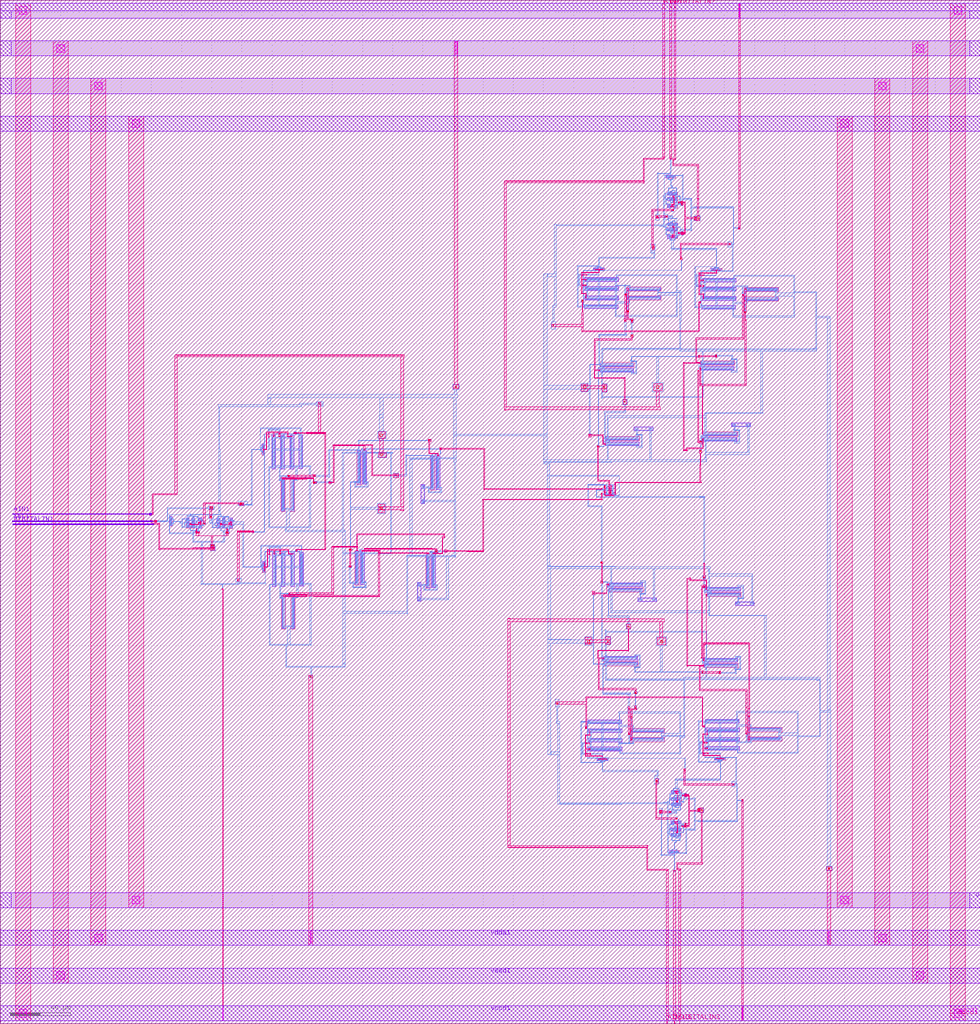
<source format=lef>
# Copyright 2020 The SkyWater PDK Authors
#
# Licensed under the Apache License, Version 2.0 (the "License");
# you may not use this file except in compliance with the License.
# You may obtain a copy of the License at
#
#     https://www.apache.org/licenses/LICENSE-2.0
#
# Unless required by applicable law or agreed to in writing, software
# distributed under the License is distributed on an "AS IS" BASIS,
# WITHOUT WARRANTIES OR CONDITIONS OF ANY KIND, either express or implied.
# See the License for the specific language governing permissions and
# limitations under the License.
#
# SPDX-License-Identifier: Apache-2.0

VERSION 5.7 ;

BUSBITCHARS "[]" ;
DIVIDERCHAR "/" ;

UNITS
  TIME NANOSECONDS 1 ;
  CAPACITANCE PICOFARADS 1 ;
  RESISTANCE OHMS 1 ;
  DATABASE MICRONS 1000 ;
END UNITS

MANUFACTURINGGRID 0.005 ;
USEMINSPACING OBS OFF ;

PROPERTYDEFINITIONS
  LAYER LEF58_TYPE STRING ;
END PROPERTYDEFINITIONS

# High density, single height
SITE unithd
  SYMMETRY Y ;
  CLASS CORE ;
  SIZE 0.46 BY 2.72 ;
END unithd

# High density, double height
SITE unithddbl
  SYMMETRY Y ;
  CLASS CORE ;
  SIZE 0.46 BY 5.44 ;
END unithddbl

LAYER nwell
  TYPE MASTERSLICE ;
  PROPERTY LEF58_TYPE "TYPE NWELL ;" ;
END nwell

LAYER pwell
  TYPE MASTERSLICE ;
  PROPERTY LEF58_TYPE "TYPE PWELL ;" ;
END pwell

LAYER li1
  TYPE ROUTING ;
  DIRECTION VERTICAL ;

  PITCH 0.46 0.34 ;
  OFFSET 0.23 0.17 ;

  WIDTH 0.17 ;          # LI 1
  # SPACING  0.17 ;     # LI 2
  SPACINGTABLE
     PARALLELRUNLENGTH 0
     WIDTH 0 0.17 ;
  AREA 0.0561 ;         # LI 6
  THICKNESS 0.1 ;
  EDGECAPACITANCE 40.697E-6 ;
  CAPACITANCE CPERSQDIST 36.9866E-6 ;
  RESISTANCE RPERSQ 9.2 ;

  ANTENNAMODEL OXIDE1 ;
  ANTENNADIFFSIDEAREARATIO PWL ( ( 0 75 ) ( 0.0125 75 ) ( 0.0225 85.125 ) ( 22.5 10200 ) ) ;
END li1

LAYER mcon
  TYPE CUT ;

  WIDTH 0.17 ;                # Mcon 1
  SPACING 0.19 ;              # Mcon 2
  ENCLOSURE BELOW 0 0 ;       # Mcon 4
  ENCLOSURE ABOVE 0.03 0.06 ; # Met1 4 / Met1 5
  RESISTANCE 1.6 ;

  ANTENNADIFFAREARATIO PWL ( ( 0 3 ) ( 0.0125 3 ) ( 0.0225 3.405 ) ( 22.5 408 ) ) ;
  DCCURRENTDENSITY AVERAGE 0.36 ; # mA per via Iavg_max at Tj = 90oC

END mcon

LAYER met1
  TYPE ROUTING ;
  DIRECTION HORIZONTAL ;

  PITCH 0.34 ;
  OFFSET 0.17 ;

  WIDTH 0.14 ;                     # Met1 1
  # SPACING 0.14 ;                 # Met1 2
  # SPACING 0.28 RANGE 3.001 100 ; # Met1 3b
  SPACINGTABLE
     PARALLELRUNLENGTH 0
     WIDTH 0 0.14
     WIDTH 3 0.28 ;
  AREA 0.083 ;                     # Met1 6
  THICKNESS 0.35 ;
  MINENCLOSEDAREA 0.14 ;

  ANTENNAMODEL OXIDE1 ;
  ANTENNADIFFSIDEAREARATIO PWL ( ( 0 400 ) ( 0.0125 400 ) ( 0.0225 2609 ) ( 22.5 11600 ) ) ;

  EDGECAPACITANCE 40.567E-6 ;
  CAPACITANCE CPERSQDIST 25.7784E-6 ;
  DCCURRENTDENSITY AVERAGE 2.8 ; # mA/um Iavg_max at Tj = 90oC
  ACCURRENTDENSITY RMS 6.1 ; # mA/um Irms_max at Tj = 90oC
  MAXIMUMDENSITY 70 ;
  DENSITYCHECKWINDOW 700 700 ;
  DENSITYCHECKSTEP 70 ;

  RESISTANCE RPERSQ 0.105 ;
END met1

LAYER via
  TYPE CUT ;
  WIDTH 0.15 ;                  # Via 1a
  SPACING 0.17 ;                # Via 2
  ENCLOSURE BELOW 0.055 0.085 ; # Via 4a / Via 5a
  ENCLOSURE ABOVE 0.055 0.085 ; # Met2 4 / Met2 5
  RESISTANCE 4.0 ;

  ANTENNADIFFAREARATIO PWL ( ( 0 6 ) ( 0.0125 6 ) ( 0.0225 6.81 ) ( 22.5 816 ) ) ;
  DCCURRENTDENSITY AVERAGE 0.29 ; # mA per via Iavg_max at Tj = 90oC
END via

LAYER met2
  TYPE ROUTING ;
  DIRECTION VERTICAL ;

  PITCH 0.46 ;
  OFFSET 0.23 ;

  WIDTH 0.14 ;                        # Met2 1
  # SPACING  0.14 ;                   # Met2 2
  # SPACING  0.28 RANGE 3.001 100 ;   # Met2 3b
  SPACINGTABLE
     PARALLELRUNLENGTH 0
     WIDTH 0 0.14
     WIDTH 3 0.28 ;
  AREA 0.0676 ;                       # Met2 6
  THICKNESS 0.35 ;
  MINENCLOSEDAREA 0.14 ;

  EDGECAPACITANCE 32.918E-6 ;
  CAPACITANCE CPERSQDIST 14.7703E-6 ;
  RESISTANCE RPERSQ 0.105 ;
  DCCURRENTDENSITY AVERAGE 2.8 ; # mA/um Iavg_max at Tj = 90oC
  ACCURRENTDENSITY RMS 6.1 ; # mA/um Irms_max at Tj = 90oC

  ANTENNAMODEL OXIDE1 ;
  ANTENNADIFFSIDEAREARATIO PWL ( ( 0 400 ) ( 0.0125 400 ) ( 0.0225 2609 ) ( 22.5 11600 ) ) ;

  MAXIMUMDENSITY 70 ;
  DENSITYCHECKWINDOW 700 700 ;
  DENSITYCHECKSTEP 70 ;
END met2

# ******** Layer via2, type routing, number 44 **************
LAYER via2
  TYPE CUT ;
  WIDTH 0.2 ;                   # Via2 1
  SPACING 0.2 ;                 # Via2 2
  ENCLOSURE BELOW 0.04 0.085 ;  # Via2 4
  ENCLOSURE ABOVE 0.065 0.065 ; # Met3 4
  RESISTANCE 0.5 ;
  ANTENNADIFFAREARATIO PWL ( ( 0 6 ) ( 0.0125 6 ) ( 0.0225 6.81 ) ( 22.5 816 ) ) ;
  DCCURRENTDENSITY AVERAGE 0.48 ; # mA per via Iavg_max at Tj = 90oC
END via2

LAYER met3
  TYPE ROUTING ;
  DIRECTION HORIZONTAL ;

  PITCH 0.68 ;
  OFFSET 0.34 ;

  WIDTH 0.3 ;              # Met3 1
  # SPACING 0.3 ;          # Met3 2
  SPACINGTABLE
     PARALLELRUNLENGTH 0
     WIDTH 0 0.3
     WIDTH 3 0.4 ;
  AREA 0.24 ;              # Met3 6
  THICKNESS 0.8 ;

  EDGECAPACITANCE 37.065E-6 ;
  CAPACITANCE CPERSQDIST 11.1883E-6 ;
  RESISTANCE RPERSQ 0.038 ;
  DCCURRENTDENSITY AVERAGE 6.8 ; # mA/um Iavg_max at Tj = 90oC
  ACCURRENTDENSITY RMS 14.9 ; # mA/um Irms_max at Tj = 90oC

  ANTENNAMODEL OXIDE1 ;
  ANTENNADIFFSIDEAREARATIO PWL ( ( 0 400 ) ( 0.0125 400 ) ( 0.0225 2609 ) ( 22.5 11600 ) ) ;

  MAXIMUMDENSITY 70 ;
  DENSITYCHECKWINDOW 700 700 ;
  DENSITYCHECKSTEP 70 ;
END met3

LAYER via3
  TYPE CUT ;
  WIDTH 0.2 ;                   # Via3 1
  SPACING 0.2 ;                 # Via3 2
  ENCLOSURE BELOW 0.06 0.09 ;   # Via3 4 / Via3 5
  ENCLOSURE ABOVE 0.065 0.065 ; # Met4 3
  RESISTANCE 0.5 ;
  ANTENNADIFFAREARATIO PWL ( ( 0 6 ) ( 0.0125 6 ) ( 0.0225 6.81 ) ( 22.5 816 ) ) ;
  DCCURRENTDENSITY AVERAGE 0.48 ; # mA per via Iavg_max at Tj = 90oC
END via3

LAYER met4
  TYPE ROUTING ;
  DIRECTION VERTICAL ;

  PITCH 0.92 ;
  OFFSET 0.46 ;

  WIDTH 0.3 ;             # Met4 1
  # SPACING  0.3 ;             # Met4 2
  SPACINGTABLE
     PARALLELRUNLENGTH 0
     WIDTH 0 0.3
     WIDTH 3 0.4 ;
  AREA 0.24 ;            # Met4 4a

  THICKNESS 0.8 ;

  EDGECAPACITANCE 34.169E-6 ;
  CAPACITANCE CPERSQDIST 7.84019E-6 ;
  RESISTANCE RPERSQ 0.038 ;
  DCCURRENTDENSITY AVERAGE 6.8 ; # mA/um Iavg_max at Tj = 90oC
  ACCURRENTDENSITY RMS 14.9 ; # mA/um Irms_max at Tj = 90oC

  ANTENNAMODEL OXIDE1 ;
  ANTENNADIFFSIDEAREARATIO PWL ( ( 0 400 ) ( 0.0125 400 ) ( 0.0225 2609 ) ( 22.5 11600 ) ) ;

  MAXIMUMDENSITY 70 ;
  DENSITYCHECKWINDOW 700 700 ;
  DENSITYCHECKSTEP 70 ;
END met4

LAYER via4
  TYPE CUT ;

  WIDTH 0.8 ;                 # Via4 1
  SPACING 0.8 ;               # Via4 2
  ENCLOSURE BELOW 0.19 0.19 ; # Via4 4
  ENCLOSURE ABOVE 0.31 0.31 ; # Met5 3
  RESISTANCE 0.012 ;
  ANTENNADIFFAREARATIO PWL ( ( 0 6 ) ( 0.0125 6 ) ( 0.0225 6.81 ) ( 22.5 816 ) ) ;
  DCCURRENTDENSITY AVERAGE 2.49 ; # mA per via Iavg_max at Tj = 90oC
END via4

LAYER met5
  TYPE ROUTING ;
  DIRECTION HORIZONTAL ;

  PITCH 3.4 ;
  OFFSET 1.7 ;

  WIDTH 1.6 ;            # Met5 1
  #SPACING  1.6 ;        # Met5 2
  SPACINGTABLE
     PARALLELRUNLENGTH 0
     WIDTH 0 1.6 ;
  AREA 4 ;               # Met5 4

  THICKNESS 1.2 ;

  EDGECAPACITANCE 36.828E-6 ;
  CAPACITANCE CPERSQDIST 5.99155E-6 ;
  RESISTANCE RPERSQ 0.0212 ;
  DCCURRENTDENSITY AVERAGE 10.17 ; # mA/um Iavg_max at Tj = 90oC
  ACCURRENTDENSITY RMS 22.34 ; # mA/um Irms_max at Tj = 90oC

  ANTENNAMODEL OXIDE1 ;
  ANTENNADIFFSIDEAREARATIO PWL ( ( 0 400 ) ( 0.0125 400 ) ( 0.0225 2609 ) ( 22.5 11600 ) ) ;
END met5


### Routing via cells section   ###
# Plus via rule, metals are along the prefered direction
VIA L1M1_PR DEFAULT
  LAYER mcon ;
  RECT -0.085 -0.085 0.085 0.085 ;
  LAYER li1 ;
  RECT -0.085 -0.085 0.085 0.085 ;
  LAYER met1 ;
  RECT -0.145 -0.115 0.145 0.115 ;
END L1M1_PR

VIARULE L1M1_PR GENERATE
  LAYER li1 ;
  ENCLOSURE 0 0 ;
  LAYER met1 ;
  ENCLOSURE 0.06 0.03 ;
  LAYER mcon ;
  RECT -0.085 -0.085 0.085 0.085 ;
  SPACING 0.36 BY 0.36 ;
END L1M1_PR

# Plus via rule, metals are along the non prefered direction
VIA L1M1_PR_R DEFAULT
  LAYER mcon ;
  RECT -0.085 -0.085 0.085 0.085 ;
  LAYER li1 ;
  RECT -0.085 -0.085 0.085 0.085 ;
  LAYER met1 ;
  RECT -0.115 -0.145 0.115 0.145 ;
END L1M1_PR_R

VIARULE L1M1_PR_R GENERATE
  LAYER li1 ;
  ENCLOSURE 0 0 ;
  LAYER met1 ;
  ENCLOSURE 0.03 0.06 ;
  LAYER mcon ;
  RECT -0.085 -0.085 0.085 0.085 ;
  SPACING 0.36 BY 0.36 ;
END L1M1_PR_R

# Minus via rule, lower layer metal is along prefered direction
VIA L1M1_PR_M DEFAULT
  LAYER mcon ;
  RECT -0.085 -0.085 0.085 0.085 ;
  LAYER li1 ;
  RECT -0.085 -0.085 0.085 0.085 ;
  LAYER met1 ;
  RECT -0.115 -0.145 0.115 0.145 ;
END L1M1_PR_M

VIARULE L1M1_PR_M GENERATE
  LAYER li1 ;
  ENCLOSURE 0 0 ;
  LAYER met1 ;
  ENCLOSURE 0.03 0.06 ;
  LAYER mcon ;
  RECT -0.085 -0.085 0.085 0.085 ;
  SPACING 0.36 BY 0.36 ;
END L1M1_PR_M

# Minus via rule, upper layer metal is along prefered direction
VIA L1M1_PR_MR DEFAULT
  LAYER mcon ;
  RECT -0.085 -0.085 0.085 0.085 ;
  LAYER li1 ;
  RECT -0.085 -0.085 0.085 0.085 ;
  LAYER met1 ;
  RECT -0.145 -0.115 0.145 0.115 ;
END L1M1_PR_MR

VIARULE L1M1_PR_MR GENERATE
  LAYER li1 ;
  ENCLOSURE 0 0 ;
  LAYER met1 ;
  ENCLOSURE 0.06 0.03 ;
  LAYER mcon ;
  RECT -0.085 -0.085 0.085 0.085 ;
  SPACING 0.36 BY 0.36 ;
END L1M1_PR_MR

# Centered via rule, we really do not want to use it
VIA L1M1_PR_C DEFAULT
  LAYER mcon ;
  RECT -0.085 -0.085 0.085 0.085 ;
  LAYER li1 ;
  RECT -0.085 -0.085 0.085 0.085 ;
  LAYER met1 ;
  RECT -0.145 -0.145 0.145 0.145 ;
END L1M1_PR_C

VIARULE L1M1_PR_C GENERATE
  LAYER li1 ;
  ENCLOSURE 0 0 ;
  LAYER met1 ;
  ENCLOSURE 0.06 0.06 ;
  LAYER mcon ;
  RECT -0.085 -0.085 0.085 0.085 ;
  SPACING 0.36 BY 0.36 ;
END L1M1_PR_C

# Plus via rule, metals are along the prefered direction
VIA M1M2_PR DEFAULT
  LAYER via ;
  RECT -0.075 -0.075 0.075 0.075 ;
  LAYER met1 ;
  RECT -0.16 -0.13 0.16 0.13 ;
  LAYER met2 ;
  RECT -0.13 -0.16 0.13 0.16 ;
END M1M2_PR

VIARULE M1M2_PR GENERATE
  LAYER met1 ;
  ENCLOSURE 0.085 0.055 ;
  LAYER met2 ;
  ENCLOSURE 0.055 0.085 ;
  LAYER via ;
  RECT -0.075 -0.075 0.075 0.075 ;
  SPACING 0.32 BY 0.32 ;
END M1M2_PR

# Plus via rule, metals are along the non prefered direction
VIA M1M2_PR_R DEFAULT
  LAYER via ;
  RECT -0.075 -0.075 0.075 0.075 ;
  LAYER met1 ;
  RECT -0.13 -0.16 0.13 0.16 ;
  LAYER met2 ;
  RECT -0.16 -0.13 0.16 0.13 ;
END M1M2_PR_R

VIARULE M1M2_PR_R GENERATE
  LAYER met1 ;
  ENCLOSURE 0.055 0.085 ;
  LAYER met2 ;
  ENCLOSURE 0.085 0.055 ;
  LAYER via ;
  RECT -0.075 -0.075 0.075 0.075 ;
  SPACING 0.32 BY 0.32 ;
END M1M2_PR_R

# Minus via rule, lower layer metal is along prefered direction
VIA M1M2_PR_M DEFAULT
  LAYER via ;
  RECT -0.075 -0.075 0.075 0.075 ;
  LAYER met1 ;
  RECT -0.16 -0.13 0.16 0.13 ;
  LAYER met2 ;
  RECT -0.16 -0.13 0.16 0.13 ;
END M1M2_PR_M

VIARULE M1M2_PR_M GENERATE
  LAYER met1 ;
  ENCLOSURE 0.085 0.055 ;
  LAYER met2 ;
  ENCLOSURE 0.085 0.055 ;
  LAYER via ;
  RECT -0.075 -0.075 0.075 0.075 ;
  SPACING 0.32 BY 0.32 ;
END M1M2_PR_M

# Minus via rule, upper layer metal is along prefered direction
VIA M1M2_PR_MR DEFAULT
  LAYER via ;
  RECT -0.075 -0.075 0.075 0.075 ;
  LAYER met1 ;
  RECT -0.13 -0.16 0.13 0.16 ;
  LAYER met2 ;
  RECT -0.13 -0.16 0.13 0.16 ;
END M1M2_PR_MR

VIARULE M1M2_PR_MR GENERATE
  LAYER met1 ;
  ENCLOSURE 0.055 0.085 ;
  LAYER met2 ;
  ENCLOSURE 0.055 0.085 ;
  LAYER via ;
  RECT -0.075 -0.075 0.075 0.075 ;
  SPACING 0.32 BY 0.32 ;
END M1M2_PR_MR

# Centered via rule, we really do not want to use it
VIA M1M2_PR_C DEFAULT
  LAYER via ;
  RECT -0.075 -0.075 0.075 0.075 ;
  LAYER met1 ;
  RECT -0.16 -0.16 0.16 0.16 ;
  LAYER met2 ;
  RECT -0.16 -0.16 0.16 0.16 ;
END M1M2_PR_C

VIARULE M1M2_PR_C GENERATE
  LAYER met1 ;
  ENCLOSURE 0.085 0.085 ;
  LAYER met2 ;
  ENCLOSURE 0.085 0.085 ;
  LAYER via ;
  RECT -0.075 -0.075 0.075 0.075 ;
  SPACING 0.32 BY 0.32 ;
END M1M2_PR_C

# Plus via rule, metals are along the prefered direction
VIA M2M3_PR DEFAULT
  LAYER via2 ;
  RECT -0.1 -0.1 0.1 0.1 ;
  LAYER met2 ;
  RECT -0.14 -0.185 0.14 0.185 ;
  LAYER met3 ;
  RECT -0.165 -0.165 0.165 0.165 ;
END M2M3_PR

VIARULE M2M3_PR GENERATE
  LAYER met2 ;
  ENCLOSURE 0.04 0.085 ;
  LAYER met3 ;
  ENCLOSURE 0.065 0.065 ;
  LAYER via2 ;
  RECT -0.1 -0.1 0.1 0.1 ;
  SPACING 0.4 BY 0.4 ;
END M2M3_PR

# Plus via rule, metals are along the non prefered direction
VIA M2M3_PR_R DEFAULT
  LAYER via2 ;
  RECT -0.1 -0.1 0.1 0.1 ;
  LAYER met2 ;
  RECT -0.185 -0.14 0.185 0.14 ;
  LAYER met3 ;
  RECT -0.165 -0.165 0.165 0.165 ;
END M2M3_PR_R

VIARULE M2M3_PR_R GENERATE
  LAYER met2 ;
  ENCLOSURE 0.085 0.04 ;
  LAYER met3 ;
  ENCLOSURE 0.065 0.065 ;
  LAYER via2 ;
  RECT -0.1 -0.1 0.1 0.1 ;
  SPACING 0.4 BY 0.4 ;
END M2M3_PR_R

# Minus via rule, lower layer metal is along prefered direction
VIA M2M3_PR_M DEFAULT
  LAYER via2 ;
  RECT -0.1 -0.1 0.1 0.1 ;
  LAYER met2 ;
  RECT -0.14 -0.185 0.14 0.185 ;
  LAYER met3 ;
  RECT -0.165 -0.165 0.165 0.165 ;
END M2M3_PR_M

VIARULE M2M3_PR_M GENERATE
  LAYER met2 ;
  ENCLOSURE 0.04 0.085 ;
  LAYER met3 ;
  ENCLOSURE 0.065 0.065 ;
  LAYER via2 ;
  RECT -0.1 -0.1 0.1 0.1 ;
  SPACING 0.4 BY 0.4 ;
END M2M3_PR_M

# Minus via rule, upper layer metal is along prefered direction
VIA M2M3_PR_MR DEFAULT
  LAYER via2 ;
  RECT -0.1 -0.1 0.1 0.1 ;
  LAYER met2 ;
  RECT -0.185 -0.14 0.185 0.14 ;
  LAYER met3 ;
  RECT -0.165 -0.165 0.165 0.165 ;
END M2M3_PR_MR

VIARULE M2M3_PR_MR GENERATE
  LAYER met2 ;
  ENCLOSURE 0.085 0.04 ;
  LAYER met3 ;
  ENCLOSURE 0.065 0.065 ;
  LAYER via2 ;
  RECT -0.1 -0.1 0.1 0.1 ;
  SPACING 0.4 BY 0.4 ;
END M2M3_PR_MR

# Centered via rule, we really do not want to use it
VIA M2M3_PR_C DEFAULT
  LAYER via2 ;
  RECT -0.1 -0.1 0.1 0.1 ;
  LAYER met2 ;
  RECT -0.185 -0.185 0.185 0.185 ;
  LAYER met3 ;
  RECT -0.165 -0.165 0.165 0.165 ;
END M2M3_PR_C

VIARULE M2M3_PR_C GENERATE
  LAYER met2 ;
  ENCLOSURE 0.085 0.085 ;
  LAYER met3 ;
  ENCLOSURE 0.065 0.065 ;
  LAYER via2 ;
  RECT -0.1 -0.1 0.1 0.1 ;
  SPACING 0.4 BY 0.4 ;
END M2M3_PR_C

# Plus via rule, metals are along the prefered direction
VIA M3M4_PR DEFAULT
  LAYER via3 ;
  RECT -0.1 -0.1 0.1 0.1 ;
  LAYER met3 ;
  RECT -0.19 -0.16 0.19 0.16 ;
  LAYER met4 ;
  RECT -0.165 -0.165 0.165 0.165 ;
END M3M4_PR

VIARULE M3M4_PR GENERATE
  LAYER met3 ;
  ENCLOSURE 0.09 0.06 ;
  LAYER met4 ;
  ENCLOSURE 0.065 0.065 ;
  LAYER via3 ;
  RECT -0.1 -0.1 0.1 0.1 ;
  SPACING 0.4 BY 0.4 ;
END M3M4_PR

# Plus via rule, metals are along the non prefered direction
VIA M3M4_PR_R DEFAULT
  LAYER via3 ;
  RECT -0.1 -0.1 0.1 0.1 ;
  LAYER met3 ;
  RECT -0.16 -0.19 0.16 0.19 ;
  LAYER met4 ;
  RECT -0.165 -0.165 0.165 0.165 ;
END M3M4_PR_R

VIARULE M3M4_PR_R GENERATE
  LAYER met3 ;
  ENCLOSURE 0.06 0.09 ;
  LAYER met4 ;
  ENCLOSURE 0.065 0.065 ;
  LAYER via3 ;
  RECT -0.1 -0.1 0.1 0.1 ;
  SPACING 0.4 BY 0.4 ;
END M3M4_PR_R

# Minus via rule, lower layer metal is along prefered direction
VIA M3M4_PR_M DEFAULT
  LAYER via3 ;
  RECT -0.1 -0.1 0.1 0.1 ;
  LAYER met3 ;
  RECT -0.19 -0.16 0.19 0.16 ;
  LAYER met4 ;
  RECT -0.165 -0.165 0.165 0.165 ;
END M3M4_PR_M

VIARULE M3M4_PR_M GENERATE
  LAYER met3 ;
  ENCLOSURE 0.09 0.06 ;
  LAYER met4 ;
  ENCLOSURE 0.065 0.065 ;
  LAYER via3 ;
  RECT -0.1 -0.1 0.1 0.1 ;
  SPACING 0.4 BY 0.4 ;
END M3M4_PR_M

# Minus via rule, upper layer metal is along prefered direction
VIA M3M4_PR_MR DEFAULT
  LAYER via3 ;
  RECT -0.1 -0.1 0.1 0.1 ;
  LAYER met3 ;
  RECT -0.16 -0.19 0.16 0.19 ;
  LAYER met4 ;
  RECT -0.165 -0.165 0.165 0.165 ;
END M3M4_PR_MR

VIARULE M3M4_PR_MR GENERATE
  LAYER met3 ;
  ENCLOSURE 0.06 0.09 ;
  LAYER met4 ;
  ENCLOSURE 0.065 0.065 ;
  LAYER via3 ;
  RECT -0.1 -0.1 0.1 0.1 ;
  SPACING 0.4 BY 0.4 ;
END M3M4_PR_MR

# Centered via rule, we really do not want to use it
VIA M3M4_PR_C DEFAULT
  LAYER via3 ;
  RECT -0.1 -0.1 0.1 0.1 ;
  LAYER met3 ;
  RECT -0.19 -0.19 0.19 0.19 ;
  LAYER met4 ;
  RECT -0.165 -0.165 0.165 0.165 ;
END M3M4_PR_C

VIARULE M3M4_PR_C GENERATE
  LAYER met3 ;
  ENCLOSURE 0.09 0.09 ;
  LAYER met4 ;
  ENCLOSURE 0.065 0.065 ;
  LAYER via3 ;
  RECT -0.1 -0.1 0.1 0.1 ;
  SPACING 0.4 BY 0.4 ;
END M3M4_PR_C

# Plus via rule, metals are along the prefered direction
VIA M4M5_PR DEFAULT
  LAYER via4 ;
  RECT -0.4 -0.4 0.4 0.4 ;
  LAYER met4 ;
  RECT -0.59 -0.59 0.59 0.59 ;
  LAYER met5 ;
  RECT -0.71 -0.71 0.71 0.71 ;
END M4M5_PR

VIARULE M4M5_PR GENERATE
  LAYER met4 ;
  ENCLOSURE 0.19 0.19 ;
  LAYER met5 ;
  ENCLOSURE 0.31 0.31 ;
  LAYER via4 ;
  RECT -0.4 -0.4 0.4 0.4 ;
  SPACING 1.6 BY 1.6 ;
END M4M5_PR

# Plus via rule, metals are along the non prefered direction
VIA M4M5_PR_R DEFAULT
  LAYER via4 ;
  RECT -0.4 -0.4 0.4 0.4 ;
  LAYER met4 ;
  RECT -0.59 -0.59 0.59 0.59 ;
  LAYER met5 ;
  RECT -0.71 -0.71 0.71 0.71 ;
END M4M5_PR_R

VIARULE M4M5_PR_R GENERATE
  LAYER met4 ;
  ENCLOSURE 0.19 0.19 ;
  LAYER met5 ;
  ENCLOSURE 0.31 0.31 ;
  LAYER via4 ;
  RECT -0.4 -0.4 0.4 0.4 ;
  SPACING 1.6 BY 1.6 ;
END M4M5_PR_R

# Minus via rule, lower layer metal is along prefered direction
VIA M4M5_PR_M DEFAULT
  LAYER via4 ;
  RECT -0.4 -0.4 0.4 0.4 ;
  LAYER met4 ;
  RECT -0.59 -0.59 0.59 0.59 ;
  LAYER met5 ;
  RECT -0.71 -0.71 0.71 0.71 ;
END M4M5_PR_M

VIARULE M4M5_PR_M GENERATE
  LAYER met4 ;
  ENCLOSURE 0.19 0.19 ;
  LAYER met5 ;
  ENCLOSURE 0.31 0.31 ;
  LAYER via4 ;
  RECT -0.4 -0.4 0.4 0.4 ;
  SPACING 1.6 BY 1.6 ;
END M4M5_PR_M

# Minus via rule, upper layer metal is along prefered direction
VIA M4M5_PR_MR DEFAULT
  LAYER via4 ;
  RECT -0.4 -0.4 0.4 0.4 ;
  LAYER met4 ;
  RECT -0.59 -0.59 0.59 0.59 ;
  LAYER met5 ;
  RECT -0.71 -0.71 0.71 0.71 ;
END M4M5_PR_MR

VIARULE M4M5_PR_MR GENERATE
  LAYER met4 ;
  ENCLOSURE 0.19 0.19 ;
  LAYER met5 ;
  ENCLOSURE 0.31 0.31 ;
  LAYER via4 ;
  RECT -0.4 -0.4 0.4 0.4 ;
  SPACING 1.6 BY 1.6 ;
END M4M5_PR_MR

# Centered via rule, we really do not want to use it
VIA M4M5_PR_C DEFAULT
  LAYER via4 ;
  RECT -0.4 -0.4 0.4 0.4 ;
  LAYER met4 ;
  RECT -0.59 -0.59 0.59 0.59 ;
  LAYER met5 ;
  RECT -0.71 -0.71 0.71 0.71 ;
END M4M5_PR_C

VIARULE M4M5_PR_C GENERATE
  LAYER met4 ;
  ENCLOSURE 0.19 0.19 ;
  LAYER met5 ;
  ENCLOSURE 0.31 0.31 ;
  LAYER via4 ;
  RECT -0.4 -0.4 0.4 0.4 ;
  SPACING 1.6 BY 1.6 ;
END M4M5_PR_C
###  end of single via cells   ###


MACRO sky130_fd_sc_hd__a2bb2o_1
  CLASS CORE ;
  FOREIGN sky130_fd_sc_hd__a2bb2o_1 ;
  ORIGIN 0.000 0.000 ;
  SIZE 3.680 BY 2.720 ;
  SYMMETRY X Y R90 ;
  SITE unithd ;
  PIN A1_N
    DIRECTION INPUT ;
    USE SIGNAL ;
    ANTENNAGATEAREA 0.126000 ;
    PORT
      LAYER li1 ;
        RECT 0.910 0.995 1.240 1.615 ;
    END
  END A1_N
  PIN A2_N
    DIRECTION INPUT ;
    USE SIGNAL ;
    ANTENNAGATEAREA 0.126000 ;
    PORT
      LAYER li1 ;
        RECT 1.410 0.995 1.700 1.375 ;
    END
  END A2_N
  PIN B1
    DIRECTION INPUT ;
    USE SIGNAL ;
    ANTENNAGATEAREA 0.126000 ;
    PORT
      LAYER li1 ;
        RECT 3.280 0.765 3.540 1.655 ;
    END
  END B1
  PIN B2
    DIRECTION INPUT ;
    USE SIGNAL ;
    ANTENNAGATEAREA 0.126000 ;
    PORT
      LAYER li1 ;
        RECT 2.600 1.355 3.080 1.655 ;
        RECT 2.820 0.765 3.080 1.355 ;
    END
  END B2
  PIN VGND
    DIRECTION INOUT ;
    USE GROUND ;
    SHAPE ABUTMENT ;
    PORT
      LAYER met1 ;
        RECT 0.000 -0.240 3.680 0.240 ;
    END
  END VGND
  PIN VNB
    DIRECTION INOUT ;
    USE GROUND ;
    PORT
      LAYER pwell ;
        RECT 0.005 0.785 0.925 1.015 ;
        RECT 0.005 0.105 3.590 0.785 ;
        RECT 0.150 -0.085 0.320 0.105 ;
    END
  END VNB
  PIN VPB
    DIRECTION INOUT ;
    USE POWER ;
    PORT
      LAYER nwell ;
        RECT -0.190 1.305 3.870 2.910 ;
    END
  END VPB
  PIN VPWR
    DIRECTION INOUT ;
    USE POWER ;
    SHAPE ABUTMENT ;
    PORT
      LAYER met1 ;
        RECT 0.000 2.480 3.680 2.960 ;
    END
  END VPWR
  PIN X
    DIRECTION OUTPUT ;
    USE SIGNAL ;
    ANTENNADIFFAREA 0.429000 ;
    PORT
      LAYER li1 ;
        RECT 0.085 1.525 0.345 2.465 ;
        RECT 0.085 0.810 0.260 1.525 ;
        RECT 0.085 0.255 0.345 0.810 ;
    END
  END X
  OBS
      LAYER li1 ;
        RECT 0.000 2.635 3.680 2.805 ;
        RECT 0.515 2.235 0.845 2.635 ;
        RECT 1.990 2.370 2.245 2.465 ;
        RECT 1.105 2.200 2.245 2.370 ;
        RECT 2.415 2.255 2.745 2.425 ;
        RECT 1.105 1.975 1.275 2.200 ;
        RECT 0.515 1.805 1.275 1.975 ;
        RECT 1.990 2.065 2.245 2.200 ;
        RECT 0.515 1.325 0.685 1.805 ;
        RECT 1.540 1.715 1.710 1.905 ;
        RECT 1.990 1.895 2.400 2.065 ;
        RECT 1.540 1.545 2.060 1.715 ;
        RECT 0.430 0.995 0.685 1.325 ;
        RECT 1.890 0.825 2.060 1.545 ;
        RECT 1.180 0.655 2.060 0.825 ;
        RECT 2.230 0.870 2.400 1.895 ;
        RECT 2.575 2.005 2.745 2.255 ;
        RECT 2.915 2.175 3.165 2.635 ;
        RECT 3.335 2.005 3.515 2.465 ;
        RECT 2.575 1.835 3.515 2.005 ;
        RECT 2.230 0.700 2.580 0.870 ;
        RECT 0.515 0.085 0.945 0.530 ;
        RECT 1.180 0.255 1.350 0.655 ;
        RECT 1.520 0.085 2.240 0.485 ;
        RECT 2.410 0.255 2.580 0.700 ;
        RECT 3.155 0.085 3.555 0.595 ;
        RECT 0.000 -0.085 3.680 0.085 ;
      LAYER mcon ;
        RECT 0.145 2.635 0.315 2.805 ;
        RECT 0.605 2.635 0.775 2.805 ;
        RECT 1.065 2.635 1.235 2.805 ;
        RECT 1.525 2.635 1.695 2.805 ;
        RECT 1.985 2.635 2.155 2.805 ;
        RECT 2.445 2.635 2.615 2.805 ;
        RECT 2.905 2.635 3.075 2.805 ;
        RECT 3.365 2.635 3.535 2.805 ;
        RECT 0.145 -0.085 0.315 0.085 ;
        RECT 0.605 -0.085 0.775 0.085 ;
        RECT 1.065 -0.085 1.235 0.085 ;
        RECT 1.525 -0.085 1.695 0.085 ;
        RECT 1.985 -0.085 2.155 0.085 ;
        RECT 2.445 -0.085 2.615 0.085 ;
        RECT 2.905 -0.085 3.075 0.085 ;
        RECT 3.365 -0.085 3.535 0.085 ;
  END
END sky130_fd_sc_hd__a2bb2o_1
MACRO sky130_fd_sc_hd__a2bb2o_2
  CLASS CORE ;
  FOREIGN sky130_fd_sc_hd__a2bb2o_2 ;
  ORIGIN 0.000 0.000 ;
  SIZE 4.140 BY 2.720 ;
  SYMMETRY X Y R90 ;
  SITE unithd ;
  PIN A1_N
    DIRECTION INPUT ;
    USE SIGNAL ;
    ANTENNAGATEAREA 0.159000 ;
    PORT
      LAYER li1 ;
        RECT 1.345 0.995 1.675 1.615 ;
    END
  END A1_N
  PIN A2_N
    DIRECTION INPUT ;
    USE SIGNAL ;
    ANTENNAGATEAREA 0.159000 ;
    PORT
      LAYER li1 ;
        RECT 1.845 0.995 2.135 1.375 ;
    END
  END A2_N
  PIN B1
    DIRECTION INPUT ;
    USE SIGNAL ;
    ANTENNAGATEAREA 0.159000 ;
    PORT
      LAYER li1 ;
        RECT 3.730 0.765 3.990 1.655 ;
    END
  END B1
  PIN B2
    DIRECTION INPUT ;
    USE SIGNAL ;
    ANTENNAGATEAREA 0.159000 ;
    PORT
      LAYER li1 ;
        RECT 3.050 1.355 3.530 1.655 ;
        RECT 3.270 0.765 3.530 1.355 ;
    END
  END B2
  PIN VGND
    DIRECTION INOUT ;
    USE GROUND ;
    SHAPE ABUTMENT ;
    PORT
      LAYER met1 ;
        RECT 0.000 -0.240 4.140 0.240 ;
    END
  END VGND
  PIN VNB
    DIRECTION INOUT ;
    USE GROUND ;
    PORT
      LAYER pwell ;
        RECT 0.015 0.785 1.360 1.015 ;
        RECT 0.015 0.105 4.040 0.785 ;
        RECT 0.125 -0.085 0.295 0.105 ;
    END
  END VNB
  PIN VPB
    DIRECTION INOUT ;
    USE POWER ;
    PORT
      LAYER nwell ;
        RECT -0.190 1.305 4.330 2.910 ;
    END
  END VPB
  PIN VPWR
    DIRECTION INOUT ;
    USE POWER ;
    SHAPE ABUTMENT ;
    PORT
      LAYER met1 ;
        RECT 0.000 2.480 4.140 2.960 ;
    END
  END VPWR
  PIN X
    DIRECTION OUTPUT ;
    USE SIGNAL ;
    ANTENNADIFFAREA 0.445500 ;
    PORT
      LAYER li1 ;
        RECT 0.525 1.525 0.780 2.465 ;
        RECT 0.525 0.810 0.695 1.525 ;
        RECT 0.525 0.255 0.780 0.810 ;
    END
  END X
  OBS
      LAYER li1 ;
        RECT 0.000 2.635 4.140 2.805 ;
        RECT 0.185 1.445 0.355 2.635 ;
        RECT 0.950 2.235 1.280 2.635 ;
        RECT 2.500 2.370 2.670 2.465 ;
        RECT 1.540 2.200 2.670 2.370 ;
        RECT 2.875 2.255 3.205 2.425 ;
        RECT 1.540 1.975 1.710 2.200 ;
        RECT 0.950 1.805 1.710 1.975 ;
        RECT 2.440 2.065 2.670 2.200 ;
        RECT 0.950 1.325 1.120 1.805 ;
        RECT 1.975 1.715 2.145 1.905 ;
        RECT 2.440 1.895 2.850 2.065 ;
        RECT 1.975 1.545 2.510 1.715 ;
        RECT 0.865 0.995 1.120 1.325 ;
        RECT 0.185 0.085 0.355 0.930 ;
        RECT 2.340 0.825 2.510 1.545 ;
        RECT 1.615 0.655 2.510 0.825 ;
        RECT 2.680 0.870 2.850 1.895 ;
        RECT 3.035 2.005 3.205 2.255 ;
        RECT 3.375 2.175 3.625 2.635 ;
        RECT 3.795 2.005 3.965 2.465 ;
        RECT 3.035 1.835 3.965 2.005 ;
        RECT 2.680 0.700 3.030 0.870 ;
        RECT 0.950 0.085 1.380 0.530 ;
        RECT 1.615 0.255 1.785 0.655 ;
        RECT 1.955 0.085 2.690 0.485 ;
        RECT 2.860 0.255 3.030 0.700 ;
        RECT 3.605 0.085 4.005 0.595 ;
        RECT 0.000 -0.085 4.140 0.085 ;
      LAYER mcon ;
        RECT 0.145 2.635 0.315 2.805 ;
        RECT 0.605 2.635 0.775 2.805 ;
        RECT 1.065 2.635 1.235 2.805 ;
        RECT 1.525 2.635 1.695 2.805 ;
        RECT 1.985 2.635 2.155 2.805 ;
        RECT 2.445 2.635 2.615 2.805 ;
        RECT 2.905 2.635 3.075 2.805 ;
        RECT 3.365 2.635 3.535 2.805 ;
        RECT 3.825 2.635 3.995 2.805 ;
        RECT 0.145 -0.085 0.315 0.085 ;
        RECT 0.605 -0.085 0.775 0.085 ;
        RECT 1.065 -0.085 1.235 0.085 ;
        RECT 1.525 -0.085 1.695 0.085 ;
        RECT 1.985 -0.085 2.155 0.085 ;
        RECT 2.445 -0.085 2.615 0.085 ;
        RECT 2.905 -0.085 3.075 0.085 ;
        RECT 3.365 -0.085 3.535 0.085 ;
        RECT 3.825 -0.085 3.995 0.085 ;
  END
END sky130_fd_sc_hd__a2bb2o_2
MACRO sky130_fd_sc_hd__a2bb2o_4
  CLASS CORE ;
  FOREIGN sky130_fd_sc_hd__a2bb2o_4 ;
  ORIGIN 0.000 0.000 ;
  SIZE 7.360 BY 2.720 ;
  SYMMETRY X Y R90 ;
  SITE unithd ;
  PIN A1_N
    DIRECTION INPUT ;
    USE SIGNAL ;
    ANTENNAGATEAREA 0.495000 ;
    PORT
      LAYER li1 ;
        RECT 3.475 1.445 4.965 1.615 ;
        RECT 3.475 1.325 3.645 1.445 ;
        RECT 3.315 1.075 3.645 1.325 ;
        RECT 4.605 1.075 4.965 1.445 ;
    END
  END A1_N
  PIN A2_N
    DIRECTION INPUT ;
    USE SIGNAL ;
    ANTENNAGATEAREA 0.495000 ;
    PORT
      LAYER li1 ;
        RECT 3.815 1.075 4.435 1.275 ;
    END
  END A2_N
  PIN B1
    DIRECTION INPUT ;
    USE SIGNAL ;
    ANTENNAGATEAREA 0.495000 ;
    PORT
      LAYER li1 ;
        RECT 0.085 1.445 1.685 1.615 ;
        RECT 0.085 1.075 0.575 1.445 ;
        RECT 1.515 1.245 1.685 1.445 ;
        RECT 1.515 1.075 1.895 1.245 ;
    END
  END B1
  PIN B2
    DIRECTION INPUT ;
    USE SIGNAL ;
    ANTENNAGATEAREA 0.495000 ;
    PORT
      LAYER li1 ;
        RECT 0.805 1.075 1.345 1.275 ;
    END
  END B2
  PIN VGND
    DIRECTION INOUT ;
    USE GROUND ;
    SHAPE ABUTMENT ;
    PORT
      LAYER met1 ;
        RECT 0.000 -0.240 7.360 0.240 ;
    END
  END VGND
  PIN VNB
    DIRECTION INOUT ;
    USE GROUND ;
    PORT
      LAYER pwell ;
        RECT 0.005 0.105 6.915 1.015 ;
        RECT 0.150 -0.085 0.320 0.105 ;
    END
  END VNB
  PIN VPB
    DIRECTION INOUT ;
    USE POWER ;
    PORT
      LAYER nwell ;
        RECT -0.190 1.305 7.550 2.910 ;
    END
  END VPB
  PIN VPWR
    DIRECTION INOUT ;
    USE POWER ;
    SHAPE ABUTMENT ;
    PORT
      LAYER met1 ;
        RECT 0.000 2.480 7.360 2.960 ;
    END
  END VPWR
  PIN X
    DIRECTION OUTPUT ;
    USE SIGNAL ;
    ANTENNADIFFAREA 0.891000 ;
    PORT
      LAYER li1 ;
        RECT 5.275 1.955 5.525 2.465 ;
        RECT 6.115 1.955 6.365 2.465 ;
        RECT 5.275 1.785 6.365 1.955 ;
        RECT 6.115 1.655 6.365 1.785 ;
        RECT 6.115 1.415 6.920 1.655 ;
        RECT 6.610 0.905 6.920 1.415 ;
        RECT 5.235 0.725 6.920 0.905 ;
        RECT 5.235 0.275 5.565 0.725 ;
        RECT 6.075 0.275 6.405 0.725 ;
    END
  END X
  OBS
      LAYER li1 ;
        RECT 0.000 2.635 7.360 2.805 ;
        RECT 0.135 1.955 0.385 2.465 ;
        RECT 0.555 2.125 0.805 2.635 ;
        RECT 0.975 1.955 1.225 2.465 ;
        RECT 1.395 2.125 1.645 2.635 ;
        RECT 1.815 2.295 2.905 2.465 ;
        RECT 1.815 1.955 2.065 2.295 ;
        RECT 2.655 2.135 2.905 2.295 ;
        RECT 3.175 2.135 3.425 2.635 ;
        RECT 3.595 2.295 4.685 2.465 ;
        RECT 3.595 2.135 3.845 2.295 ;
        RECT 0.135 1.785 2.065 1.955 ;
        RECT 1.855 1.455 2.065 1.785 ;
        RECT 2.235 1.965 2.485 2.125 ;
        RECT 4.015 1.965 4.265 2.125 ;
        RECT 2.235 1.415 2.620 1.965 ;
        RECT 3.135 1.785 4.265 1.965 ;
        RECT 4.435 1.785 4.685 2.295 ;
        RECT 4.855 1.795 5.105 2.635 ;
        RECT 5.695 2.165 5.945 2.635 ;
        RECT 6.535 1.825 6.785 2.635 ;
        RECT 3.135 1.665 3.305 1.785 ;
        RECT 2.955 1.495 3.305 1.665 ;
        RECT 2.235 0.905 2.445 1.415 ;
        RECT 2.955 1.245 3.145 1.495 ;
        RECT 2.615 1.075 3.145 1.245 ;
        RECT 5.135 1.245 5.460 1.615 ;
        RECT 5.135 1.075 6.440 1.245 ;
        RECT 2.955 0.905 3.145 1.075 ;
        RECT 0.175 0.085 0.345 0.895 ;
        RECT 0.515 0.475 0.765 0.905 ;
        RECT 0.935 0.735 2.525 0.905 ;
        RECT 0.935 0.645 1.270 0.735 ;
        RECT 0.515 0.255 1.685 0.475 ;
        RECT 1.855 0.085 2.025 0.555 ;
        RECT 2.195 0.255 2.525 0.735 ;
        RECT 2.955 0.725 4.725 0.905 ;
        RECT 2.695 0.085 3.385 0.555 ;
        RECT 3.555 0.255 3.885 0.725 ;
        RECT 4.055 0.085 4.225 0.555 ;
        RECT 4.395 0.255 4.725 0.725 ;
        RECT 4.895 0.085 5.065 0.895 ;
        RECT 5.735 0.085 5.905 0.555 ;
        RECT 6.575 0.085 6.745 0.555 ;
        RECT 0.000 -0.085 7.360 0.085 ;
      LAYER mcon ;
        RECT 0.145 2.635 0.315 2.805 ;
        RECT 0.605 2.635 0.775 2.805 ;
        RECT 1.065 2.635 1.235 2.805 ;
        RECT 1.525 2.635 1.695 2.805 ;
        RECT 1.985 2.635 2.155 2.805 ;
        RECT 2.445 2.635 2.615 2.805 ;
        RECT 2.905 2.635 3.075 2.805 ;
        RECT 3.365 2.635 3.535 2.805 ;
        RECT 3.825 2.635 3.995 2.805 ;
        RECT 4.285 2.635 4.455 2.805 ;
        RECT 4.745 2.635 4.915 2.805 ;
        RECT 5.205 2.635 5.375 2.805 ;
        RECT 5.665 2.635 5.835 2.805 ;
        RECT 6.125 2.635 6.295 2.805 ;
        RECT 6.585 2.635 6.755 2.805 ;
        RECT 7.045 2.635 7.215 2.805 ;
        RECT 2.450 1.445 2.620 1.615 ;
        RECT 5.230 1.445 5.400 1.615 ;
        RECT 0.145 -0.085 0.315 0.085 ;
        RECT 0.605 -0.085 0.775 0.085 ;
        RECT 1.065 -0.085 1.235 0.085 ;
        RECT 1.525 -0.085 1.695 0.085 ;
        RECT 1.985 -0.085 2.155 0.085 ;
        RECT 2.445 -0.085 2.615 0.085 ;
        RECT 2.905 -0.085 3.075 0.085 ;
        RECT 3.365 -0.085 3.535 0.085 ;
        RECT 3.825 -0.085 3.995 0.085 ;
        RECT 4.285 -0.085 4.455 0.085 ;
        RECT 4.745 -0.085 4.915 0.085 ;
        RECT 5.205 -0.085 5.375 0.085 ;
        RECT 5.665 -0.085 5.835 0.085 ;
        RECT 6.125 -0.085 6.295 0.085 ;
        RECT 6.585 -0.085 6.755 0.085 ;
        RECT 7.045 -0.085 7.215 0.085 ;
      LAYER met1 ;
        RECT 2.390 1.600 2.680 1.645 ;
        RECT 5.170 1.600 5.460 1.645 ;
        RECT 2.390 1.460 5.460 1.600 ;
        RECT 2.390 1.415 2.680 1.460 ;
        RECT 5.170 1.415 5.460 1.460 ;
  END
END sky130_fd_sc_hd__a2bb2o_4
MACRO sky130_fd_sc_hd__a2bb2oi_1
  CLASS CORE ;
  FOREIGN sky130_fd_sc_hd__a2bb2oi_1 ;
  ORIGIN 0.000 0.000 ;
  SIZE 3.220 BY 2.720 ;
  SYMMETRY X Y R90 ;
  SITE unithd ;
  PIN A1_N
    DIRECTION INPUT ;
    USE SIGNAL ;
    ANTENNAGATEAREA 0.247500 ;
    PORT
      LAYER li1 ;
        RECT 0.150 0.995 0.520 1.615 ;
    END
  END A1_N
  PIN A2_N
    DIRECTION INPUT ;
    USE SIGNAL ;
    ANTENNAGATEAREA 0.247500 ;
    PORT
      LAYER li1 ;
        RECT 0.725 1.010 1.240 1.275 ;
    END
  END A2_N
  PIN B1
    DIRECTION INPUT ;
    USE SIGNAL ;
    ANTENNAGATEAREA 0.247500 ;
    PORT
      LAYER li1 ;
        RECT 2.780 0.995 3.070 1.615 ;
    END
  END B1
  PIN B2
    DIRECTION INPUT ;
    USE SIGNAL ;
    ANTENNAGATEAREA 0.247500 ;
    PORT
      LAYER li1 ;
        RECT 2.245 0.995 2.610 1.615 ;
        RECT 2.440 0.425 2.610 0.995 ;
    END
  END B2
  PIN VGND
    DIRECTION INOUT ;
    USE GROUND ;
    SHAPE ABUTMENT ;
    PORT
      LAYER met1 ;
        RECT 0.000 -0.240 3.220 0.240 ;
    END
  END VGND
  PIN VNB
    DIRECTION INOUT ;
    USE GROUND ;
    PORT
      LAYER pwell ;
        RECT 0.005 0.105 3.215 1.015 ;
        RECT 0.145 -0.085 0.315 0.105 ;
    END
  END VNB
  PIN VPB
    DIRECTION INOUT ;
    USE POWER ;
    PORT
      LAYER nwell ;
        RECT -0.190 1.305 3.410 2.910 ;
    END
  END VPB
  PIN VPWR
    DIRECTION INOUT ;
    USE POWER ;
    SHAPE ABUTMENT ;
    PORT
      LAYER met1 ;
        RECT 0.000 2.480 3.220 2.960 ;
    END
  END VPWR
  PIN Y
    DIRECTION OUTPUT ;
    USE SIGNAL ;
    ANTENNADIFFAREA 0.515500 ;
    PORT
      LAYER li1 ;
        RECT 1.420 1.955 1.785 2.465 ;
        RECT 1.420 1.785 1.945 1.955 ;
        RECT 1.775 0.825 1.945 1.785 ;
        RECT 1.775 0.255 2.205 0.825 ;
    END
  END Y
  OBS
      LAYER li1 ;
        RECT 0.000 2.635 3.220 2.805 ;
        RECT 0.095 1.805 0.425 2.635 ;
        RECT 0.875 1.615 1.205 2.465 ;
        RECT 1.955 2.235 2.285 2.465 ;
        RECT 2.115 1.955 2.285 2.235 ;
        RECT 2.455 2.135 2.705 2.635 ;
        RECT 2.875 1.955 3.130 2.465 ;
        RECT 2.115 1.785 3.130 1.955 ;
        RECT 0.875 1.445 1.580 1.615 ;
        RECT 1.410 0.830 1.580 1.445 ;
        RECT 0.095 0.085 0.425 0.825 ;
        RECT 0.595 0.660 1.580 0.830 ;
        RECT 0.595 0.255 0.765 0.660 ;
        RECT 0.935 0.085 1.605 0.490 ;
        RECT 2.795 0.085 3.125 0.825 ;
        RECT 0.000 -0.085 3.220 0.085 ;
      LAYER mcon ;
        RECT 0.145 2.635 0.315 2.805 ;
        RECT 0.605 2.635 0.775 2.805 ;
        RECT 1.065 2.635 1.235 2.805 ;
        RECT 1.525 2.635 1.695 2.805 ;
        RECT 1.985 2.635 2.155 2.805 ;
        RECT 2.445 2.635 2.615 2.805 ;
        RECT 2.905 2.635 3.075 2.805 ;
        RECT 0.145 -0.085 0.315 0.085 ;
        RECT 0.605 -0.085 0.775 0.085 ;
        RECT 1.065 -0.085 1.235 0.085 ;
        RECT 1.525 -0.085 1.695 0.085 ;
        RECT 1.985 -0.085 2.155 0.085 ;
        RECT 2.445 -0.085 2.615 0.085 ;
        RECT 2.905 -0.085 3.075 0.085 ;
  END
END sky130_fd_sc_hd__a2bb2oi_1
MACRO sky130_fd_sc_hd__a2bb2oi_2
  CLASS CORE ;
  FOREIGN sky130_fd_sc_hd__a2bb2oi_2 ;
  ORIGIN 0.000 0.000 ;
  SIZE 5.520 BY 2.720 ;
  SYMMETRY X Y R90 ;
  SITE unithd ;
  PIN A1_N
    DIRECTION INPUT ;
    USE SIGNAL ;
    ANTENNAGATEAREA 0.495000 ;
    PORT
      LAYER li1 ;
        RECT 3.310 1.075 4.205 1.275 ;
    END
  END A1_N
  PIN A2_N
    DIRECTION INPUT ;
    USE SIGNAL ;
    ANTENNAGATEAREA 0.495000 ;
    PORT
      LAYER li1 ;
        RECT 4.455 1.075 5.435 1.275 ;
    END
  END A2_N
  PIN B1
    DIRECTION INPUT ;
    USE SIGNAL ;
    ANTENNAGATEAREA 0.495000 ;
    PORT
      LAYER li1 ;
        RECT 0.085 1.445 2.030 1.615 ;
        RECT 0.085 1.075 0.710 1.445 ;
        RECT 1.700 1.075 2.030 1.445 ;
    END
  END B1
  PIN B2
    DIRECTION INPUT ;
    USE SIGNAL ;
    ANTENNAGATEAREA 0.495000 ;
    PORT
      LAYER li1 ;
        RECT 0.940 1.075 1.480 1.275 ;
    END
  END B2
  PIN VGND
    DIRECTION INOUT ;
    USE GROUND ;
    SHAPE ABUTMENT ;
    PORT
      LAYER met1 ;
        RECT 0.000 -0.240 5.520 0.240 ;
    END
  END VGND
  PIN VNB
    DIRECTION INOUT ;
    USE GROUND ;
    PORT
      LAYER pwell ;
        RECT 0.140 0.105 5.390 1.015 ;
        RECT 0.145 -0.085 0.315 0.105 ;
    END
  END VNB
  PIN VPB
    DIRECTION INOUT ;
    USE POWER ;
    PORT
      LAYER nwell ;
        RECT -0.190 1.305 5.710 2.910 ;
    END
  END VPB
  PIN VPWR
    DIRECTION INOUT ;
    USE POWER ;
    SHAPE ABUTMENT ;
    PORT
      LAYER met1 ;
        RECT 0.000 2.480 5.520 2.960 ;
    END
  END VPWR
  PIN Y
    DIRECTION OUTPUT ;
    USE SIGNAL ;
    ANTENNADIFFAREA 0.621000 ;
    PORT
      LAYER li1 ;
        RECT 2.370 1.660 2.620 2.125 ;
        RECT 2.370 0.905 2.660 1.660 ;
        RECT 1.070 0.725 2.660 0.905 ;
        RECT 1.070 0.645 1.400 0.725 ;
        RECT 2.330 0.255 2.660 0.725 ;
    END
  END Y
  OBS
      LAYER li1 ;
        RECT 0.000 2.635 5.520 2.805 ;
        RECT 0.270 1.955 0.520 2.465 ;
        RECT 0.690 2.135 0.940 2.635 ;
        RECT 1.110 1.955 1.360 2.465 ;
        RECT 1.530 2.135 1.780 2.635 ;
        RECT 1.950 2.295 3.040 2.465 ;
        RECT 1.950 1.955 2.200 2.295 ;
        RECT 0.270 1.785 2.200 1.955 ;
        RECT 2.790 1.795 3.040 2.295 ;
        RECT 3.310 1.965 3.560 2.465 ;
        RECT 3.730 2.135 3.980 2.635 ;
        RECT 4.150 2.295 5.240 2.465 ;
        RECT 4.150 1.965 4.400 2.295 ;
        RECT 3.310 1.785 4.400 1.965 ;
        RECT 4.570 1.615 4.820 2.125 ;
        RECT 2.950 1.445 4.820 1.615 ;
        RECT 4.990 1.455 5.240 2.295 ;
        RECT 2.950 1.325 3.120 1.445 ;
        RECT 2.830 0.995 3.120 1.325 ;
        RECT 2.950 0.905 3.120 0.995 ;
        RECT 0.310 0.085 0.480 0.895 ;
        RECT 0.650 0.475 0.900 0.895 ;
        RECT 2.950 0.725 4.860 0.905 ;
        RECT 0.650 0.255 1.820 0.475 ;
        RECT 1.990 0.085 2.160 0.555 ;
        RECT 2.830 0.085 3.520 0.555 ;
        RECT 3.690 0.255 4.020 0.725 ;
        RECT 4.190 0.085 4.360 0.555 ;
        RECT 4.530 0.255 4.860 0.725 ;
        RECT 5.030 0.085 5.200 0.905 ;
        RECT 0.000 -0.085 5.520 0.085 ;
      LAYER mcon ;
        RECT 0.145 2.635 0.315 2.805 ;
        RECT 0.605 2.635 0.775 2.805 ;
        RECT 1.065 2.635 1.235 2.805 ;
        RECT 1.525 2.635 1.695 2.805 ;
        RECT 1.985 2.635 2.155 2.805 ;
        RECT 2.445 2.635 2.615 2.805 ;
        RECT 2.905 2.635 3.075 2.805 ;
        RECT 3.365 2.635 3.535 2.805 ;
        RECT 3.825 2.635 3.995 2.805 ;
        RECT 4.285 2.635 4.455 2.805 ;
        RECT 4.745 2.635 4.915 2.805 ;
        RECT 5.205 2.635 5.375 2.805 ;
        RECT 0.145 -0.085 0.315 0.085 ;
        RECT 0.605 -0.085 0.775 0.085 ;
        RECT 1.065 -0.085 1.235 0.085 ;
        RECT 1.525 -0.085 1.695 0.085 ;
        RECT 1.985 -0.085 2.155 0.085 ;
        RECT 2.445 -0.085 2.615 0.085 ;
        RECT 2.905 -0.085 3.075 0.085 ;
        RECT 3.365 -0.085 3.535 0.085 ;
        RECT 3.825 -0.085 3.995 0.085 ;
        RECT 4.285 -0.085 4.455 0.085 ;
        RECT 4.745 -0.085 4.915 0.085 ;
        RECT 5.205 -0.085 5.375 0.085 ;
  END
END sky130_fd_sc_hd__a2bb2oi_2
MACRO sky130_fd_sc_hd__a2bb2oi_4
  CLASS CORE ;
  FOREIGN sky130_fd_sc_hd__a2bb2oi_4 ;
  ORIGIN 0.000 0.000 ;
  SIZE 9.660 BY 2.720 ;
  SYMMETRY X Y R90 ;
  SITE unithd ;
  PIN A1_N
    DIRECTION INPUT ;
    USE SIGNAL ;
    ANTENNAGATEAREA 0.990000 ;
    PORT
      LAYER li1 ;
        RECT 5.945 1.075 7.320 1.275 ;
    END
  END A1_N
  PIN A2_N
    DIRECTION INPUT ;
    USE SIGNAL ;
    ANTENNAGATEAREA 0.990000 ;
    PORT
      LAYER li1 ;
        RECT 7.595 1.075 9.045 1.275 ;
    END
  END A2_N
  PIN B1
    DIRECTION INPUT ;
    USE SIGNAL ;
    ANTENNAGATEAREA 0.990000 ;
    PORT
      LAYER li1 ;
        RECT 1.385 1.445 3.575 1.615 ;
        RECT 1.385 1.285 1.555 1.445 ;
        RECT 0.100 1.075 1.555 1.285 ;
        RECT 3.245 1.075 3.575 1.445 ;
    END
  END B1
  PIN B2
    DIRECTION INPUT ;
    USE SIGNAL ;
    ANTENNAGATEAREA 0.990000 ;
    PORT
      LAYER li1 ;
        RECT 1.725 1.075 3.075 1.275 ;
    END
  END B2
  PIN VGND
    DIRECTION INOUT ;
    USE GROUND ;
    SHAPE ABUTMENT ;
    PORT
      LAYER met1 ;
        RECT 0.000 -0.240 9.660 0.240 ;
    END
  END VGND
  PIN VNB
    DIRECTION INOUT ;
    USE GROUND ;
    PORT
      LAYER pwell ;
        RECT 0.005 0.105 9.435 1.015 ;
        RECT 0.150 -0.085 0.320 0.105 ;
    END
  END VNB
  PIN VPB
    DIRECTION INOUT ;
    USE POWER ;
    PORT
      LAYER nwell ;
        RECT -0.190 1.305 9.850 2.910 ;
    END
  END VPB
  PIN VPWR
    DIRECTION INOUT ;
    USE POWER ;
    SHAPE ABUTMENT ;
    PORT
      LAYER met1 ;
        RECT 0.000 2.480 9.660 2.960 ;
    END
  END VPWR
  PIN Y
    DIRECTION OUTPUT ;
    USE SIGNAL ;
    ANTENNADIFFAREA 1.242000 ;
    PORT
      LAYER li1 ;
        RECT 3.915 1.615 4.165 2.125 ;
        RECT 4.745 1.615 4.965 2.125 ;
        RECT 3.745 1.415 4.965 1.615 ;
        RECT 3.745 0.905 3.915 1.415 ;
        RECT 1.775 0.725 5.045 0.905 ;
        RECT 1.775 0.645 2.995 0.725 ;
        RECT 3.875 0.275 4.205 0.725 ;
        RECT 4.715 0.275 5.045 0.725 ;
    END
  END Y
  OBS
      LAYER li1 ;
        RECT 0.000 2.635 9.660 2.805 ;
        RECT 0.085 1.625 0.425 2.465 ;
        RECT 0.595 1.795 0.805 2.635 ;
        RECT 0.975 1.965 1.215 2.465 ;
        RECT 1.395 2.135 1.645 2.635 ;
        RECT 1.815 1.965 2.065 2.465 ;
        RECT 2.235 2.135 2.485 2.635 ;
        RECT 2.655 1.965 2.905 2.465 ;
        RECT 3.075 2.135 3.325 2.635 ;
        RECT 3.495 2.295 5.465 2.465 ;
        RECT 3.495 1.965 3.745 2.295 ;
        RECT 0.975 1.795 3.745 1.965 ;
        RECT 4.335 1.795 4.575 2.295 ;
        RECT 0.975 1.625 1.215 1.795 ;
        RECT 0.085 1.455 1.215 1.625 ;
        RECT 5.135 1.455 5.465 2.295 ;
        RECT 5.655 1.625 5.985 2.465 ;
        RECT 6.155 1.795 6.365 2.635 ;
        RECT 6.540 1.625 6.780 2.465 ;
        RECT 6.955 1.795 7.205 2.635 ;
        RECT 7.375 2.295 9.310 2.465 ;
        RECT 7.375 1.625 7.625 2.295 ;
        RECT 5.655 1.455 7.625 1.625 ;
        RECT 7.795 1.625 8.045 2.125 ;
        RECT 8.215 1.795 8.465 2.295 ;
        RECT 8.635 1.625 8.885 2.125 ;
        RECT 9.060 1.795 9.310 2.295 ;
        RECT 7.795 1.455 9.575 1.625 ;
        RECT 4.085 1.075 5.725 1.245 ;
        RECT 5.555 0.905 5.725 1.075 ;
        RECT 9.215 0.905 9.575 1.455 ;
        RECT 0.175 0.085 0.345 0.895 ;
        RECT 0.515 0.725 1.605 0.905 ;
        RECT 5.555 0.735 9.575 0.905 ;
        RECT 0.515 0.255 0.845 0.725 ;
        RECT 1.015 0.085 1.185 0.555 ;
        RECT 1.355 0.475 1.605 0.725 ;
        RECT 6.075 0.725 8.925 0.735 ;
        RECT 1.355 0.255 3.365 0.475 ;
        RECT 3.535 0.085 3.705 0.555 ;
        RECT 4.375 0.085 4.545 0.555 ;
        RECT 5.215 0.085 5.905 0.555 ;
        RECT 6.075 0.255 6.405 0.725 ;
        RECT 6.575 0.085 6.745 0.555 ;
        RECT 6.915 0.255 7.245 0.725 ;
        RECT 7.415 0.085 7.585 0.555 ;
        RECT 7.755 0.255 8.085 0.725 ;
        RECT 8.255 0.085 8.425 0.555 ;
        RECT 8.595 0.255 8.925 0.725 ;
        RECT 9.095 0.085 9.265 0.555 ;
        RECT 0.000 -0.085 9.660 0.085 ;
      LAYER mcon ;
        RECT 0.145 2.635 0.315 2.805 ;
        RECT 0.605 2.635 0.775 2.805 ;
        RECT 1.065 2.635 1.235 2.805 ;
        RECT 1.525 2.635 1.695 2.805 ;
        RECT 1.985 2.635 2.155 2.805 ;
        RECT 2.445 2.635 2.615 2.805 ;
        RECT 2.905 2.635 3.075 2.805 ;
        RECT 3.365 2.635 3.535 2.805 ;
        RECT 3.825 2.635 3.995 2.805 ;
        RECT 4.285 2.635 4.455 2.805 ;
        RECT 4.745 2.635 4.915 2.805 ;
        RECT 5.205 2.635 5.375 2.805 ;
        RECT 5.665 2.635 5.835 2.805 ;
        RECT 6.125 2.635 6.295 2.805 ;
        RECT 6.585 2.635 6.755 2.805 ;
        RECT 7.045 2.635 7.215 2.805 ;
        RECT 7.505 2.635 7.675 2.805 ;
        RECT 7.965 2.635 8.135 2.805 ;
        RECT 8.425 2.635 8.595 2.805 ;
        RECT 8.885 2.635 9.055 2.805 ;
        RECT 9.345 2.635 9.515 2.805 ;
        RECT 0.145 -0.085 0.315 0.085 ;
        RECT 0.605 -0.085 0.775 0.085 ;
        RECT 1.065 -0.085 1.235 0.085 ;
        RECT 1.525 -0.085 1.695 0.085 ;
        RECT 1.985 -0.085 2.155 0.085 ;
        RECT 2.445 -0.085 2.615 0.085 ;
        RECT 2.905 -0.085 3.075 0.085 ;
        RECT 3.365 -0.085 3.535 0.085 ;
        RECT 3.825 -0.085 3.995 0.085 ;
        RECT 4.285 -0.085 4.455 0.085 ;
        RECT 4.745 -0.085 4.915 0.085 ;
        RECT 5.205 -0.085 5.375 0.085 ;
        RECT 5.665 -0.085 5.835 0.085 ;
        RECT 6.125 -0.085 6.295 0.085 ;
        RECT 6.585 -0.085 6.755 0.085 ;
        RECT 7.045 -0.085 7.215 0.085 ;
        RECT 7.505 -0.085 7.675 0.085 ;
        RECT 7.965 -0.085 8.135 0.085 ;
        RECT 8.425 -0.085 8.595 0.085 ;
        RECT 8.885 -0.085 9.055 0.085 ;
        RECT 9.345 -0.085 9.515 0.085 ;
  END
END sky130_fd_sc_hd__a2bb2oi_4
MACRO sky130_fd_sc_hd__a21bo_1
  CLASS CORE ;
  FOREIGN sky130_fd_sc_hd__a21bo_1 ;
  ORIGIN 0.000 0.000 ;
  SIZE 3.680 BY 2.720 ;
  SYMMETRY X Y R90 ;
  SITE unithd ;
  PIN A1
    DIRECTION INPUT ;
    USE SIGNAL ;
    ANTENNAGATEAREA 0.247500 ;
    PORT
      LAYER li1 ;
        RECT 1.750 0.995 2.175 1.615 ;
    END
  END A1
  PIN A2
    DIRECTION INPUT ;
    USE SIGNAL ;
    ANTENNAGATEAREA 0.247500 ;
    PORT
      LAYER li1 ;
        RECT 2.370 0.995 2.630 1.615 ;
    END
  END A2
  PIN B1_N
    DIRECTION INPUT ;
    USE SIGNAL ;
    ANTENNAGATEAREA 0.126000 ;
    PORT
      LAYER li1 ;
        RECT 0.105 0.325 0.335 1.665 ;
    END
  END B1_N
  PIN VGND
    DIRECTION INOUT ;
    USE GROUND ;
    SHAPE ABUTMENT ;
    PORT
      LAYER met1 ;
        RECT 0.000 -0.240 3.680 0.240 ;
    END
  END VGND
  PIN VNB
    DIRECTION INOUT ;
    USE GROUND ;
    PORT
      LAYER pwell ;
        RECT 0.145 -0.085 0.315 0.085 ;
    END
  END VNB
  PIN VPB
    DIRECTION INOUT ;
    USE POWER ;
    PORT
      LAYER nwell ;
        RECT -0.190 1.305 3.870 2.910 ;
    END
  END VPB
  PIN VPWR
    DIRECTION INOUT ;
    USE POWER ;
    SHAPE ABUTMENT ;
    PORT
      LAYER met1 ;
        RECT 0.000 2.480 3.680 2.960 ;
    END
  END VPWR
  PIN X
    DIRECTION OUTPUT ;
    USE SIGNAL ;
    ANTENNADIFFAREA 0.429000 ;
    PORT
      LAYER li1 ;
        RECT 3.300 0.265 3.580 2.455 ;
    END
  END X
  OBS
      LAYER pwell ;
        RECT 0.850 0.785 3.675 1.015 ;
        RECT 0.345 0.105 3.675 0.785 ;
      LAYER li1 ;
        RECT 0.000 2.635 3.680 2.805 ;
        RECT 0.105 2.045 0.345 2.435 ;
        RECT 0.515 2.225 0.865 2.635 ;
        RECT 0.105 1.845 0.855 2.045 ;
        RECT 0.515 1.165 0.855 1.845 ;
        RECT 1.035 1.345 1.365 2.455 ;
        RECT 1.535 1.985 1.715 2.455 ;
        RECT 1.885 2.155 2.215 2.635 ;
        RECT 2.390 1.985 2.560 2.455 ;
        RECT 1.535 1.785 2.560 1.985 ;
        RECT 2.825 1.495 3.110 2.635 ;
        RECT 0.515 0.265 0.745 1.165 ;
        RECT 1.035 1.045 1.580 1.345 ;
        RECT 0.945 0.085 1.190 0.865 ;
        RECT 1.360 0.815 1.580 1.045 ;
        RECT 2.840 0.815 3.100 1.325 ;
        RECT 1.360 0.625 3.100 0.815 ;
        RECT 1.360 0.265 1.790 0.625 ;
        RECT 2.370 0.085 3.100 0.455 ;
        RECT 0.000 -0.085 3.680 0.085 ;
      LAYER mcon ;
        RECT 0.145 2.635 0.315 2.805 ;
        RECT 0.605 2.635 0.775 2.805 ;
        RECT 1.065 2.635 1.235 2.805 ;
        RECT 1.525 2.635 1.695 2.805 ;
        RECT 1.985 2.635 2.155 2.805 ;
        RECT 2.445 2.635 2.615 2.805 ;
        RECT 2.905 2.635 3.075 2.805 ;
        RECT 3.365 2.635 3.535 2.805 ;
        RECT 0.145 -0.085 0.315 0.085 ;
        RECT 0.605 -0.085 0.775 0.085 ;
        RECT 1.065 -0.085 1.235 0.085 ;
        RECT 1.525 -0.085 1.695 0.085 ;
        RECT 1.985 -0.085 2.155 0.085 ;
        RECT 2.445 -0.085 2.615 0.085 ;
        RECT 2.905 -0.085 3.075 0.085 ;
        RECT 3.365 -0.085 3.535 0.085 ;
  END
END sky130_fd_sc_hd__a21bo_1
MACRO sky130_fd_sc_hd__a21bo_2
  CLASS CORE ;
  FOREIGN sky130_fd_sc_hd__a21bo_2 ;
  ORIGIN 0.000 0.000 ;
  SIZE 3.680 BY 2.720 ;
  SYMMETRY X Y R90 ;
  SITE unithd ;
  PIN A1
    DIRECTION INPUT ;
    USE SIGNAL ;
    ANTENNAGATEAREA 0.247500 ;
    PORT
      LAYER li1 ;
        RECT 2.685 0.995 3.100 1.615 ;
    END
  END A1
  PIN A2
    DIRECTION INPUT ;
    USE SIGNAL ;
    ANTENNAGATEAREA 0.247500 ;
    PORT
      LAYER li1 ;
        RECT 3.270 0.995 3.560 1.615 ;
    END
  END A2
  PIN B1_N
    DIRECTION INPUT ;
    USE SIGNAL ;
    ANTENNAGATEAREA 0.126000 ;
    PORT
      LAYER li1 ;
        RECT 1.070 1.035 1.525 1.325 ;
        RECT 1.330 0.995 1.525 1.035 ;
    END
  END B1_N
  PIN VGND
    DIRECTION INOUT ;
    USE GROUND ;
    SHAPE ABUTMENT ;
    PORT
      LAYER met1 ;
        RECT 0.000 -0.240 3.680 0.240 ;
    END
  END VGND
  PIN VNB
    DIRECTION INOUT ;
    USE GROUND ;
    PORT
      LAYER pwell ;
        RECT 0.005 0.105 3.655 1.015 ;
        RECT 0.150 -0.085 0.320 0.105 ;
    END
  END VNB
  PIN VPB
    DIRECTION INOUT ;
    USE POWER ;
    PORT
      LAYER nwell ;
        RECT -0.190 1.305 3.870 2.910 ;
    END
  END VPB
  PIN VPWR
    DIRECTION INOUT ;
    USE POWER ;
    SHAPE ABUTMENT ;
    PORT
      LAYER met1 ;
        RECT 0.000 2.480 3.680 2.960 ;
    END
  END VPWR
  PIN X
    DIRECTION OUTPUT ;
    USE SIGNAL ;
    ANTENNADIFFAREA 0.462000 ;
    PORT
      LAYER li1 ;
        RECT 0.595 2.005 0.850 2.425 ;
        RECT 0.150 1.835 0.850 2.005 ;
        RECT 0.150 0.885 0.380 1.835 ;
        RECT 0.150 0.715 0.850 0.885 ;
        RECT 0.520 0.315 0.850 0.715 ;
    END
  END X
  OBS
      LAYER li1 ;
        RECT 0.000 2.635 3.680 2.805 ;
        RECT 0.090 2.255 0.425 2.635 ;
        RECT 1.040 2.275 1.370 2.635 ;
        RECT 1.975 2.105 2.225 2.465 ;
        RECT 1.115 1.895 2.225 2.105 ;
        RECT 1.115 1.665 1.285 1.895 ;
        RECT 0.570 1.495 1.285 1.665 ;
        RECT 1.455 1.555 1.865 1.725 ;
        RECT 0.570 1.075 0.900 1.495 ;
        RECT 1.695 1.325 1.865 1.555 ;
        RECT 2.055 1.675 2.225 1.895 ;
        RECT 2.395 2.015 2.725 2.465 ;
        RECT 2.895 2.185 3.065 2.635 ;
        RECT 3.235 2.015 3.565 2.465 ;
        RECT 2.395 1.845 3.565 2.015 ;
        RECT 2.055 1.505 2.515 1.675 ;
        RECT 1.695 0.995 2.175 1.325 ;
        RECT 0.090 0.085 0.345 0.545 ;
        RECT 1.020 0.085 1.220 0.865 ;
        RECT 1.695 0.825 1.865 0.995 ;
        RECT 1.455 0.655 1.865 0.825 ;
        RECT 2.345 0.825 2.515 1.505 ;
        RECT 2.345 0.635 2.740 0.825 ;
        RECT 1.975 0.085 2.305 0.465 ;
        RECT 3.235 0.085 3.565 0.825 ;
        RECT 0.000 -0.085 3.680 0.085 ;
      LAYER mcon ;
        RECT 0.145 2.635 0.315 2.805 ;
        RECT 0.605 2.635 0.775 2.805 ;
        RECT 1.065 2.635 1.235 2.805 ;
        RECT 1.525 2.635 1.695 2.805 ;
        RECT 1.985 2.635 2.155 2.805 ;
        RECT 2.445 2.635 2.615 2.805 ;
        RECT 2.905 2.635 3.075 2.805 ;
        RECT 3.365 2.635 3.535 2.805 ;
        RECT 0.145 -0.085 0.315 0.085 ;
        RECT 0.605 -0.085 0.775 0.085 ;
        RECT 1.065 -0.085 1.235 0.085 ;
        RECT 1.525 -0.085 1.695 0.085 ;
        RECT 1.985 -0.085 2.155 0.085 ;
        RECT 2.445 -0.085 2.615 0.085 ;
        RECT 2.905 -0.085 3.075 0.085 ;
        RECT 3.365 -0.085 3.535 0.085 ;
  END
END sky130_fd_sc_hd__a21bo_2
MACRO sky130_fd_sc_hd__a21bo_4
  CLASS CORE ;
  FOREIGN sky130_fd_sc_hd__a21bo_4 ;
  ORIGIN 0.000 0.000 ;
  SIZE 5.980 BY 2.720 ;
  SYMMETRY X Y R90 ;
  SITE unithd ;
  PIN A1
    DIRECTION INPUT ;
    USE SIGNAL ;
    ANTENNAGATEAREA 0.495000 ;
    PORT
      LAYER li1 ;
        RECT 4.590 1.010 4.955 1.360 ;
    END
  END A1
  PIN A2
    DIRECTION INPUT ;
    USE SIGNAL ;
    ANTENNAGATEAREA 0.495000 ;
    PORT
      LAYER li1 ;
        RECT 4.245 1.595 5.390 1.765 ;
        RECT 4.245 1.275 4.420 1.595 ;
        RECT 4.025 1.010 4.420 1.275 ;
        RECT 5.220 1.290 5.390 1.595 ;
        RECT 5.220 1.055 5.700 1.290 ;
    END
  END A2
  PIN B1_N
    DIRECTION INPUT ;
    USE SIGNAL ;
    ANTENNAGATEAREA 0.247500 ;
    PORT
      LAYER li1 ;
        RECT 0.500 1.010 0.830 1.625 ;
    END
  END B1_N
  PIN VGND
    DIRECTION INOUT ;
    USE GROUND ;
    SHAPE ABUTMENT ;
    PORT
      LAYER met1 ;
        RECT 0.000 -0.240 5.980 0.240 ;
    END
  END VGND
  PIN VNB
    DIRECTION INOUT ;
    USE GROUND ;
    PORT
      LAYER pwell ;
        RECT 0.080 0.105 5.915 1.015 ;
        RECT 0.145 -0.085 0.315 0.105 ;
    END
  END VNB
  PIN VPB
    DIRECTION INOUT ;
    USE POWER ;
    PORT
      LAYER nwell ;
        RECT -0.190 1.305 6.170 2.910 ;
    END
  END VPB
  PIN VPWR
    DIRECTION INOUT ;
    USE POWER ;
    SHAPE ABUTMENT ;
    PORT
      LAYER met1 ;
        RECT 0.000 2.480 5.980 2.960 ;
    END
  END VPWR
  PIN X
    DIRECTION OUTPUT ;
    USE SIGNAL ;
    ANTENNADIFFAREA 0.924000 ;
    PORT
      LAYER li1 ;
        RECT 1.000 1.595 2.410 1.765 ;
        RECT 1.000 0.785 1.235 1.595 ;
        RECT 1.000 0.615 2.340 0.785 ;
    END
  END X
  OBS
      LAYER li1 ;
        RECT 0.000 2.635 5.980 2.805 ;
        RECT 0.105 2.105 0.550 2.465 ;
        RECT 0.720 2.275 1.050 2.635 ;
        RECT 1.580 2.275 1.910 2.635 ;
        RECT 2.435 2.275 2.770 2.635 ;
        RECT 3.055 2.210 4.065 2.380 ;
        RECT 4.235 2.275 4.565 2.635 ;
        RECT 5.075 2.275 5.405 2.635 ;
        RECT 0.105 1.935 2.870 2.105 ;
        RECT 0.105 1.795 0.565 1.935 ;
        RECT 0.105 0.840 0.330 1.795 ;
        RECT 2.700 1.525 2.870 1.935 ;
        RECT 3.055 1.695 3.225 2.210 ;
        RECT 3.885 2.105 4.065 2.210 ;
        RECT 3.885 1.935 5.825 2.105 ;
        RECT 2.700 1.355 3.305 1.525 ;
        RECT 1.405 1.185 2.530 1.325 ;
        RECT 1.405 0.995 2.810 1.185 ;
        RECT 2.995 0.995 3.305 1.355 ;
        RECT 0.105 0.255 0.540 0.840 ;
        RECT 2.640 0.800 2.810 0.995 ;
        RECT 3.475 0.840 3.645 1.805 ;
        RECT 3.885 1.445 4.065 1.935 ;
        RECT 5.570 1.460 5.825 1.935 ;
        RECT 2.640 0.785 3.010 0.800 ;
        RECT 3.475 0.785 4.965 0.840 ;
        RECT 2.640 0.670 4.965 0.785 ;
        RECT 2.640 0.615 3.645 0.670 ;
        RECT 0.710 0.085 1.050 0.445 ;
        RECT 1.580 0.085 1.910 0.445 ;
        RECT 2.515 0.085 3.285 0.445 ;
        RECT 3.475 0.255 3.645 0.615 ;
        RECT 3.855 0.085 4.185 0.445 ;
        RECT 4.685 0.405 4.965 0.670 ;
        RECT 5.545 0.085 5.825 0.885 ;
        RECT 0.000 -0.085 5.980 0.085 ;
      LAYER mcon ;
        RECT 0.145 2.635 0.315 2.805 ;
        RECT 0.605 2.635 0.775 2.805 ;
        RECT 1.065 2.635 1.235 2.805 ;
        RECT 1.525 2.635 1.695 2.805 ;
        RECT 1.985 2.635 2.155 2.805 ;
        RECT 2.445 2.635 2.615 2.805 ;
        RECT 2.905 2.635 3.075 2.805 ;
        RECT 3.365 2.635 3.535 2.805 ;
        RECT 3.825 2.635 3.995 2.805 ;
        RECT 4.285 2.635 4.455 2.805 ;
        RECT 4.745 2.635 4.915 2.805 ;
        RECT 5.205 2.635 5.375 2.805 ;
        RECT 5.665 2.635 5.835 2.805 ;
        RECT 0.145 -0.085 0.315 0.085 ;
        RECT 0.605 -0.085 0.775 0.085 ;
        RECT 1.065 -0.085 1.235 0.085 ;
        RECT 1.525 -0.085 1.695 0.085 ;
        RECT 1.985 -0.085 2.155 0.085 ;
        RECT 2.445 -0.085 2.615 0.085 ;
        RECT 2.905 -0.085 3.075 0.085 ;
        RECT 3.365 -0.085 3.535 0.085 ;
        RECT 3.825 -0.085 3.995 0.085 ;
        RECT 4.285 -0.085 4.455 0.085 ;
        RECT 4.745 -0.085 4.915 0.085 ;
        RECT 5.205 -0.085 5.375 0.085 ;
        RECT 5.665 -0.085 5.835 0.085 ;
  END
END sky130_fd_sc_hd__a21bo_4
MACRO sky130_fd_sc_hd__a21boi_0
  CLASS CORE ;
  FOREIGN sky130_fd_sc_hd__a21boi_0 ;
  ORIGIN 0.000 0.000 ;
  SIZE 2.760 BY 2.720 ;
  SYMMETRY X Y R90 ;
  SITE unithd ;
  PIN A1
    DIRECTION INPUT ;
    USE SIGNAL ;
    ANTENNAGATEAREA 0.159000 ;
    PORT
      LAYER li1 ;
        RECT 1.780 0.765 2.170 1.615 ;
    END
  END A1
  PIN A2
    DIRECTION INPUT ;
    USE SIGNAL ;
    ANTENNAGATEAREA 0.159000 ;
    PORT
      LAYER li1 ;
        RECT 2.340 0.765 2.615 1.435 ;
    END
  END A2
  PIN B1_N
    DIRECTION INPUT ;
    USE SIGNAL ;
    ANTENNAGATEAREA 0.126000 ;
    PORT
      LAYER li1 ;
        RECT 0.470 1.200 0.895 1.955 ;
    END
  END B1_N
  PIN VGND
    DIRECTION INOUT ;
    USE GROUND ;
    SHAPE ABUTMENT ;
    PORT
      LAYER met1 ;
        RECT 0.000 -0.240 2.760 0.240 ;
    END
  END VGND
  PIN VNB
    DIRECTION INOUT ;
    USE GROUND ;
    PORT
      LAYER pwell ;
        RECT 0.005 0.105 2.755 0.785 ;
        RECT 0.145 -0.085 0.315 0.105 ;
    END
  END VNB
  PIN VPB
    DIRECTION INOUT ;
    USE POWER ;
    PORT
      LAYER nwell ;
        RECT -0.190 1.305 2.950 2.910 ;
    END
  END VPB
  PIN VPWR
    DIRECTION INOUT ;
    USE POWER ;
    SHAPE ABUTMENT ;
    PORT
      LAYER met1 ;
        RECT 0.000 2.480 2.760 2.960 ;
    END
  END VPWR
  PIN Y
    DIRECTION OUTPUT ;
    USE SIGNAL ;
    ANTENNADIFFAREA 0.392200 ;
    PORT
      LAYER li1 ;
        RECT 1.065 1.655 1.305 2.465 ;
        RECT 1.065 1.200 1.610 1.655 ;
        RECT 1.315 0.255 1.610 1.200 ;
    END
  END Y
  OBS
      LAYER li1 ;
        RECT 0.000 2.635 2.760 2.805 ;
        RECT 0.095 2.085 0.355 2.465 ;
        RECT 0.525 2.175 0.855 2.635 ;
        RECT 0.095 1.030 0.300 2.085 ;
        RECT 1.475 2.005 1.805 2.465 ;
        RECT 1.975 2.175 2.165 2.635 ;
        RECT 2.335 2.005 2.665 2.465 ;
        RECT 1.475 1.825 2.665 2.005 ;
        RECT 0.095 0.780 1.145 1.030 ;
        RECT 0.095 0.280 0.380 0.780 ;
        RECT 0.550 0.085 1.145 0.610 ;
        RECT 2.335 0.085 2.665 0.595 ;
        RECT 0.000 -0.085 2.760 0.085 ;
      LAYER mcon ;
        RECT 0.145 2.635 0.315 2.805 ;
        RECT 0.605 2.635 0.775 2.805 ;
        RECT 1.065 2.635 1.235 2.805 ;
        RECT 1.525 2.635 1.695 2.805 ;
        RECT 1.985 2.635 2.155 2.805 ;
        RECT 2.445 2.635 2.615 2.805 ;
        RECT 0.145 -0.085 0.315 0.085 ;
        RECT 0.605 -0.085 0.775 0.085 ;
        RECT 1.065 -0.085 1.235 0.085 ;
        RECT 1.525 -0.085 1.695 0.085 ;
        RECT 1.985 -0.085 2.155 0.085 ;
        RECT 2.445 -0.085 2.615 0.085 ;
  END
END sky130_fd_sc_hd__a21boi_0
MACRO sky130_fd_sc_hd__a21boi_1
  CLASS CORE ;
  FOREIGN sky130_fd_sc_hd__a21boi_1 ;
  ORIGIN 0.000 0.000 ;
  SIZE 2.760 BY 2.720 ;
  SYMMETRY X Y R90 ;
  SITE unithd ;
  PIN A1
    DIRECTION INPUT ;
    USE SIGNAL ;
    ANTENNAGATEAREA 0.247500 ;
    PORT
      LAYER li1 ;
        RECT 1.760 0.995 2.155 1.345 ;
        RECT 1.945 0.375 2.155 0.995 ;
    END
  END A1
  PIN A2
    DIRECTION INPUT ;
    USE SIGNAL ;
    ANTENNAGATEAREA 0.247500 ;
    PORT
      LAYER li1 ;
        RECT 2.350 0.995 2.640 1.345 ;
    END
  END A2
  PIN B1_N
    DIRECTION INPUT ;
    USE SIGNAL ;
    ANTENNAGATEAREA 0.126000 ;
    PORT
      LAYER li1 ;
        RECT 0.105 0.975 0.335 1.665 ;
    END
  END B1_N
  PIN VGND
    DIRECTION INOUT ;
    USE GROUND ;
    SHAPE ABUTMENT ;
    PORT
      LAYER met1 ;
        RECT 0.000 -0.240 2.760 0.240 ;
    END
  END VGND
  PIN VNB
    DIRECTION INOUT ;
    USE GROUND ;
    PORT
      LAYER pwell ;
        RECT 0.785 0.785 2.745 1.015 ;
        RECT 0.295 0.105 2.745 0.785 ;
        RECT 0.295 0.085 0.315 0.105 ;
        RECT 0.145 -0.085 0.315 0.085 ;
    END
  END VNB
  PIN VPB
    DIRECTION INOUT ;
    USE POWER ;
    PORT
      LAYER nwell ;
        RECT -0.190 1.305 2.950 2.910 ;
    END
  END VPB
  PIN VPWR
    DIRECTION INOUT ;
    USE POWER ;
    SHAPE ABUTMENT ;
    PORT
      LAYER met1 ;
        RECT 0.000 2.480 2.760 2.960 ;
    END
  END VPWR
  PIN Y
    DIRECTION OUTPUT ;
    USE SIGNAL ;
    ANTENNADIFFAREA 0.551000 ;
    PORT
      LAYER li1 ;
        RECT 1.045 1.345 1.375 2.455 ;
        RECT 1.045 1.045 1.580 1.345 ;
        RECT 1.335 0.795 1.580 1.045 ;
        RECT 1.335 0.265 1.765 0.795 ;
    END
  END Y
  OBS
      LAYER li1 ;
        RECT 0.000 2.635 2.760 2.805 ;
        RECT 0.095 2.045 0.355 2.435 ;
        RECT 0.525 2.225 0.855 2.635 ;
        RECT 0.095 1.845 0.855 2.045 ;
        RECT 0.515 1.165 0.855 1.845 ;
        RECT 1.545 1.725 1.735 2.455 ;
        RECT 1.905 1.905 2.235 2.635 ;
        RECT 2.415 1.725 2.585 2.455 ;
        RECT 1.545 1.525 2.585 1.725 ;
        RECT 0.515 0.715 0.745 1.165 ;
        RECT 0.365 0.265 0.745 0.715 ;
        RECT 0.925 0.085 1.155 0.865 ;
        RECT 2.325 0.085 2.655 0.815 ;
        RECT 0.000 -0.085 2.760 0.085 ;
      LAYER mcon ;
        RECT 0.145 2.635 0.315 2.805 ;
        RECT 0.605 2.635 0.775 2.805 ;
        RECT 1.065 2.635 1.235 2.805 ;
        RECT 1.525 2.635 1.695 2.805 ;
        RECT 1.985 2.635 2.155 2.805 ;
        RECT 2.445 2.635 2.615 2.805 ;
        RECT 0.145 -0.085 0.315 0.085 ;
        RECT 0.605 -0.085 0.775 0.085 ;
        RECT 1.065 -0.085 1.235 0.085 ;
        RECT 1.525 -0.085 1.695 0.085 ;
        RECT 1.985 -0.085 2.155 0.085 ;
        RECT 2.445 -0.085 2.615 0.085 ;
  END
END sky130_fd_sc_hd__a21boi_1
MACRO sky130_fd_sc_hd__a21boi_2
  CLASS CORE ;
  FOREIGN sky130_fd_sc_hd__a21boi_2 ;
  ORIGIN 0.000 0.000 ;
  SIZE 4.140 BY 2.720 ;
  SYMMETRY X Y R90 ;
  SITE unithd ;
  PIN A1
    DIRECTION INPUT ;
    USE SIGNAL ;
    ANTENNAGATEAREA 0.495000 ;
    PORT
      LAYER li1 ;
        RECT 2.605 0.995 3.215 1.325 ;
    END
  END A1
  PIN A2
    DIRECTION INPUT ;
    USE SIGNAL ;
    ANTENNAGATEAREA 0.495000 ;
    PORT
      LAYER li1 ;
        RECT 2.100 1.495 3.675 1.675 ;
        RECT 2.100 1.245 2.425 1.495 ;
        RECT 2.095 1.075 2.425 1.245 ;
        RECT 3.385 1.295 3.675 1.495 ;
        RECT 3.385 1.035 3.795 1.295 ;
    END
  END A2
  PIN B1_N
    DIRECTION INPUT ;
    USE SIGNAL ;
    ANTENNAGATEAREA 0.126000 ;
    PORT
      LAYER li1 ;
        RECT 0.120 0.765 0.425 1.805 ;
    END
  END B1_N
  PIN VGND
    DIRECTION INOUT ;
    USE GROUND ;
    SHAPE ABUTMENT ;
    PORT
      LAYER met1 ;
        RECT 0.000 -0.240 4.140 0.240 ;
    END
  END VGND
  PIN VNB
    DIRECTION INOUT ;
    USE GROUND ;
    PORT
      LAYER pwell ;
        RECT 0.700 0.785 4.030 1.015 ;
        RECT 0.175 0.105 4.030 0.785 ;
        RECT 0.175 0.085 0.320 0.105 ;
        RECT 0.150 -0.085 0.320 0.085 ;
    END
  END VNB
  PIN VPB
    DIRECTION INOUT ;
    USE POWER ;
    PORT
      LAYER nwell ;
        RECT -0.190 1.305 4.330 2.910 ;
    END
  END VPB
  PIN VPWR
    DIRECTION INOUT ;
    USE POWER ;
    SHAPE ABUTMENT ;
    PORT
      LAYER met1 ;
        RECT 0.000 2.480 4.140 2.960 ;
    END
  END VPWR
  PIN Y
    DIRECTION OUTPUT ;
    USE SIGNAL ;
    ANTENNADIFFAREA 0.627500 ;
    PORT
      LAYER li1 ;
        RECT 1.520 0.785 1.715 2.115 ;
        RECT 1.520 0.615 3.060 0.785 ;
        RECT 1.520 0.255 1.720 0.615 ;
        RECT 2.730 0.255 3.060 0.615 ;
    END
  END Y
  OBS
      LAYER li1 ;
        RECT 0.000 2.635 4.140 2.805 ;
        RECT 0.095 2.080 0.425 2.635 ;
        RECT 1.045 2.285 2.215 2.465 ;
        RECT 0.595 1.285 0.855 2.265 ;
        RECT 1.045 1.795 1.350 2.285 ;
        RECT 1.885 2.025 2.215 2.285 ;
        RECT 2.385 2.195 2.555 2.635 ;
        RECT 2.810 2.105 2.980 2.465 ;
        RECT 3.160 2.275 3.490 2.635 ;
        RECT 3.660 2.105 3.920 2.465 ;
        RECT 2.810 2.025 3.920 2.105 ;
        RECT 1.885 1.855 3.920 2.025 ;
        RECT 0.595 1.070 1.325 1.285 ;
        RECT 0.595 0.530 0.795 1.070 ;
        RECT 0.265 0.360 0.795 0.530 ;
        RECT 0.985 0.085 1.225 0.885 ;
        RECT 1.940 0.085 2.270 0.445 ;
        RECT 3.635 0.085 3.930 0.865 ;
        RECT 0.000 -0.085 4.140 0.085 ;
      LAYER mcon ;
        RECT 0.145 2.635 0.315 2.805 ;
        RECT 0.605 2.635 0.775 2.805 ;
        RECT 1.065 2.635 1.235 2.805 ;
        RECT 1.525 2.635 1.695 2.805 ;
        RECT 1.985 2.635 2.155 2.805 ;
        RECT 2.445 2.635 2.615 2.805 ;
        RECT 2.905 2.635 3.075 2.805 ;
        RECT 3.365 2.635 3.535 2.805 ;
        RECT 3.825 2.635 3.995 2.805 ;
        RECT 0.145 -0.085 0.315 0.085 ;
        RECT 0.605 -0.085 0.775 0.085 ;
        RECT 1.065 -0.085 1.235 0.085 ;
        RECT 1.525 -0.085 1.695 0.085 ;
        RECT 1.985 -0.085 2.155 0.085 ;
        RECT 2.445 -0.085 2.615 0.085 ;
        RECT 2.905 -0.085 3.075 0.085 ;
        RECT 3.365 -0.085 3.535 0.085 ;
        RECT 3.825 -0.085 3.995 0.085 ;
  END
END sky130_fd_sc_hd__a21boi_2
MACRO sky130_fd_sc_hd__a21boi_4
  CLASS CORE ;
  FOREIGN sky130_fd_sc_hd__a21boi_4 ;
  ORIGIN 0.000 0.000 ;
  SIZE 6.900 BY 2.720 ;
  SYMMETRY X Y R90 ;
  SITE unithd ;
  PIN A1
    DIRECTION INPUT ;
    USE SIGNAL ;
    ANTENNAGATEAREA 0.990000 ;
    PORT
      LAYER li1 ;
        RECT 3.545 1.065 4.970 1.310 ;
    END
  END A1
  PIN A2
    DIRECTION INPUT ;
    USE SIGNAL ;
    ANTENNAGATEAREA 0.990000 ;
    PORT
      LAYER li1 ;
        RECT 3.030 1.480 6.450 1.705 ;
        RECT 3.030 1.065 3.375 1.480 ;
        RECT 5.205 1.075 6.450 1.480 ;
    END
  END A2
  PIN B1_N
    DIRECTION INPUT ;
    USE SIGNAL ;
    ANTENNAGATEAREA 0.247500 ;
    PORT
      LAYER li1 ;
        RECT 0.145 1.075 0.650 1.615 ;
        RECT 0.480 0.995 0.650 1.075 ;
    END
  END B1_N
  PIN VGND
    DIRECTION INOUT ;
    USE GROUND ;
    SHAPE ABUTMENT ;
    PORT
      LAYER met1 ;
        RECT 0.000 -0.240 6.900 0.240 ;
    END
  END VGND
  PIN VNB
    DIRECTION INOUT ;
    USE GROUND ;
    PORT
      LAYER pwell ;
        RECT 0.005 0.105 6.695 1.015 ;
        RECT 0.145 -0.085 0.315 0.105 ;
    END
  END VNB
  PIN VPB
    DIRECTION INOUT ;
    USE POWER ;
    PORT
      LAYER nwell ;
        RECT -0.190 1.305 7.090 2.910 ;
    END
  END VPB
  PIN VPWR
    DIRECTION INOUT ;
    USE POWER ;
    SHAPE ABUTMENT ;
    PORT
      LAYER met1 ;
        RECT 0.000 2.480 6.900 2.960 ;
    END
  END VPWR
  PIN Y
    DIRECTION OUTPUT ;
    USE SIGNAL ;
    ANTENNADIFFAREA 1.288000 ;
    PORT
      LAYER li1 ;
        RECT 1.560 1.705 2.725 2.035 ;
        RECT 1.560 1.585 2.860 1.705 ;
        RECT 2.570 0.895 2.860 1.585 ;
        RECT 2.570 0.865 4.885 0.895 ;
        RECT 1.275 0.695 4.885 0.865 ;
        RECT 1.275 0.615 2.325 0.695 ;
        RECT 3.255 0.675 4.885 0.695 ;
        RECT 1.275 0.370 1.465 0.615 ;
        RECT 2.135 0.255 2.325 0.615 ;
    END
  END Y
  OBS
      LAYER li1 ;
        RECT 0.000 2.635 6.900 2.805 ;
        RECT 0.125 2.005 0.455 2.465 ;
        RECT 0.625 2.175 0.885 2.635 ;
        RECT 1.160 2.215 3.095 2.465 ;
        RECT 3.265 2.275 3.595 2.635 ;
        RECT 4.125 2.275 4.455 2.635 ;
        RECT 0.125 1.785 0.990 2.005 ;
        RECT 1.160 1.795 1.355 2.215 ;
        RECT 1.935 2.205 3.095 2.215 ;
        RECT 2.895 2.105 3.095 2.205 ;
        RECT 4.625 2.105 4.815 2.465 ;
        RECT 4.985 2.275 5.315 2.635 ;
        RECT 5.485 2.105 5.665 2.465 ;
        RECT 5.845 2.275 6.175 2.635 ;
        RECT 6.345 2.105 6.605 2.465 ;
        RECT 2.895 1.875 6.605 2.105 ;
        RECT 0.820 1.345 0.990 1.785 ;
        RECT 0.820 1.035 2.400 1.345 ;
        RECT 0.820 0.795 1.105 1.035 ;
        RECT 0.090 0.615 1.105 0.795 ;
        RECT 5.055 0.735 6.175 0.905 ;
        RECT 0.090 0.255 0.445 0.615 ;
        RECT 0.720 0.085 1.105 0.445 ;
        RECT 1.635 0.085 1.965 0.445 ;
        RECT 2.495 0.085 3.085 0.525 ;
        RECT 5.055 0.505 5.315 0.735 ;
        RECT 3.265 0.255 5.315 0.505 ;
        RECT 5.485 0.085 5.675 0.565 ;
        RECT 5.845 0.255 6.175 0.735 ;
        RECT 6.345 0.085 6.605 0.885 ;
        RECT 0.000 -0.085 6.900 0.085 ;
      LAYER mcon ;
        RECT 0.145 2.635 0.315 2.805 ;
        RECT 0.605 2.635 0.775 2.805 ;
        RECT 1.065 2.635 1.235 2.805 ;
        RECT 1.525 2.635 1.695 2.805 ;
        RECT 1.985 2.635 2.155 2.805 ;
        RECT 2.445 2.635 2.615 2.805 ;
        RECT 2.905 2.635 3.075 2.805 ;
        RECT 3.365 2.635 3.535 2.805 ;
        RECT 3.825 2.635 3.995 2.805 ;
        RECT 4.285 2.635 4.455 2.805 ;
        RECT 4.745 2.635 4.915 2.805 ;
        RECT 5.205 2.635 5.375 2.805 ;
        RECT 5.665 2.635 5.835 2.805 ;
        RECT 6.125 2.635 6.295 2.805 ;
        RECT 6.585 2.635 6.755 2.805 ;
        RECT 0.145 -0.085 0.315 0.085 ;
        RECT 0.605 -0.085 0.775 0.085 ;
        RECT 1.065 -0.085 1.235 0.085 ;
        RECT 1.525 -0.085 1.695 0.085 ;
        RECT 1.985 -0.085 2.155 0.085 ;
        RECT 2.445 -0.085 2.615 0.085 ;
        RECT 2.905 -0.085 3.075 0.085 ;
        RECT 3.365 -0.085 3.535 0.085 ;
        RECT 3.825 -0.085 3.995 0.085 ;
        RECT 4.285 -0.085 4.455 0.085 ;
        RECT 4.745 -0.085 4.915 0.085 ;
        RECT 5.205 -0.085 5.375 0.085 ;
        RECT 5.665 -0.085 5.835 0.085 ;
        RECT 6.125 -0.085 6.295 0.085 ;
        RECT 6.585 -0.085 6.755 0.085 ;
  END
END sky130_fd_sc_hd__a21boi_4
MACRO sky130_fd_sc_hd__a21o_1
  CLASS CORE ;
  FOREIGN sky130_fd_sc_hd__a21o_1 ;
  ORIGIN 0.000 0.000 ;
  SIZE 2.760 BY 2.720 ;
  SYMMETRY X Y R90 ;
  SITE unithd ;
  PIN A1
    DIRECTION INPUT ;
    USE SIGNAL ;
    ANTENNAGATEAREA 0.247500 ;
    PORT
      LAYER li1 ;
        RECT 1.660 1.015 2.185 1.325 ;
        RECT 1.955 0.375 2.185 1.015 ;
    END
  END A1
  PIN A2
    DIRECTION INPUT ;
    USE SIGNAL ;
    ANTENNAGATEAREA 0.247500 ;
    PORT
      LAYER li1 ;
        RECT 2.365 0.995 2.665 1.325 ;
    END
  END A2
  PIN B1
    DIRECTION INPUT ;
    USE SIGNAL ;
    ANTENNAGATEAREA 0.247500 ;
    PORT
      LAYER li1 ;
        RECT 1.015 1.015 1.480 1.325 ;
    END
  END B1
  PIN VGND
    DIRECTION INOUT ;
    USE GROUND ;
    SHAPE ABUTMENT ;
    PORT
      LAYER met1 ;
        RECT 0.000 -0.240 2.760 0.240 ;
    END
  END VGND
  PIN VNB
    DIRECTION INOUT ;
    USE GROUND ;
    PORT
      LAYER pwell ;
        RECT 0.015 0.105 2.745 1.015 ;
        RECT 0.145 -0.085 0.315 0.105 ;
    END
  END VNB
  PIN VPB
    DIRECTION INOUT ;
    USE POWER ;
    PORT
      LAYER nwell ;
        RECT -0.190 1.305 2.950 2.910 ;
    END
  END VPB
  PIN VPWR
    DIRECTION INOUT ;
    USE POWER ;
    SHAPE ABUTMENT ;
    PORT
      LAYER met1 ;
        RECT 0.000 2.480 2.760 2.960 ;
    END
  END VPWR
  PIN X
    DIRECTION OUTPUT ;
    USE SIGNAL ;
    ANTENNADIFFAREA 0.429000 ;
    PORT
      LAYER li1 ;
        RECT 0.095 0.265 0.355 2.455 ;
    END
  END X
  OBS
      LAYER li1 ;
        RECT 0.000 2.635 2.760 2.805 ;
        RECT 0.525 1.905 0.865 2.635 ;
        RECT 1.045 1.725 1.315 2.455 ;
        RECT 0.545 1.505 1.315 1.725 ;
        RECT 1.495 1.745 1.725 2.455 ;
        RECT 1.895 1.925 2.225 2.635 ;
        RECT 2.395 1.745 2.655 2.455 ;
        RECT 1.495 1.505 2.655 1.745 ;
        RECT 0.545 0.835 0.835 1.505 ;
        RECT 0.545 0.635 1.775 0.835 ;
        RECT 0.615 0.085 1.285 0.455 ;
        RECT 1.465 0.265 1.775 0.635 ;
        RECT 2.365 0.085 2.655 0.815 ;
        RECT 0.000 -0.085 2.760 0.085 ;
      LAYER mcon ;
        RECT 0.145 2.635 0.315 2.805 ;
        RECT 0.605 2.635 0.775 2.805 ;
        RECT 1.065 2.635 1.235 2.805 ;
        RECT 1.525 2.635 1.695 2.805 ;
        RECT 1.985 2.635 2.155 2.805 ;
        RECT 2.445 2.635 2.615 2.805 ;
        RECT 0.145 -0.085 0.315 0.085 ;
        RECT 0.605 -0.085 0.775 0.085 ;
        RECT 1.065 -0.085 1.235 0.085 ;
        RECT 1.525 -0.085 1.695 0.085 ;
        RECT 1.985 -0.085 2.155 0.085 ;
        RECT 2.445 -0.085 2.615 0.085 ;
  END
END sky130_fd_sc_hd__a21o_1
MACRO sky130_fd_sc_hd__a21o_2
  CLASS CORE ;
  FOREIGN sky130_fd_sc_hd__a21o_2 ;
  ORIGIN 0.000 0.000 ;
  SIZE 3.220 BY 2.720 ;
  SYMMETRY X Y R90 ;
  SITE unithd ;
  PIN A1
    DIRECTION INPUT ;
    USE SIGNAL ;
    ANTENNAGATEAREA 0.247500 ;
    PORT
      LAYER li1 ;
        RECT 2.240 0.365 2.620 1.325 ;
    END
  END A1
  PIN A2
    DIRECTION INPUT ;
    USE SIGNAL ;
    ANTENNAGATEAREA 0.247500 ;
    PORT
      LAYER li1 ;
        RECT 2.810 0.750 3.125 1.325 ;
    END
  END A2
  PIN B1
    DIRECTION INPUT ;
    USE SIGNAL ;
    ANTENNAGATEAREA 0.247500 ;
    PORT
      LAYER li1 ;
        RECT 1.465 0.995 1.790 1.410 ;
    END
  END B1
  PIN VGND
    DIRECTION INOUT ;
    USE GROUND ;
    SHAPE ABUTMENT ;
    PORT
      LAYER met1 ;
        RECT 0.000 -0.240 3.220 0.240 ;
    END
  END VGND
  PIN VNB
    DIRECTION INOUT ;
    USE GROUND ;
    PORT
      LAYER pwell ;
        RECT 0.175 0.105 3.215 1.015 ;
        RECT 0.175 0.085 0.320 0.105 ;
        RECT 0.150 -0.085 0.320 0.085 ;
    END
  END VNB
  PIN VPB
    DIRECTION INOUT ;
    USE POWER ;
    PORT
      LAYER nwell ;
        RECT -0.190 1.305 3.410 2.910 ;
    END
  END VPB
  PIN VPWR
    DIRECTION INOUT ;
    USE POWER ;
    SHAPE ABUTMENT ;
    PORT
      LAYER met1 ;
        RECT 0.000 2.480 3.220 2.960 ;
    END
  END VPWR
  PIN X
    DIRECTION OUTPUT ;
    USE SIGNAL ;
    ANTENNADIFFAREA 0.462000 ;
    PORT
      LAYER li1 ;
        RECT 0.555 0.825 0.785 2.465 ;
        RECT 0.555 0.635 0.955 0.825 ;
        RECT 0.765 0.255 0.955 0.635 ;
    END
  END X
  OBS
      LAYER li1 ;
        RECT 0.000 2.635 3.220 2.805 ;
        RECT 0.095 1.665 0.385 2.635 ;
        RECT 0.955 2.220 1.285 2.635 ;
        RECT 1.475 1.920 1.790 2.465 ;
        RECT 0.955 1.690 1.790 1.920 ;
        RECT 1.960 1.935 2.185 2.465 ;
        RECT 2.355 2.125 2.685 2.635 ;
        RECT 2.855 1.935 3.075 2.465 ;
        RECT 0.955 0.995 1.295 1.690 ;
        RECT 1.960 1.670 3.075 1.935 ;
        RECT 1.125 0.825 1.295 0.995 ;
        RECT 1.125 0.655 1.865 0.825 ;
        RECT 0.265 0.085 0.595 0.465 ;
        RECT 1.125 0.085 1.455 0.445 ;
        RECT 1.675 0.255 1.865 0.655 ;
        RECT 2.805 0.085 3.135 0.565 ;
        RECT 0.000 -0.085 3.220 0.085 ;
      LAYER mcon ;
        RECT 0.145 2.635 0.315 2.805 ;
        RECT 0.605 2.635 0.775 2.805 ;
        RECT 1.065 2.635 1.235 2.805 ;
        RECT 1.525 2.635 1.695 2.805 ;
        RECT 1.985 2.635 2.155 2.805 ;
        RECT 2.445 2.635 2.615 2.805 ;
        RECT 2.905 2.635 3.075 2.805 ;
        RECT 0.145 -0.085 0.315 0.085 ;
        RECT 0.605 -0.085 0.775 0.085 ;
        RECT 1.065 -0.085 1.235 0.085 ;
        RECT 1.525 -0.085 1.695 0.085 ;
        RECT 1.985 -0.085 2.155 0.085 ;
        RECT 2.445 -0.085 2.615 0.085 ;
        RECT 2.905 -0.085 3.075 0.085 ;
  END
END sky130_fd_sc_hd__a21o_2
MACRO sky130_fd_sc_hd__a21o_4
  CLASS CORE ;
  FOREIGN sky130_fd_sc_hd__a21o_4 ;
  ORIGIN 0.000 0.000 ;
  SIZE 5.520 BY 2.720 ;
  SYMMETRY X Y R90 ;
  SITE unithd ;
  PIN A1
    DIRECTION INPUT ;
    USE SIGNAL ;
    ANTENNAGATEAREA 0.495000 ;
    PORT
      LAYER li1 ;
        RECT 3.990 1.010 4.515 1.275 ;
    END
  END A1
  PIN A2
    DIRECTION INPUT ;
    USE SIGNAL ;
    ANTENNAGATEAREA 0.495000 ;
    PORT
      LAYER li1 ;
        RECT 3.645 1.510 4.935 1.680 ;
        RECT 3.645 1.275 3.820 1.510 ;
        RECT 3.425 1.010 3.820 1.275 ;
        RECT 4.685 1.290 4.935 1.510 ;
        RECT 4.685 1.055 5.100 1.290 ;
    END
  END A2
  PIN B1
    DIRECTION INPUT ;
    USE SIGNAL ;
    ANTENNAGATEAREA 0.495000 ;
    PORT
      LAYER li1 ;
        RECT 2.395 0.995 2.705 1.525 ;
    END
  END B1
  PIN VGND
    DIRECTION INOUT ;
    USE GROUND ;
    SHAPE ABUTMENT ;
    PORT
      LAYER met1 ;
        RECT 0.000 -0.240 5.520 0.240 ;
    END
  END VGND
  PIN VNB
    DIRECTION INOUT ;
    USE GROUND ;
    PORT
      LAYER pwell ;
        RECT 0.005 0.105 5.315 1.015 ;
        RECT 0.145 -0.085 0.315 0.105 ;
    END
  END VNB
  PIN VPB
    DIRECTION INOUT ;
    USE POWER ;
    PORT
      LAYER nwell ;
        RECT -0.190 1.305 5.710 2.910 ;
    END
  END VPB
  PIN VPWR
    DIRECTION INOUT ;
    USE POWER ;
    SHAPE ABUTMENT ;
    PORT
      LAYER met1 ;
        RECT 0.000 2.480 5.520 2.960 ;
    END
  END VPWR
  PIN X
    DIRECTION OUTPUT ;
    USE SIGNAL ;
    ANTENNADIFFAREA 0.924000 ;
    PORT
      LAYER li1 ;
        RECT 0.625 1.755 0.795 2.185 ;
        RECT 1.485 1.755 1.735 2.185 ;
        RECT 0.145 1.585 1.735 1.755 ;
        RECT 0.145 0.785 0.630 1.585 ;
        RECT 0.145 0.615 1.735 0.785 ;
    END
  END X
  OBS
      LAYER li1 ;
        RECT 0.000 2.635 5.520 2.805 ;
        RECT 0.115 1.935 0.445 2.635 ;
        RECT 0.975 1.935 1.305 2.635 ;
        RECT 1.915 1.515 2.165 2.635 ;
        RECT 2.455 2.295 3.465 2.465 ;
        RECT 2.455 1.695 2.625 2.295 ;
        RECT 0.800 0.995 2.205 1.325 ;
        RECT 2.035 0.785 2.205 0.995 ;
        RECT 2.875 0.840 3.045 2.125 ;
        RECT 3.285 2.020 3.465 2.295 ;
        RECT 3.635 2.275 3.965 2.635 ;
        RECT 4.135 2.020 4.305 2.465 ;
        RECT 4.475 2.275 4.805 2.635 ;
        RECT 5.030 2.020 5.360 2.395 ;
        RECT 3.285 1.850 5.360 2.020 ;
        RECT 3.285 1.445 3.465 1.850 ;
        RECT 5.105 1.460 5.360 1.850 ;
        RECT 2.875 0.785 4.365 0.840 ;
        RECT 2.035 0.670 4.365 0.785 ;
        RECT 2.035 0.615 3.045 0.670 ;
        RECT 0.105 0.085 0.445 0.445 ;
        RECT 0.975 0.085 1.305 0.445 ;
        RECT 1.910 0.085 2.685 0.445 ;
        RECT 2.875 0.255 3.045 0.615 ;
        RECT 3.255 0.085 3.585 0.445 ;
        RECT 4.085 0.405 4.365 0.670 ;
        RECT 4.945 0.085 5.225 0.885 ;
        RECT 0.000 -0.085 5.520 0.085 ;
      LAYER mcon ;
        RECT 0.145 2.635 0.315 2.805 ;
        RECT 0.605 2.635 0.775 2.805 ;
        RECT 1.065 2.635 1.235 2.805 ;
        RECT 1.525 2.635 1.695 2.805 ;
        RECT 1.985 2.635 2.155 2.805 ;
        RECT 2.445 2.635 2.615 2.805 ;
        RECT 2.905 2.635 3.075 2.805 ;
        RECT 3.365 2.635 3.535 2.805 ;
        RECT 3.825 2.635 3.995 2.805 ;
        RECT 4.285 2.635 4.455 2.805 ;
        RECT 4.745 2.635 4.915 2.805 ;
        RECT 5.205 2.635 5.375 2.805 ;
        RECT 0.145 -0.085 0.315 0.085 ;
        RECT 0.605 -0.085 0.775 0.085 ;
        RECT 1.065 -0.085 1.235 0.085 ;
        RECT 1.525 -0.085 1.695 0.085 ;
        RECT 1.985 -0.085 2.155 0.085 ;
        RECT 2.445 -0.085 2.615 0.085 ;
        RECT 2.905 -0.085 3.075 0.085 ;
        RECT 3.365 -0.085 3.535 0.085 ;
        RECT 3.825 -0.085 3.995 0.085 ;
        RECT 4.285 -0.085 4.455 0.085 ;
        RECT 4.745 -0.085 4.915 0.085 ;
        RECT 5.205 -0.085 5.375 0.085 ;
  END
END sky130_fd_sc_hd__a21o_4
MACRO sky130_fd_sc_hd__a21oi_1
  CLASS CORE ;
  FOREIGN sky130_fd_sc_hd__a21oi_1 ;
  ORIGIN 0.000 0.000 ;
  SIZE 1.840 BY 2.720 ;
  SYMMETRY X Y R90 ;
  SITE unithd ;
  PIN A1
    DIRECTION INPUT ;
    USE SIGNAL ;
    ANTENNAGATEAREA 0.247500 ;
    PORT
      LAYER li1 ;
        RECT 0.850 0.995 1.265 1.325 ;
        RECT 1.035 0.375 1.265 0.995 ;
    END
  END A1
  PIN A2
    DIRECTION INPUT ;
    USE SIGNAL ;
    ANTENNAGATEAREA 0.247500 ;
    PORT
      LAYER li1 ;
        RECT 1.445 0.995 1.740 1.325 ;
    END
  END A2
  PIN B1
    DIRECTION INPUT ;
    USE SIGNAL ;
    ANTENNAGATEAREA 0.247500 ;
    PORT
      LAYER li1 ;
        RECT 0.095 0.675 0.335 1.325 ;
    END
  END B1
  PIN VGND
    DIRECTION INOUT ;
    USE GROUND ;
    SHAPE ABUTMENT ;
    PORT
      LAYER met1 ;
        RECT 0.000 -0.240 1.840 0.240 ;
    END
  END VGND
  PIN VNB
    DIRECTION INOUT ;
    USE GROUND ;
    PORT
      LAYER pwell ;
        RECT 0.020 0.105 1.835 1.015 ;
        RECT 0.145 -0.085 0.315 0.105 ;
    END
  END VNB
  PIN VPB
    DIRECTION INOUT ;
    USE POWER ;
    PORT
      LAYER nwell ;
        RECT -0.190 1.305 2.030 2.910 ;
    END
  END VPB
  PIN VPWR
    DIRECTION INOUT ;
    USE POWER ;
    SHAPE ABUTMENT ;
    PORT
      LAYER met1 ;
        RECT 0.000 2.480 1.840 2.960 ;
    END
  END VPWR
  PIN Y
    DIRECTION OUTPUT ;
    USE SIGNAL ;
    ANTENNADIFFAREA 0.447000 ;
    PORT
      LAYER li1 ;
        RECT 0.095 1.685 0.370 2.455 ;
        RECT 0.095 1.495 0.680 1.685 ;
        RECT 0.505 0.825 0.680 1.495 ;
        RECT 0.505 0.645 0.835 0.825 ;
        RECT 0.610 0.265 0.835 0.645 ;
    END
  END Y
  OBS
      LAYER li1 ;
        RECT 0.000 2.635 1.840 2.805 ;
        RECT 0.540 2.025 0.870 2.455 ;
        RECT 1.040 2.195 1.235 2.635 ;
        RECT 1.415 2.025 1.745 2.455 ;
        RECT 0.540 1.855 1.745 2.025 ;
        RECT 0.850 1.525 1.745 1.855 ;
        RECT 0.110 0.085 0.440 0.475 ;
        RECT 1.445 0.085 1.745 0.815 ;
        RECT 0.000 -0.085 1.840 0.085 ;
      LAYER mcon ;
        RECT 0.145 2.635 0.315 2.805 ;
        RECT 0.605 2.635 0.775 2.805 ;
        RECT 1.065 2.635 1.235 2.805 ;
        RECT 1.525 2.635 1.695 2.805 ;
        RECT 0.145 -0.085 0.315 0.085 ;
        RECT 0.605 -0.085 0.775 0.085 ;
        RECT 1.065 -0.085 1.235 0.085 ;
        RECT 1.525 -0.085 1.695 0.085 ;
  END
END sky130_fd_sc_hd__a21oi_1
MACRO sky130_fd_sc_hd__a21oi_2
  CLASS CORE ;
  FOREIGN sky130_fd_sc_hd__a21oi_2 ;
  ORIGIN 0.000 0.000 ;
  SIZE 3.220 BY 2.720 ;
  SYMMETRY X Y R90 ;
  SITE unithd ;
  PIN A1
    DIRECTION INPUT ;
    USE SIGNAL ;
    ANTENNAGATEAREA 0.495000 ;
    PORT
      LAYER li1 ;
        RECT 0.815 0.995 1.425 1.325 ;
    END
  END A1
  PIN A2
    DIRECTION INPUT ;
    USE SIGNAL ;
    ANTENNAGATEAREA 0.495000 ;
    PORT
      LAYER li1 ;
        RECT 0.145 1.495 1.930 1.675 ;
        RECT 0.145 1.035 0.645 1.495 ;
        RECT 1.605 1.245 1.930 1.495 ;
        RECT 1.605 1.075 1.935 1.245 ;
    END
  END A2
  PIN B1
    DIRECTION INPUT ;
    USE SIGNAL ;
    ANTENNAGATEAREA 0.495000 ;
    PORT
      LAYER li1 ;
        RECT 2.800 0.995 3.075 1.625 ;
    END
  END B1
  PIN VGND
    DIRECTION INOUT ;
    USE GROUND ;
    SHAPE ABUTMENT ;
    PORT
      LAYER met1 ;
        RECT 0.000 -0.240 3.220 0.240 ;
    END
  END VGND
  PIN VNB
    DIRECTION INOUT ;
    USE GROUND ;
    PORT
      LAYER pwell ;
        RECT 0.005 0.105 3.215 1.015 ;
        RECT 0.145 -0.085 0.315 0.105 ;
    END
  END VNB
  PIN VPB
    DIRECTION INOUT ;
    USE POWER ;
    PORT
      LAYER nwell ;
        RECT -0.190 1.305 3.410 2.910 ;
    END
  END VPB
  PIN VPWR
    DIRECTION INOUT ;
    USE POWER ;
    SHAPE ABUTMENT ;
    PORT
      LAYER met1 ;
        RECT 0.000 2.480 3.220 2.960 ;
    END
  END VPWR
  PIN Y
    DIRECTION OUTPUT ;
    USE SIGNAL ;
    ANTENNADIFFAREA 0.627500 ;
    PORT
      LAYER li1 ;
        RECT 2.315 0.785 2.615 2.115 ;
        RECT 0.955 0.615 2.615 0.785 ;
        RECT 0.955 0.255 1.300 0.615 ;
        RECT 2.295 0.255 2.615 0.615 ;
    END
  END Y
  OBS
      LAYER li1 ;
        RECT 0.000 2.635 3.220 2.805 ;
        RECT 0.110 2.105 0.370 2.465 ;
        RECT 0.540 2.275 0.870 2.635 ;
        RECT 1.050 2.105 1.220 2.465 ;
        RECT 1.475 2.195 1.645 2.635 ;
        RECT 1.815 2.285 3.090 2.465 ;
        RECT 0.110 2.025 1.220 2.105 ;
        RECT 1.815 2.025 2.145 2.285 ;
        RECT 0.110 1.855 2.145 2.025 ;
        RECT 2.785 1.795 3.090 2.285 ;
        RECT 0.100 0.085 0.395 0.865 ;
        RECT 1.760 0.085 2.090 0.445 ;
        RECT 2.795 0.085 3.125 0.825 ;
        RECT 0.000 -0.085 3.220 0.085 ;
      LAYER mcon ;
        RECT 0.145 2.635 0.315 2.805 ;
        RECT 0.605 2.635 0.775 2.805 ;
        RECT 1.065 2.635 1.235 2.805 ;
        RECT 1.525 2.635 1.695 2.805 ;
        RECT 1.985 2.635 2.155 2.805 ;
        RECT 2.445 2.635 2.615 2.805 ;
        RECT 2.905 2.635 3.075 2.805 ;
        RECT 0.145 -0.085 0.315 0.085 ;
        RECT 0.605 -0.085 0.775 0.085 ;
        RECT 1.065 -0.085 1.235 0.085 ;
        RECT 1.525 -0.085 1.695 0.085 ;
        RECT 1.985 -0.085 2.155 0.085 ;
        RECT 2.445 -0.085 2.615 0.085 ;
        RECT 2.905 -0.085 3.075 0.085 ;
  END
END sky130_fd_sc_hd__a21oi_2
MACRO sky130_fd_sc_hd__a21oi_4
  CLASS CORE ;
  FOREIGN sky130_fd_sc_hd__a21oi_4 ;
  ORIGIN 0.000 0.000 ;
  SIZE 5.980 BY 2.720 ;
  SYMMETRY X Y R90 ;
  SITE unithd ;
  PIN A1
    DIRECTION INPUT ;
    USE SIGNAL ;
    ANTENNAGATEAREA 0.990000 ;
    PORT
      LAYER li1 ;
        RECT 2.565 1.065 4.000 1.310 ;
    END
  END A1
  PIN A2
    DIRECTION INPUT ;
    USE SIGNAL ;
    ANTENNAGATEAREA 0.990000 ;
    PORT
      LAYER li1 ;
        RECT 2.050 1.480 5.470 1.705 ;
        RECT 2.050 1.065 2.395 1.480 ;
        RECT 4.225 1.075 5.470 1.480 ;
    END
  END A2
  PIN B1
    DIRECTION INPUT ;
    USE SIGNAL ;
    ANTENNAGATEAREA 0.990000 ;
    PORT
      LAYER li1 ;
        RECT 0.090 1.035 1.430 1.415 ;
        RECT 0.090 0.995 0.400 1.035 ;
    END
  END B1
  PIN VGND
    DIRECTION INOUT ;
    USE GROUND ;
    SHAPE ABUTMENT ;
    PORT
      LAYER met1 ;
        RECT 0.000 -0.240 5.980 0.240 ;
    END
  END VGND
  PIN VNB
    DIRECTION INOUT ;
    USE GROUND ;
    PORT
      LAYER pwell ;
        RECT 0.005 0.105 5.715 1.015 ;
        RECT 0.150 -0.085 0.320 0.105 ;
    END
  END VNB
  PIN VPB
    DIRECTION INOUT ;
    USE POWER ;
    PORT
      LAYER nwell ;
        RECT -0.190 1.305 6.170 2.910 ;
    END
  END VPB
  PIN VPWR
    DIRECTION INOUT ;
    USE POWER ;
    SHAPE ABUTMENT ;
    PORT
      LAYER met1 ;
        RECT 0.000 2.480 5.980 2.960 ;
    END
  END VPWR
  PIN Y
    DIRECTION OUTPUT ;
    USE SIGNAL ;
    ANTENNADIFFAREA 1.288000 ;
    PORT
      LAYER li1 ;
        RECT 0.580 1.705 1.745 2.035 ;
        RECT 0.580 1.585 1.880 1.705 ;
        RECT 1.600 0.895 1.880 1.585 ;
        RECT 1.600 0.865 3.905 0.895 ;
        RECT 0.595 0.695 3.905 0.865 ;
        RECT 0.595 0.615 1.645 0.695 ;
        RECT 2.275 0.675 3.905 0.695 ;
        RECT 0.595 0.370 0.785 0.615 ;
        RECT 1.455 0.255 1.645 0.615 ;
    END
  END Y
  OBS
      LAYER li1 ;
        RECT 0.000 2.635 5.980 2.805 ;
        RECT 0.180 2.215 2.115 2.465 ;
        RECT 2.285 2.275 2.615 2.635 ;
        RECT 0.180 1.795 0.375 2.215 ;
        RECT 0.955 2.205 2.115 2.215 ;
        RECT 1.915 2.105 2.115 2.205 ;
        RECT 2.785 2.105 2.975 2.465 ;
        RECT 3.145 2.275 3.475 2.635 ;
        RECT 3.645 2.105 3.835 2.465 ;
        RECT 4.005 2.275 4.335 2.635 ;
        RECT 4.505 2.105 4.685 2.465 ;
        RECT 4.865 2.275 5.195 2.635 ;
        RECT 5.365 2.105 5.625 2.465 ;
        RECT 1.915 1.875 5.625 2.105 ;
        RECT 0.090 0.085 0.425 0.805 ;
        RECT 4.075 0.735 5.195 0.905 ;
        RECT 0.955 0.085 1.285 0.445 ;
        RECT 1.835 0.085 2.115 0.525 ;
        RECT 4.075 0.505 4.335 0.735 ;
        RECT 2.285 0.255 4.335 0.505 ;
        RECT 4.505 0.085 4.695 0.565 ;
        RECT 4.865 0.255 5.195 0.735 ;
        RECT 5.365 0.085 5.625 0.885 ;
        RECT 0.000 -0.085 5.980 0.085 ;
      LAYER mcon ;
        RECT 0.145 2.635 0.315 2.805 ;
        RECT 0.605 2.635 0.775 2.805 ;
        RECT 1.065 2.635 1.235 2.805 ;
        RECT 1.525 2.635 1.695 2.805 ;
        RECT 1.985 2.635 2.155 2.805 ;
        RECT 2.445 2.635 2.615 2.805 ;
        RECT 2.905 2.635 3.075 2.805 ;
        RECT 3.365 2.635 3.535 2.805 ;
        RECT 3.825 2.635 3.995 2.805 ;
        RECT 4.285 2.635 4.455 2.805 ;
        RECT 4.745 2.635 4.915 2.805 ;
        RECT 5.205 2.635 5.375 2.805 ;
        RECT 5.665 2.635 5.835 2.805 ;
        RECT 0.145 -0.085 0.315 0.085 ;
        RECT 0.605 -0.085 0.775 0.085 ;
        RECT 1.065 -0.085 1.235 0.085 ;
        RECT 1.525 -0.085 1.695 0.085 ;
        RECT 1.985 -0.085 2.155 0.085 ;
        RECT 2.445 -0.085 2.615 0.085 ;
        RECT 2.905 -0.085 3.075 0.085 ;
        RECT 3.365 -0.085 3.535 0.085 ;
        RECT 3.825 -0.085 3.995 0.085 ;
        RECT 4.285 -0.085 4.455 0.085 ;
        RECT 4.745 -0.085 4.915 0.085 ;
        RECT 5.205 -0.085 5.375 0.085 ;
        RECT 5.665 -0.085 5.835 0.085 ;
  END
END sky130_fd_sc_hd__a21oi_4
MACRO sky130_fd_sc_hd__a22o_1
  CLASS CORE ;
  FOREIGN sky130_fd_sc_hd__a22o_1 ;
  ORIGIN 0.000 0.000 ;
  SIZE 3.220 BY 2.720 ;
  SYMMETRY X Y R90 ;
  SITE unithd ;
  PIN A1
    DIRECTION INPUT ;
    USE SIGNAL ;
    ANTENNAGATEAREA 0.247500 ;
    PORT
      LAYER li1 ;
        RECT 1.485 1.075 1.815 1.285 ;
        RECT 1.485 0.675 1.695 1.075 ;
    END
  END A1
  PIN A2
    DIRECTION INPUT ;
    USE SIGNAL ;
    ANTENNAGATEAREA 0.247500 ;
    PORT
      LAYER li1 ;
        RECT 1.985 1.040 2.395 1.345 ;
    END
  END A2
  PIN B1
    DIRECTION INPUT ;
    USE SIGNAL ;
    ANTENNAGATEAREA 0.247500 ;
    PORT
      LAYER li1 ;
        RECT 0.765 1.075 1.240 1.285 ;
        RECT 1.020 0.675 1.240 1.075 ;
    END
  END B1
  PIN B2
    DIRECTION INPUT ;
    USE SIGNAL ;
    ANTENNAGATEAREA 0.247500 ;
    PORT
      LAYER li1 ;
        RECT 0.085 1.075 0.575 1.275 ;
    END
  END B2
  PIN VGND
    DIRECTION INOUT ;
    USE GROUND ;
    SHAPE ABUTMENT ;
    PORT
      LAYER met1 ;
        RECT 0.000 -0.240 3.220 0.240 ;
    END
  END VGND
  PIN VNB
    DIRECTION INOUT ;
    USE GROUND ;
    PORT
      LAYER pwell ;
        RECT 0.005 0.105 3.215 1.015 ;
        RECT 0.145 -0.085 0.315 0.105 ;
    END
  END VNB
  PIN VPB
    DIRECTION INOUT ;
    USE POWER ;
    PORT
      LAYER nwell ;
        RECT -0.190 1.305 3.410 2.910 ;
    END
  END VPB
  PIN VPWR
    DIRECTION INOUT ;
    USE POWER ;
    SHAPE ABUTMENT ;
    PORT
      LAYER met1 ;
        RECT 0.000 2.480 3.220 2.960 ;
    END
  END VPWR
  PIN X
    DIRECTION OUTPUT ;
    USE SIGNAL ;
    ANTENNADIFFAREA 0.429000 ;
    PORT
      LAYER li1 ;
        RECT 2.875 1.785 3.135 2.465 ;
        RECT 2.965 0.585 3.135 1.785 ;
        RECT 2.875 0.255 3.135 0.585 ;
    END
  END X
  OBS
      LAYER li1 ;
        RECT 0.000 2.635 3.220 2.805 ;
        RECT 0.090 2.245 0.425 2.465 ;
        RECT 1.430 2.255 1.785 2.635 ;
        RECT 0.090 1.625 0.345 2.245 ;
        RECT 0.595 2.085 0.825 2.125 ;
        RECT 1.955 2.085 2.205 2.465 ;
        RECT 0.595 1.885 2.205 2.085 ;
        RECT 0.595 1.795 0.780 1.885 ;
        RECT 1.370 1.875 2.205 1.885 ;
        RECT 2.455 1.855 2.705 2.635 ;
        RECT 0.935 1.685 1.265 1.715 ;
        RECT 0.935 1.625 2.735 1.685 ;
        RECT 0.090 1.515 2.795 1.625 ;
        RECT 0.090 1.455 1.265 1.515 ;
        RECT 2.595 1.480 2.795 1.515 ;
        RECT 2.625 0.905 2.795 1.480 ;
        RECT 0.090 0.085 0.545 0.850 ;
        RECT 2.525 0.785 2.795 0.905 ;
        RECT 1.950 0.740 2.795 0.785 ;
        RECT 1.950 0.615 2.705 0.740 ;
        RECT 1.950 0.465 2.120 0.615 ;
        RECT 0.820 0.255 2.120 0.465 ;
        RECT 2.375 0.085 2.705 0.445 ;
        RECT 0.000 -0.085 3.220 0.085 ;
      LAYER mcon ;
        RECT 0.145 2.635 0.315 2.805 ;
        RECT 0.605 2.635 0.775 2.805 ;
        RECT 1.065 2.635 1.235 2.805 ;
        RECT 1.525 2.635 1.695 2.805 ;
        RECT 1.985 2.635 2.155 2.805 ;
        RECT 2.445 2.635 2.615 2.805 ;
        RECT 2.905 2.635 3.075 2.805 ;
        RECT 0.145 -0.085 0.315 0.085 ;
        RECT 0.605 -0.085 0.775 0.085 ;
        RECT 1.065 -0.085 1.235 0.085 ;
        RECT 1.525 -0.085 1.695 0.085 ;
        RECT 1.985 -0.085 2.155 0.085 ;
        RECT 2.445 -0.085 2.615 0.085 ;
        RECT 2.905 -0.085 3.075 0.085 ;
  END
END sky130_fd_sc_hd__a22o_1
MACRO sky130_fd_sc_hd__a22o_2
  CLASS CORE ;
  FOREIGN sky130_fd_sc_hd__a22o_2 ;
  ORIGIN 0.000 0.000 ;
  SIZE 3.680 BY 2.720 ;
  SYMMETRY X Y R90 ;
  SITE unithd ;
  PIN A1
    DIRECTION INPUT ;
    USE SIGNAL ;
    ANTENNAGATEAREA 0.247500 ;
    PORT
      LAYER li1 ;
        RECT 1.510 1.075 1.840 1.285 ;
        RECT 1.510 0.675 1.720 1.075 ;
    END
  END A1
  PIN A2
    DIRECTION INPUT ;
    USE SIGNAL ;
    ANTENNAGATEAREA 0.247500 ;
    PORT
      LAYER li1 ;
        RECT 2.010 1.075 2.415 1.275 ;
    END
  END A2
  PIN B1
    DIRECTION INPUT ;
    USE SIGNAL ;
    ANTENNAGATEAREA 0.247500 ;
    PORT
      LAYER li1 ;
        RECT 0.765 1.075 1.240 1.285 ;
        RECT 1.020 0.675 1.240 1.075 ;
    END
  END B1
  PIN B2
    DIRECTION INPUT ;
    USE SIGNAL ;
    ANTENNAGATEAREA 0.247500 ;
    PORT
      LAYER li1 ;
        RECT 0.090 1.075 0.575 1.275 ;
    END
  END B2
  PIN VGND
    DIRECTION INOUT ;
    USE GROUND ;
    SHAPE ABUTMENT ;
    PORT
      LAYER met1 ;
        RECT 0.000 -0.240 3.680 0.240 ;
    END
  END VGND
  PIN VNB
    DIRECTION INOUT ;
    USE GROUND ;
    PORT
      LAYER pwell ;
        RECT 0.005 0.105 3.670 1.015 ;
        RECT 0.150 -0.085 0.320 0.105 ;
    END
  END VNB
  PIN VPB
    DIRECTION INOUT ;
    USE POWER ;
    PORT
      LAYER nwell ;
        RECT -0.190 1.305 3.870 2.910 ;
    END
  END VPB
  PIN VPWR
    DIRECTION INOUT ;
    USE POWER ;
    SHAPE ABUTMENT ;
    PORT
      LAYER met1 ;
        RECT 0.000 2.480 3.680 2.960 ;
    END
  END VPWR
  PIN X
    DIRECTION OUTPUT ;
    USE SIGNAL ;
    ANTENNADIFFAREA 0.445500 ;
    PORT
      LAYER li1 ;
        RECT 2.900 1.785 3.160 2.465 ;
        RECT 2.990 0.585 3.160 1.785 ;
        RECT 2.900 0.255 3.160 0.585 ;
    END
  END X
  OBS
      LAYER li1 ;
        RECT 0.000 2.635 3.680 2.805 ;
        RECT 0.095 2.295 1.265 2.465 ;
        RECT 0.095 1.625 0.425 2.295 ;
        RECT 0.935 2.255 1.265 2.295 ;
        RECT 1.455 2.215 1.810 2.635 ;
        RECT 0.595 2.035 0.825 2.125 ;
        RECT 1.980 2.035 2.230 2.465 ;
        RECT 0.595 1.795 2.230 2.035 ;
        RECT 2.400 1.875 2.730 2.635 ;
        RECT 0.095 1.455 2.815 1.625 ;
        RECT 2.645 0.905 2.815 1.455 ;
        RECT 3.330 1.445 3.500 2.635 ;
        RECT 0.095 0.085 0.545 0.850 ;
        RECT 1.975 0.735 2.815 0.905 ;
        RECT 1.975 0.505 2.145 0.735 ;
        RECT 0.820 0.255 2.145 0.505 ;
        RECT 2.355 0.085 2.685 0.565 ;
        RECT 3.330 0.085 3.500 0.985 ;
        RECT 0.000 -0.085 3.680 0.085 ;
      LAYER mcon ;
        RECT 0.145 2.635 0.315 2.805 ;
        RECT 0.605 2.635 0.775 2.805 ;
        RECT 1.065 2.635 1.235 2.805 ;
        RECT 1.525 2.635 1.695 2.805 ;
        RECT 1.985 2.635 2.155 2.805 ;
        RECT 2.445 2.635 2.615 2.805 ;
        RECT 2.905 2.635 3.075 2.805 ;
        RECT 3.365 2.635 3.535 2.805 ;
        RECT 0.145 -0.085 0.315 0.085 ;
        RECT 0.605 -0.085 0.775 0.085 ;
        RECT 1.065 -0.085 1.235 0.085 ;
        RECT 1.525 -0.085 1.695 0.085 ;
        RECT 1.985 -0.085 2.155 0.085 ;
        RECT 2.445 -0.085 2.615 0.085 ;
        RECT 2.905 -0.085 3.075 0.085 ;
        RECT 3.365 -0.085 3.535 0.085 ;
  END
END sky130_fd_sc_hd__a22o_2
MACRO sky130_fd_sc_hd__a22o_4
  CLASS CORE ;
  FOREIGN sky130_fd_sc_hd__a22o_4 ;
  ORIGIN 0.000 0.000 ;
  SIZE 6.440 BY 2.720 ;
  SYMMETRY X Y R90 ;
  SITE unithd ;
  PIN A1
    DIRECTION INPUT ;
    USE SIGNAL ;
    ANTENNAGATEAREA 0.495000 ;
    PORT
      LAYER li1 ;
        RECT 4.900 1.075 5.395 1.275 ;
    END
  END A1
  PIN A2
    DIRECTION INPUT ;
    USE SIGNAL ;
    ANTENNAGATEAREA 0.495000 ;
    PORT
      LAYER li1 ;
        RECT 4.350 1.445 5.735 1.615 ;
        RECT 4.350 1.075 4.680 1.445 ;
        RECT 5.565 1.275 5.735 1.445 ;
        RECT 5.565 1.075 6.355 1.275 ;
    END
  END A2
  PIN B1
    DIRECTION INPUT ;
    USE SIGNAL ;
    ANTENNAGATEAREA 0.495000 ;
    PORT
      LAYER li1 ;
        RECT 3.125 1.075 3.680 1.275 ;
    END
  END B1
  PIN B2
    DIRECTION INPUT ;
    USE SIGNAL ;
    ANTENNAGATEAREA 0.495000 ;
    PORT
      LAYER li1 ;
        RECT 2.420 1.445 4.180 1.615 ;
        RECT 2.420 1.075 2.955 1.445 ;
        RECT 3.850 1.075 4.180 1.445 ;
    END
  END B2
  PIN VGND
    DIRECTION INOUT ;
    USE GROUND ;
    SHAPE ABUTMENT ;
    PORT
      LAYER met1 ;
        RECT 0.000 -0.240 6.440 0.240 ;
    END
  END VGND
  PIN VNB
    DIRECTION INOUT ;
    USE GROUND ;
    PORT
      LAYER pwell ;
        RECT 0.070 0.105 6.240 1.015 ;
        RECT 0.145 -0.085 0.315 0.105 ;
    END
  END VNB
  PIN VPB
    DIRECTION INOUT ;
    USE POWER ;
    PORT
      LAYER nwell ;
        RECT -0.190 1.305 6.630 2.910 ;
    END
  END VPB
  PIN VPWR
    DIRECTION INOUT ;
    USE POWER ;
    SHAPE ABUTMENT ;
    PORT
      LAYER met1 ;
        RECT 0.000 2.480 6.440 2.960 ;
    END
  END VPWR
  PIN X
    DIRECTION OUTPUT ;
    USE SIGNAL ;
    ANTENNADIFFAREA 0.891000 ;
    PORT
      LAYER li1 ;
        RECT 0.640 1.615 0.890 2.465 ;
        RECT 1.480 1.615 1.730 2.465 ;
        RECT 0.085 1.445 1.730 1.615 ;
        RECT 0.085 0.905 0.370 1.445 ;
        RECT 0.085 0.725 1.770 0.905 ;
        RECT 0.600 0.265 0.930 0.725 ;
        RECT 1.440 0.255 1.770 0.725 ;
    END
  END X
  OBS
      LAYER li1 ;
        RECT 0.000 2.635 6.440 2.805 ;
        RECT 0.220 1.825 0.470 2.635 ;
        RECT 1.060 1.795 1.310 2.635 ;
        RECT 1.900 2.125 2.150 2.635 ;
        RECT 2.420 2.295 4.430 2.465 ;
        RECT 2.420 2.125 2.670 2.295 ;
        RECT 3.260 2.125 3.510 2.295 ;
        RECT 2.840 1.955 3.090 2.125 ;
        RECT 3.680 1.955 3.930 2.125 ;
        RECT 1.900 1.785 3.930 1.955 ;
        RECT 4.100 1.955 4.430 2.295 ;
        RECT 4.600 2.125 4.850 2.635 ;
        RECT 5.020 1.955 5.270 2.465 ;
        RECT 5.440 2.125 5.690 2.635 ;
        RECT 5.905 1.955 6.110 2.465 ;
        RECT 4.100 1.785 6.110 1.955 ;
        RECT 1.900 1.275 2.230 1.785 ;
        RECT 5.905 1.455 6.110 1.785 ;
        RECT 0.540 1.075 2.230 1.275 ;
        RECT 1.940 0.905 2.230 1.075 ;
        RECT 1.940 0.735 5.310 0.905 ;
        RECT 3.170 0.645 3.605 0.735 ;
        RECT 4.935 0.645 5.310 0.735 ;
        RECT 0.260 0.085 0.430 0.555 ;
        RECT 1.100 0.085 1.270 0.555 ;
        RECT 1.940 0.085 2.630 0.555 ;
        RECT 2.800 0.255 3.970 0.475 ;
        RECT 4.185 0.085 4.355 0.555 ;
        RECT 5.480 0.475 5.730 0.895 ;
        RECT 4.560 0.255 5.730 0.475 ;
        RECT 5.900 0.085 6.070 0.895 ;
        RECT 0.000 -0.085 6.440 0.085 ;
      LAYER mcon ;
        RECT 0.145 2.635 0.315 2.805 ;
        RECT 0.605 2.635 0.775 2.805 ;
        RECT 1.065 2.635 1.235 2.805 ;
        RECT 1.525 2.635 1.695 2.805 ;
        RECT 1.985 2.635 2.155 2.805 ;
        RECT 2.445 2.635 2.615 2.805 ;
        RECT 2.905 2.635 3.075 2.805 ;
        RECT 3.365 2.635 3.535 2.805 ;
        RECT 3.825 2.635 3.995 2.805 ;
        RECT 4.285 2.635 4.455 2.805 ;
        RECT 4.745 2.635 4.915 2.805 ;
        RECT 5.205 2.635 5.375 2.805 ;
        RECT 5.665 2.635 5.835 2.805 ;
        RECT 6.125 2.635 6.295 2.805 ;
        RECT 0.145 -0.085 0.315 0.085 ;
        RECT 0.605 -0.085 0.775 0.085 ;
        RECT 1.065 -0.085 1.235 0.085 ;
        RECT 1.525 -0.085 1.695 0.085 ;
        RECT 1.985 -0.085 2.155 0.085 ;
        RECT 2.445 -0.085 2.615 0.085 ;
        RECT 2.905 -0.085 3.075 0.085 ;
        RECT 3.365 -0.085 3.535 0.085 ;
        RECT 3.825 -0.085 3.995 0.085 ;
        RECT 4.285 -0.085 4.455 0.085 ;
        RECT 4.745 -0.085 4.915 0.085 ;
        RECT 5.205 -0.085 5.375 0.085 ;
        RECT 5.665 -0.085 5.835 0.085 ;
        RECT 6.125 -0.085 6.295 0.085 ;
  END
END sky130_fd_sc_hd__a22o_4
MACRO sky130_fd_sc_hd__a22oi_1
  CLASS CORE ;
  FOREIGN sky130_fd_sc_hd__a22oi_1 ;
  ORIGIN 0.000 0.000 ;
  SIZE 2.760 BY 2.720 ;
  SYMMETRY X Y R90 ;
  SITE unithd ;
  PIN A1
    DIRECTION INPUT ;
    USE SIGNAL ;
    ANTENNAGATEAREA 0.247500 ;
    PORT
      LAYER li1 ;
        RECT 1.490 1.075 1.840 1.275 ;
        RECT 1.490 0.675 1.700 1.075 ;
    END
  END A1
  PIN A2
    DIRECTION INPUT ;
    USE SIGNAL ;
    ANTENNAGATEAREA 0.247500 ;
    PORT
      LAYER li1 ;
        RECT 2.010 0.995 2.335 1.325 ;
    END
  END A2
  PIN B1
    DIRECTION INPUT ;
    USE SIGNAL ;
    ANTENNAGATEAREA 0.247500 ;
    PORT
      LAYER li1 ;
        RECT 0.765 1.075 1.240 1.275 ;
        RECT 0.990 0.675 1.240 1.075 ;
    END
  END B1
  PIN B2
    DIRECTION INPUT ;
    USE SIGNAL ;
    ANTENNAGATEAREA 0.247500 ;
    PORT
      LAYER li1 ;
        RECT 0.125 0.765 0.575 1.275 ;
    END
  END B2
  PIN VGND
    DIRECTION INOUT ;
    USE GROUND ;
    SHAPE ABUTMENT ;
    PORT
      LAYER met1 ;
        RECT 0.000 -0.240 2.760 0.240 ;
    END
  END VGND
  PIN VNB
    DIRECTION INOUT ;
    USE GROUND ;
    PORT
      LAYER pwell ;
        RECT 0.005 0.105 2.755 1.015 ;
        RECT 0.150 -0.085 0.320 0.105 ;
    END
  END VNB
  PIN VPB
    DIRECTION INOUT ;
    USE POWER ;
    PORT
      LAYER nwell ;
        RECT -0.190 1.305 2.950 2.910 ;
    END
  END VPB
  PIN VPWR
    DIRECTION INOUT ;
    USE POWER ;
    SHAPE ABUTMENT ;
    PORT
      LAYER met1 ;
        RECT 0.000 2.480 2.760 2.960 ;
    END
  END VPWR
  PIN Y
    DIRECTION OUTPUT ;
    USE SIGNAL ;
    ANTENNADIFFAREA 0.858000 ;
    PORT
      LAYER li1 ;
        RECT 0.095 2.295 1.265 2.465 ;
        RECT 0.095 1.625 0.425 2.295 ;
        RECT 0.935 2.255 1.265 2.295 ;
        RECT 1.615 1.625 2.675 1.665 ;
        RECT 0.095 1.495 2.675 1.625 ;
        RECT 0.095 1.445 1.840 1.495 ;
        RECT 2.505 0.825 2.675 1.495 ;
        RECT 1.945 0.655 2.675 0.825 ;
        RECT 1.945 0.505 2.125 0.655 ;
        RECT 0.820 0.255 2.125 0.505 ;
    END
  END Y
  OBS
      LAYER li1 ;
        RECT 0.000 2.635 2.760 2.805 ;
        RECT 1.435 2.255 1.810 2.635 ;
        RECT 0.595 2.085 0.825 2.125 ;
        RECT 0.595 2.035 1.210 2.085 ;
        RECT 1.955 2.035 2.125 2.165 ;
        RECT 0.595 1.835 2.125 2.035 ;
        RECT 2.360 1.855 2.625 2.635 ;
        RECT 0.595 1.795 1.475 1.835 ;
        RECT 0.095 0.085 0.545 0.595 ;
        RECT 2.305 0.085 2.635 0.485 ;
        RECT 0.000 -0.085 2.760 0.085 ;
      LAYER mcon ;
        RECT 0.145 2.635 0.315 2.805 ;
        RECT 0.605 2.635 0.775 2.805 ;
        RECT 1.065 2.635 1.235 2.805 ;
        RECT 1.525 2.635 1.695 2.805 ;
        RECT 1.985 2.635 2.155 2.805 ;
        RECT 2.445 2.635 2.615 2.805 ;
        RECT 0.145 -0.085 0.315 0.085 ;
        RECT 0.605 -0.085 0.775 0.085 ;
        RECT 1.065 -0.085 1.235 0.085 ;
        RECT 1.525 -0.085 1.695 0.085 ;
        RECT 1.985 -0.085 2.155 0.085 ;
        RECT 2.445 -0.085 2.615 0.085 ;
  END
END sky130_fd_sc_hd__a22oi_1
MACRO sky130_fd_sc_hd__a22oi_2
  CLASS CORE ;
  FOREIGN sky130_fd_sc_hd__a22oi_2 ;
  ORIGIN 0.000 0.000 ;
  SIZE 4.600 BY 2.720 ;
  SYMMETRY X Y R90 ;
  SITE unithd ;
  PIN A1
    DIRECTION INPUT ;
    USE SIGNAL ;
    ANTENNAGATEAREA 0.495000 ;
    PORT
      LAYER li1 ;
        RECT 2.445 1.075 3.100 1.275 ;
    END
  END A1
  PIN A2
    DIRECTION INPUT ;
    USE SIGNAL ;
    ANTENNAGATEAREA 0.495000 ;
    PORT
      LAYER li1 ;
        RECT 3.390 1.075 4.500 1.275 ;
    END
  END A2
  PIN B1
    DIRECTION INPUT ;
    USE SIGNAL ;
    ANTENNAGATEAREA 0.495000 ;
    PORT
      LAYER li1 ;
        RECT 1.070 1.075 1.700 1.275 ;
    END
  END B1
  PIN B2
    DIRECTION INPUT ;
    USE SIGNAL ;
    ANTENNAGATEAREA 0.495000 ;
    PORT
      LAYER li1 ;
        RECT 0.150 1.075 0.780 1.275 ;
    END
  END B2
  PIN VGND
    DIRECTION INOUT ;
    USE GROUND ;
    SHAPE ABUTMENT ;
    PORT
      LAYER met1 ;
        RECT 0.000 -0.240 4.600 0.240 ;
    END
  END VGND
  PIN VNB
    DIRECTION INOUT ;
    USE GROUND ;
    PORT
      LAYER pwell ;
        RECT 0.005 0.105 4.395 1.015 ;
        RECT 0.150 -0.085 0.320 0.105 ;
    END
  END VNB
  PIN VPB
    DIRECTION INOUT ;
    USE POWER ;
    PORT
      LAYER nwell ;
        RECT -0.190 1.305 4.790 2.910 ;
    END
  END VPB
  PIN VPWR
    DIRECTION INOUT ;
    USE POWER ;
    SHAPE ABUTMENT ;
    PORT
      LAYER met1 ;
        RECT 0.000 2.480 4.600 2.960 ;
    END
  END VPWR
  PIN Y
    DIRECTION OUTPUT ;
    USE SIGNAL ;
    ANTENNADIFFAREA 1.141000 ;
    PORT
      LAYER li1 ;
        RECT 0.095 1.655 0.345 2.465 ;
        RECT 0.935 1.655 1.265 2.125 ;
        RECT 1.775 1.655 2.160 2.125 ;
        RECT 0.095 1.485 2.160 1.655 ;
        RECT 1.870 0.845 2.160 1.485 ;
        RECT 1.355 0.675 3.045 0.845 ;
    END
  END Y
  OBS
      LAYER li1 ;
        RECT 0.000 2.635 4.600 2.805 ;
        RECT 0.515 2.295 2.625 2.465 ;
        RECT 0.515 1.825 0.765 2.295 ;
        RECT 1.435 1.825 1.605 2.295 ;
        RECT 2.375 1.655 2.625 2.295 ;
        RECT 2.795 1.825 2.965 2.635 ;
        RECT 3.135 1.655 3.465 2.465 ;
        RECT 3.635 1.825 3.805 2.635 ;
        RECT 3.975 1.655 4.305 2.465 ;
        RECT 2.375 1.485 4.305 1.655 ;
        RECT 0.095 0.680 1.185 0.850 ;
        RECT 0.095 0.255 0.345 0.680 ;
        RECT 0.515 0.085 0.845 0.510 ;
        RECT 1.015 0.505 1.185 0.680 ;
        RECT 3.215 0.680 4.375 0.850 ;
        RECT 3.215 0.505 3.385 0.680 ;
        RECT 1.015 0.255 2.105 0.505 ;
        RECT 2.295 0.255 3.385 0.505 ;
        RECT 3.555 0.085 3.885 0.510 ;
        RECT 4.055 0.255 4.375 0.680 ;
        RECT 0.000 -0.085 4.600 0.085 ;
      LAYER mcon ;
        RECT 0.145 2.635 0.315 2.805 ;
        RECT 0.605 2.635 0.775 2.805 ;
        RECT 1.065 2.635 1.235 2.805 ;
        RECT 1.525 2.635 1.695 2.805 ;
        RECT 1.985 2.635 2.155 2.805 ;
        RECT 2.445 2.635 2.615 2.805 ;
        RECT 2.905 2.635 3.075 2.805 ;
        RECT 3.365 2.635 3.535 2.805 ;
        RECT 3.825 2.635 3.995 2.805 ;
        RECT 4.285 2.635 4.455 2.805 ;
        RECT 0.145 -0.085 0.315 0.085 ;
        RECT 0.605 -0.085 0.775 0.085 ;
        RECT 1.065 -0.085 1.235 0.085 ;
        RECT 1.525 -0.085 1.695 0.085 ;
        RECT 1.985 -0.085 2.155 0.085 ;
        RECT 2.445 -0.085 2.615 0.085 ;
        RECT 2.905 -0.085 3.075 0.085 ;
        RECT 3.365 -0.085 3.535 0.085 ;
        RECT 3.825 -0.085 3.995 0.085 ;
        RECT 4.285 -0.085 4.455 0.085 ;
  END
END sky130_fd_sc_hd__a22oi_2
MACRO sky130_fd_sc_hd__a22oi_4
  CLASS CORE ;
  FOREIGN sky130_fd_sc_hd__a22oi_4 ;
  ORIGIN 0.000 0.000 ;
  SIZE 7.820 BY 2.720 ;
  SYMMETRY X Y R90 ;
  SITE unithd ;
  PIN A1
    DIRECTION INPUT ;
    USE SIGNAL ;
    ANTENNAGATEAREA 0.990000 ;
    PORT
      LAYER li1 ;
        RECT 4.275 1.075 5.685 1.285 ;
    END
  END A1
  PIN A2
    DIRECTION INPUT ;
    USE SIGNAL ;
    ANTENNAGATEAREA 0.990000 ;
    PORT
      LAYER li1 ;
        RECT 5.910 1.075 7.735 1.285 ;
    END
  END A2
  PIN B1
    DIRECTION INPUT ;
    USE SIGNAL ;
    ANTENNAGATEAREA 0.990000 ;
    PORT
      LAYER li1 ;
        RECT 2.615 1.075 4.040 1.275 ;
    END
  END B1
  PIN B2
    DIRECTION INPUT ;
    USE SIGNAL ;
    ANTENNAGATEAREA 0.990000 ;
    PORT
      LAYER li1 ;
        RECT 0.090 1.075 1.895 1.275 ;
    END
  END B2
  PIN VGND
    DIRECTION INOUT ;
    USE GROUND ;
    SHAPE ABUTMENT ;
    PORT
      LAYER met1 ;
        RECT 0.000 -0.240 7.820 0.240 ;
    END
  END VGND
  PIN VNB
    DIRECTION INOUT ;
    USE GROUND ;
    PORT
      LAYER pwell ;
        RECT 0.005 0.105 7.755 1.015 ;
        RECT 0.150 -0.085 0.320 0.105 ;
    END
  END VNB
  PIN VPB
    DIRECTION INOUT ;
    USE POWER ;
    PORT
      LAYER nwell ;
        RECT -0.190 1.305 8.010 2.910 ;
    END
  END VPB
  PIN VPWR
    DIRECTION INOUT ;
    USE POWER ;
    SHAPE ABUTMENT ;
    PORT
      LAYER met1 ;
        RECT 0.000 2.480 7.820 2.960 ;
    END
  END VPWR
  PIN Y
    DIRECTION OUTPUT ;
    USE SIGNAL ;
    ANTENNADIFFAREA 1.782000 ;
    PORT
      LAYER li1 ;
        RECT 0.595 1.625 0.805 2.125 ;
        RECT 1.395 1.625 1.645 2.125 ;
        RECT 2.235 1.625 2.485 2.125 ;
        RECT 3.075 1.625 3.325 2.125 ;
        RECT 0.595 1.445 3.325 1.625 ;
        RECT 2.195 0.885 2.445 1.445 ;
        RECT 2.195 0.645 5.565 0.885 ;
    END
  END Y
  OBS
      LAYER li1 ;
        RECT 0.000 2.635 7.820 2.805 ;
        RECT 0.090 2.295 4.265 2.465 ;
        RECT 0.090 1.455 0.425 2.295 ;
        RECT 0.975 1.795 1.225 2.295 ;
        RECT 1.815 1.795 2.065 2.295 ;
        RECT 2.655 1.795 2.905 2.295 ;
        RECT 3.495 1.625 4.265 2.295 ;
        RECT 4.435 1.795 4.685 2.635 ;
        RECT 4.855 1.625 5.105 2.465 ;
        RECT 5.275 1.795 5.525 2.635 ;
        RECT 5.695 1.625 5.945 2.465 ;
        RECT 6.115 1.795 6.365 2.635 ;
        RECT 6.535 1.625 6.785 2.465 ;
        RECT 6.955 1.795 7.205 2.635 ;
        RECT 7.375 1.625 7.625 2.465 ;
        RECT 3.495 1.455 7.625 1.625 ;
        RECT 0.095 0.725 2.025 0.905 ;
        RECT 0.095 0.255 0.425 0.725 ;
        RECT 0.595 0.085 0.765 0.555 ;
        RECT 0.935 0.255 1.265 0.725 ;
        RECT 1.435 0.085 1.605 0.555 ;
        RECT 1.775 0.475 2.025 0.725 ;
        RECT 5.735 0.725 7.665 0.905 ;
        RECT 5.735 0.475 5.985 0.725 ;
        RECT 1.775 0.255 3.785 0.475 ;
        RECT 3.975 0.255 5.985 0.475 ;
        RECT 6.155 0.085 6.325 0.555 ;
        RECT 6.495 0.255 6.825 0.725 ;
        RECT 6.995 0.085 7.165 0.555 ;
        RECT 7.335 0.255 7.665 0.725 ;
        RECT 0.000 -0.085 7.820 0.085 ;
      LAYER mcon ;
        RECT 0.145 2.635 0.315 2.805 ;
        RECT 0.605 2.635 0.775 2.805 ;
        RECT 1.065 2.635 1.235 2.805 ;
        RECT 1.525 2.635 1.695 2.805 ;
        RECT 1.985 2.635 2.155 2.805 ;
        RECT 2.445 2.635 2.615 2.805 ;
        RECT 2.905 2.635 3.075 2.805 ;
        RECT 3.365 2.635 3.535 2.805 ;
        RECT 3.825 2.635 3.995 2.805 ;
        RECT 4.285 2.635 4.455 2.805 ;
        RECT 4.745 2.635 4.915 2.805 ;
        RECT 5.205 2.635 5.375 2.805 ;
        RECT 5.665 2.635 5.835 2.805 ;
        RECT 6.125 2.635 6.295 2.805 ;
        RECT 6.585 2.635 6.755 2.805 ;
        RECT 7.045 2.635 7.215 2.805 ;
        RECT 7.505 2.635 7.675 2.805 ;
        RECT 0.145 -0.085 0.315 0.085 ;
        RECT 0.605 -0.085 0.775 0.085 ;
        RECT 1.065 -0.085 1.235 0.085 ;
        RECT 1.525 -0.085 1.695 0.085 ;
        RECT 1.985 -0.085 2.155 0.085 ;
        RECT 2.445 -0.085 2.615 0.085 ;
        RECT 2.905 -0.085 3.075 0.085 ;
        RECT 3.365 -0.085 3.535 0.085 ;
        RECT 3.825 -0.085 3.995 0.085 ;
        RECT 4.285 -0.085 4.455 0.085 ;
        RECT 4.745 -0.085 4.915 0.085 ;
        RECT 5.205 -0.085 5.375 0.085 ;
        RECT 5.665 -0.085 5.835 0.085 ;
        RECT 6.125 -0.085 6.295 0.085 ;
        RECT 6.585 -0.085 6.755 0.085 ;
        RECT 7.045 -0.085 7.215 0.085 ;
        RECT 7.505 -0.085 7.675 0.085 ;
  END
END sky130_fd_sc_hd__a22oi_4
MACRO sky130_fd_sc_hd__a31o_1
  CLASS CORE ;
  FOREIGN sky130_fd_sc_hd__a31o_1 ;
  ORIGIN 0.000 0.000 ;
  SIZE 3.220 BY 2.720 ;
  SYMMETRY X Y R90 ;
  SITE unithd ;
  PIN A1
    DIRECTION INPUT ;
    USE SIGNAL ;
    ANTENNAGATEAREA 0.247500 ;
    PORT
      LAYER li1 ;
        RECT 1.895 0.995 2.160 1.655 ;
    END
  END A1
  PIN A2
    DIRECTION INPUT ;
    USE SIGNAL ;
    ANTENNAGATEAREA 0.247500 ;
    PORT
      LAYER li1 ;
        RECT 1.415 0.995 1.700 1.655 ;
    END
  END A2
  PIN A3
    DIRECTION INPUT ;
    USE SIGNAL ;
    ANTENNAGATEAREA 0.247500 ;
    PORT
      LAYER li1 ;
        RECT 1.025 1.325 1.240 1.655 ;
        RECT 0.935 0.995 1.240 1.325 ;
    END
  END A3
  PIN B1
    DIRECTION INPUT ;
    USE SIGNAL ;
    ANTENNAGATEAREA 0.247500 ;
    PORT
      LAYER li1 ;
        RECT 2.375 0.995 2.620 1.655 ;
    END
  END B1
  PIN VGND
    DIRECTION INOUT ;
    USE GROUND ;
    SHAPE ABUTMENT ;
    PORT
      LAYER met1 ;
        RECT 0.000 -0.240 3.220 0.240 ;
    END
  END VGND
  PIN VNB
    DIRECTION INOUT ;
    USE GROUND ;
    PORT
      LAYER pwell ;
        RECT 0.005 0.105 2.925 1.015 ;
        RECT 0.150 -0.085 0.320 0.105 ;
    END
  END VNB
  PIN VPB
    DIRECTION INOUT ;
    USE POWER ;
    PORT
      LAYER nwell ;
        RECT -0.190 1.305 3.410 2.910 ;
    END
  END VPB
  PIN VPWR
    DIRECTION INOUT ;
    USE POWER ;
    SHAPE ABUTMENT ;
    PORT
      LAYER met1 ;
        RECT 0.000 2.480 3.220 2.960 ;
    END
  END VPWR
  PIN X
    DIRECTION OUTPUT ;
    USE SIGNAL ;
    ANTENNADIFFAREA 0.437250 ;
    PORT
      LAYER li1 ;
        RECT 0.095 1.575 0.425 2.425 ;
        RECT 0.095 0.810 0.285 1.575 ;
        RECT 0.095 0.300 0.425 0.810 ;
    END
  END X
  OBS
      LAYER li1 ;
        RECT 0.000 2.635 3.220 2.805 ;
        RECT 0.595 1.495 0.845 2.635 ;
        RECT 1.035 1.995 1.285 2.415 ;
        RECT 1.515 2.165 1.845 2.635 ;
        RECT 2.075 1.995 2.325 2.415 ;
        RECT 1.035 1.825 2.325 1.995 ;
        RECT 2.505 1.995 2.835 2.425 ;
        RECT 2.505 1.825 2.960 1.995 ;
        RECT 0.455 0.995 0.765 1.325 ;
        RECT 0.595 0.825 0.765 0.995 ;
        RECT 2.790 0.825 2.960 1.825 ;
        RECT 0.595 0.655 2.960 0.825 ;
        RECT 0.595 0.085 0.925 0.485 ;
        RECT 1.975 0.315 2.305 0.655 ;
        RECT 2.475 0.085 2.805 0.485 ;
        RECT 0.000 -0.085 3.220 0.085 ;
      LAYER mcon ;
        RECT 0.145 2.635 0.315 2.805 ;
        RECT 0.605 2.635 0.775 2.805 ;
        RECT 1.065 2.635 1.235 2.805 ;
        RECT 1.525 2.635 1.695 2.805 ;
        RECT 1.985 2.635 2.155 2.805 ;
        RECT 2.445 2.635 2.615 2.805 ;
        RECT 2.905 2.635 3.075 2.805 ;
        RECT 0.145 -0.085 0.315 0.085 ;
        RECT 0.605 -0.085 0.775 0.085 ;
        RECT 1.065 -0.085 1.235 0.085 ;
        RECT 1.525 -0.085 1.695 0.085 ;
        RECT 1.985 -0.085 2.155 0.085 ;
        RECT 2.445 -0.085 2.615 0.085 ;
        RECT 2.905 -0.085 3.075 0.085 ;
  END
END sky130_fd_sc_hd__a31o_1
MACRO sky130_fd_sc_hd__a31o_2
  CLASS CORE ;
  FOREIGN sky130_fd_sc_hd__a31o_2 ;
  ORIGIN 0.000 0.000 ;
  SIZE 3.220 BY 2.720 ;
  SYMMETRY X Y R90 ;
  SITE unithd ;
  PIN A1
    DIRECTION INPUT ;
    USE SIGNAL ;
    ANTENNAGATEAREA 0.247500 ;
    PORT
      LAYER li1 ;
        RECT 2.185 0.870 2.355 1.325 ;
        RECT 1.965 0.700 2.355 0.870 ;
        RECT 1.965 0.415 2.175 0.700 ;
    END
  END A1
  PIN A2
    DIRECTION INPUT ;
    USE SIGNAL ;
    ANTENNAGATEAREA 0.247500 ;
    PORT
      LAYER li1 ;
        RECT 1.625 1.245 1.795 1.260 ;
        RECT 1.625 1.075 1.955 1.245 ;
        RECT 1.625 0.865 1.795 1.075 ;
        RECT 1.530 0.695 1.795 0.865 ;
        RECT 1.530 0.400 1.700 0.695 ;
    END
  END A2
  PIN A3
    DIRECTION INPUT ;
    USE SIGNAL ;
    ANTENNAGATEAREA 0.247500 ;
    PORT
      LAYER li1 ;
        RECT 1.065 0.995 1.395 1.325 ;
        RECT 1.065 0.760 1.270 0.995 ;
    END
  END A3
  PIN B1
    DIRECTION INPUT ;
    USE SIGNAL ;
    ANTENNAGATEAREA 0.247500 ;
    PORT
      LAYER li1 ;
        RECT 2.895 0.755 3.090 1.325 ;
    END
  END B1
  PIN VGND
    DIRECTION INOUT ;
    USE GROUND ;
    SHAPE ABUTMENT ;
    PORT
      LAYER met1 ;
        RECT 0.000 -0.240 3.220 0.240 ;
    END
  END VGND
  PIN VNB
    DIRECTION INOUT ;
    USE GROUND ;
    PORT
      LAYER pwell ;
        RECT 0.005 0.105 3.215 1.015 ;
        RECT 0.150 -0.085 0.320 0.105 ;
    END
  END VNB
  PIN VPB
    DIRECTION INOUT ;
    USE POWER ;
    PORT
      LAYER nwell ;
        RECT -0.190 1.305 3.410 2.910 ;
    END
  END VPB
  PIN VPWR
    DIRECTION INOUT ;
    USE POWER ;
    SHAPE ABUTMENT ;
    PORT
      LAYER met1 ;
        RECT 0.000 2.480 3.220 2.960 ;
    END
  END VPWR
  PIN X
    DIRECTION OUTPUT ;
    USE SIGNAL ;
    ANTENNADIFFAREA 0.445500 ;
    PORT
      LAYER li1 ;
        RECT 0.595 2.005 0.765 2.465 ;
        RECT 0.090 1.835 0.765 2.005 ;
        RECT 0.090 0.885 0.345 1.835 ;
        RECT 0.090 0.715 0.765 0.885 ;
        RECT 0.595 0.255 0.765 0.715 ;
    END
  END X
  OBS
      LAYER li1 ;
        RECT 0.000 2.635 3.220 2.805 ;
        RECT 0.135 2.175 0.385 2.635 ;
        RECT 0.935 1.835 1.185 2.635 ;
        RECT 1.355 2.005 1.605 2.425 ;
        RECT 1.815 2.175 2.145 2.635 ;
        RECT 2.335 2.005 2.585 2.425 ;
        RECT 1.355 1.835 2.645 2.005 ;
        RECT 2.875 1.665 3.045 2.465 ;
        RECT 0.555 1.495 3.045 1.665 ;
        RECT 0.555 1.245 0.725 1.495 ;
        RECT 0.555 1.075 0.885 1.245 ;
        RECT 0.090 0.085 0.345 0.545 ;
        RECT 1.015 0.465 1.185 0.545 ;
        RECT 2.535 0.505 2.705 1.495 ;
        RECT 0.955 0.085 1.285 0.465 ;
        RECT 2.375 0.335 2.705 0.505 ;
        RECT 2.460 0.255 2.705 0.335 ;
        RECT 2.875 0.085 3.135 0.565 ;
        RECT 0.000 -0.085 3.220 0.085 ;
      LAYER mcon ;
        RECT 0.145 2.635 0.315 2.805 ;
        RECT 0.605 2.635 0.775 2.805 ;
        RECT 1.065 2.635 1.235 2.805 ;
        RECT 1.525 2.635 1.695 2.805 ;
        RECT 1.985 2.635 2.155 2.805 ;
        RECT 2.445 2.635 2.615 2.805 ;
        RECT 2.905 2.635 3.075 2.805 ;
        RECT 0.145 -0.085 0.315 0.085 ;
        RECT 0.605 -0.085 0.775 0.085 ;
        RECT 1.065 -0.085 1.235 0.085 ;
        RECT 1.525 -0.085 1.695 0.085 ;
        RECT 1.985 -0.085 2.155 0.085 ;
        RECT 2.445 -0.085 2.615 0.085 ;
        RECT 2.905 -0.085 3.075 0.085 ;
  END
END sky130_fd_sc_hd__a31o_2
MACRO sky130_fd_sc_hd__a31o_4
  CLASS CORE ;
  FOREIGN sky130_fd_sc_hd__a31o_4 ;
  ORIGIN 0.000 0.000 ;
  SIZE 6.440 BY 2.720 ;
  SYMMETRY X Y R90 ;
  SITE unithd ;
  PIN A1
    DIRECTION INPUT ;
    USE SIGNAL ;
    ANTENNAGATEAREA 0.495000 ;
    PORT
      LAYER li1 ;
        RECT 1.355 1.075 1.705 1.275 ;
    END
  END A1
  PIN A2
    DIRECTION INPUT ;
    USE SIGNAL ;
    ANTENNAGATEAREA 0.495000 ;
    PORT
      LAYER li1 ;
        RECT 0.725 1.075 1.055 1.245 ;
        RECT 1.985 1.075 2.315 1.275 ;
        RECT 0.805 0.905 0.975 1.075 ;
        RECT 1.985 0.905 2.170 1.075 ;
        RECT 0.805 0.735 2.170 0.905 ;
    END
  END A2
  PIN A3
    DIRECTION INPUT ;
    USE SIGNAL ;
    ANTENNAGATEAREA 0.495000 ;
    PORT
      LAYER li1 ;
        RECT 0.150 1.445 2.855 1.615 ;
        RECT 0.150 1.075 0.525 1.445 ;
        RECT 2.525 1.075 2.855 1.445 ;
    END
  END A3
  PIN B1
    DIRECTION INPUT ;
    USE SIGNAL ;
    ANTENNAGATEAREA 0.495000 ;
    PORT
      LAYER li1 ;
        RECT 3.575 1.075 4.030 1.285 ;
        RECT 3.815 0.745 4.030 1.075 ;
    END
  END B1
  PIN VGND
    DIRECTION INOUT ;
    USE GROUND ;
    SHAPE ABUTMENT ;
    PORT
      LAYER met1 ;
        RECT 0.000 -0.240 6.440 0.240 ;
    END
  END VGND
  PIN VNB
    DIRECTION INOUT ;
    USE GROUND ;
    PORT
      LAYER pwell ;
        RECT 0.005 0.105 6.195 1.015 ;
        RECT 0.150 -0.085 0.320 0.105 ;
    END
  END VNB
  PIN VPB
    DIRECTION INOUT ;
    USE POWER ;
    PORT
      LAYER nwell ;
        RECT -0.190 1.305 6.630 2.910 ;
    END
  END VPB
  PIN VPWR
    DIRECTION INOUT ;
    USE POWER ;
    SHAPE ABUTMENT ;
    PORT
      LAYER met1 ;
        RECT 0.000 2.480 6.440 2.960 ;
    END
  END VPWR
  PIN X
    DIRECTION OUTPUT ;
    USE SIGNAL ;
    ANTENNADIFFAREA 0.891000 ;
    PORT
      LAYER li1 ;
        RECT 4.595 1.955 4.765 2.465 ;
        RECT 5.435 1.955 5.605 2.465 ;
        RECT 4.535 1.785 6.295 1.955 ;
        RECT 6.125 0.825 6.295 1.785 ;
        RECT 4.505 0.655 6.295 0.825 ;
    END
  END X
  OBS
      LAYER li1 ;
        RECT 0.000 2.635 6.440 2.805 ;
        RECT 0.175 1.955 0.345 2.465 ;
        RECT 0.515 2.125 0.845 2.635 ;
        RECT 1.015 1.955 1.185 2.465 ;
        RECT 1.355 2.125 1.685 2.635 ;
        RECT 1.855 1.955 2.025 2.465 ;
        RECT 2.195 2.125 2.525 2.635 ;
        RECT 2.815 2.295 3.825 2.465 ;
        RECT 2.815 1.955 2.985 2.295 ;
        RECT 0.175 1.785 2.985 1.955 ;
        RECT 3.155 1.625 3.485 2.115 ;
        RECT 3.655 1.795 3.825 2.295 ;
        RECT 4.095 2.125 4.425 2.635 ;
        RECT 4.935 2.125 5.265 2.635 ;
        RECT 5.775 2.125 6.105 2.635 ;
        RECT 3.155 1.455 4.395 1.625 ;
        RECT 0.175 0.085 0.345 0.905 ;
        RECT 3.155 0.870 3.345 1.455 ;
        RECT 4.225 1.325 4.395 1.455 ;
        RECT 4.225 0.995 5.935 1.325 ;
        RECT 2.350 0.805 3.345 0.870 ;
        RECT 2.350 0.700 3.485 0.805 ;
        RECT 2.350 0.565 2.520 0.700 ;
        RECT 1.355 0.395 2.520 0.565 ;
        RECT 2.700 0.085 2.985 0.530 ;
        RECT 3.155 0.295 3.485 0.700 ;
        RECT 3.735 0.085 4.265 0.565 ;
        RECT 4.935 0.085 5.265 0.485 ;
        RECT 5.775 0.085 6.105 0.485 ;
        RECT 0.000 -0.085 6.440 0.085 ;
      LAYER mcon ;
        RECT 0.145 2.635 0.315 2.805 ;
        RECT 0.605 2.635 0.775 2.805 ;
        RECT 1.065 2.635 1.235 2.805 ;
        RECT 1.525 2.635 1.695 2.805 ;
        RECT 1.985 2.635 2.155 2.805 ;
        RECT 2.445 2.635 2.615 2.805 ;
        RECT 2.905 2.635 3.075 2.805 ;
        RECT 3.365 2.635 3.535 2.805 ;
        RECT 3.825 2.635 3.995 2.805 ;
        RECT 4.285 2.635 4.455 2.805 ;
        RECT 4.745 2.635 4.915 2.805 ;
        RECT 5.205 2.635 5.375 2.805 ;
        RECT 5.665 2.635 5.835 2.805 ;
        RECT 6.125 2.635 6.295 2.805 ;
        RECT 0.145 -0.085 0.315 0.085 ;
        RECT 0.605 -0.085 0.775 0.085 ;
        RECT 1.065 -0.085 1.235 0.085 ;
        RECT 1.525 -0.085 1.695 0.085 ;
        RECT 1.985 -0.085 2.155 0.085 ;
        RECT 2.445 -0.085 2.615 0.085 ;
        RECT 2.905 -0.085 3.075 0.085 ;
        RECT 3.365 -0.085 3.535 0.085 ;
        RECT 3.825 -0.085 3.995 0.085 ;
        RECT 4.285 -0.085 4.455 0.085 ;
        RECT 4.745 -0.085 4.915 0.085 ;
        RECT 5.205 -0.085 5.375 0.085 ;
        RECT 5.665 -0.085 5.835 0.085 ;
        RECT 6.125 -0.085 6.295 0.085 ;
  END
END sky130_fd_sc_hd__a31o_4
MACRO sky130_fd_sc_hd__a31oi_1
  CLASS CORE ;
  FOREIGN sky130_fd_sc_hd__a31oi_1 ;
  ORIGIN 0.000 0.000 ;
  SIZE 2.300 BY 2.720 ;
  SYMMETRY X Y R90 ;
  SITE unithd ;
  PIN A1
    DIRECTION INPUT ;
    USE SIGNAL ;
    ANTENNAGATEAREA 0.247500 ;
    PORT
      LAYER li1 ;
        RECT 1.070 1.445 1.455 1.665 ;
        RECT 1.270 0.995 1.455 1.445 ;
    END
  END A1
  PIN A2
    DIRECTION INPUT ;
    USE SIGNAL ;
    ANTENNAGATEAREA 0.247500 ;
    PORT
      LAYER li1 ;
        RECT 0.610 0.335 1.055 1.275 ;
    END
  END A2
  PIN A3
    DIRECTION INPUT ;
    USE SIGNAL ;
    ANTENNAGATEAREA 0.247500 ;
    PORT
      LAYER li1 ;
        RECT 0.085 0.995 0.365 1.325 ;
    END
  END A3
  PIN B1
    DIRECTION INPUT ;
    USE SIGNAL ;
    ANTENNAGATEAREA 0.247500 ;
    PORT
      LAYER li1 ;
        RECT 1.965 0.995 2.215 1.325 ;
    END
  END B1
  PIN VGND
    DIRECTION INOUT ;
    USE GROUND ;
    SHAPE ABUTMENT ;
    PORT
      LAYER met1 ;
        RECT 0.000 -0.240 2.300 0.240 ;
    END
  END VGND
  PIN VNB
    DIRECTION INOUT ;
    USE GROUND ;
    PORT
      LAYER pwell ;
        RECT 0.005 0.105 2.295 1.015 ;
        RECT 0.150 -0.085 0.320 0.105 ;
    END
  END VNB
  PIN VPB
    DIRECTION INOUT ;
    USE POWER ;
    PORT
      LAYER nwell ;
        RECT -0.190 1.305 2.490 2.910 ;
    END
  END VPB
  PIN VPWR
    DIRECTION INOUT ;
    USE POWER ;
    SHAPE ABUTMENT ;
    PORT
      LAYER met1 ;
        RECT 0.000 2.480 2.300 2.960 ;
    END
  END VPWR
  PIN Y
    DIRECTION OUTPUT ;
    USE SIGNAL ;
    ANTENNADIFFAREA 0.481250 ;
    PORT
      LAYER li1 ;
        RECT 1.875 1.665 2.210 2.445 ;
        RECT 1.625 1.495 2.210 1.665 ;
        RECT 1.625 0.825 1.795 1.495 ;
        RECT 1.380 0.715 1.795 0.825 ;
        RECT 1.380 0.295 1.785 0.715 ;
    END
  END Y
  OBS
      LAYER li1 ;
        RECT 0.000 2.635 2.300 2.805 ;
        RECT 0.090 1.495 0.420 2.635 ;
        RECT 0.590 2.005 0.765 2.415 ;
        RECT 0.935 2.175 1.265 2.635 ;
        RECT 1.470 2.005 1.695 2.415 ;
        RECT 0.590 1.835 1.695 2.005 ;
        RECT 0.090 0.085 0.430 0.815 ;
        RECT 1.955 0.085 2.215 0.565 ;
        RECT 0.000 -0.085 2.300 0.085 ;
      LAYER mcon ;
        RECT 0.145 2.635 0.315 2.805 ;
        RECT 0.605 2.635 0.775 2.805 ;
        RECT 1.065 2.635 1.235 2.805 ;
        RECT 1.525 2.635 1.695 2.805 ;
        RECT 1.985 2.635 2.155 2.805 ;
        RECT 0.145 -0.085 0.315 0.085 ;
        RECT 0.605 -0.085 0.775 0.085 ;
        RECT 1.065 -0.085 1.235 0.085 ;
        RECT 1.525 -0.085 1.695 0.085 ;
        RECT 1.985 -0.085 2.155 0.085 ;
  END
END sky130_fd_sc_hd__a31oi_1
MACRO sky130_fd_sc_hd__a31oi_2
  CLASS CORE ;
  FOREIGN sky130_fd_sc_hd__a31oi_2 ;
  ORIGIN 0.000 0.000 ;
  SIZE 4.600 BY 2.720 ;
  SYMMETRY X Y R90 ;
  SITE unithd ;
  PIN A1
    DIRECTION INPUT ;
    USE SIGNAL ;
    ANTENNAGATEAREA 0.495000 ;
    PORT
      LAYER li1 ;
        RECT 1.955 0.995 2.665 1.615 ;
        RECT 2.905 0.995 3.075 1.325 ;
    END
  END A1
  PIN A2
    DIRECTION INPUT ;
    USE SIGNAL ;
    ANTENNAGATEAREA 0.495000 ;
    PORT
      LAYER li1 ;
        RECT 1.050 0.995 1.755 1.615 ;
    END
  END A2
  PIN A3
    DIRECTION INPUT ;
    USE SIGNAL ;
    ANTENNAGATEAREA 0.495000 ;
    PORT
      LAYER li1 ;
        RECT 0.145 0.995 0.820 1.615 ;
    END
  END A3
  PIN B1
    DIRECTION INPUT ;
    USE SIGNAL ;
    ANTENNAGATEAREA 0.495000 ;
    PORT
      LAYER li1 ;
        RECT 4.265 1.275 4.490 1.625 ;
        RECT 3.820 1.075 4.490 1.275 ;
    END
  END B1
  PIN VGND
    DIRECTION INOUT ;
    USE GROUND ;
    SHAPE ABUTMENT ;
    PORT
      LAYER met1 ;
        RECT 0.000 -0.240 4.600 0.240 ;
    END
  END VGND
  PIN VNB
    DIRECTION INOUT ;
    USE GROUND ;
    PORT
      LAYER pwell ;
        RECT 0.005 0.105 4.595 1.015 ;
        RECT 0.150 -0.085 0.320 0.105 ;
    END
  END VNB
  PIN VPB
    DIRECTION INOUT ;
    USE POWER ;
    PORT
      LAYER nwell ;
        RECT -0.190 1.305 4.790 2.910 ;
    END
  END VPB
  PIN VPWR
    DIRECTION INOUT ;
    USE POWER ;
    SHAPE ABUTMENT ;
    PORT
      LAYER met1 ;
        RECT 0.000 2.480 4.600 2.960 ;
    END
  END VPWR
  PIN Y
    DIRECTION OUTPUT ;
    USE SIGNAL ;
    ANTENNADIFFAREA 0.922000 ;
    PORT
      LAYER li1 ;
        RECT 3.755 1.615 4.085 2.115 ;
        RECT 3.255 1.445 4.085 1.615 ;
        RECT 3.255 0.825 3.570 1.445 ;
        RECT 2.295 0.655 4.505 0.825 ;
        RECT 3.255 0.255 3.425 0.655 ;
        RECT 4.175 0.295 4.505 0.655 ;
    END
  END Y
  OBS
      LAYER li1 ;
        RECT 0.000 2.635 4.600 2.805 ;
        RECT 0.175 1.955 0.345 2.465 ;
        RECT 0.515 2.125 0.845 2.635 ;
        RECT 1.015 1.955 1.185 2.465 ;
        RECT 1.355 2.125 1.685 2.635 ;
        RECT 1.855 1.955 2.025 2.465 ;
        RECT 2.310 2.125 2.980 2.635 ;
        RECT 3.335 2.295 4.425 2.465 ;
        RECT 3.335 1.955 3.505 2.295 ;
        RECT 0.175 1.785 3.505 1.955 ;
        RECT 4.255 1.795 4.425 2.295 ;
        RECT 0.095 0.655 2.105 0.825 ;
        RECT 0.515 0.085 0.845 0.465 ;
        RECT 1.355 0.295 3.075 0.465 ;
        RECT 3.675 0.085 4.005 0.465 ;
        RECT 0.000 -0.085 4.600 0.085 ;
      LAYER mcon ;
        RECT 0.145 2.635 0.315 2.805 ;
        RECT 0.605 2.635 0.775 2.805 ;
        RECT 1.065 2.635 1.235 2.805 ;
        RECT 1.525 2.635 1.695 2.805 ;
        RECT 1.985 2.635 2.155 2.805 ;
        RECT 2.445 2.635 2.615 2.805 ;
        RECT 2.905 2.635 3.075 2.805 ;
        RECT 3.365 2.635 3.535 2.805 ;
        RECT 3.825 2.635 3.995 2.805 ;
        RECT 4.285 2.635 4.455 2.805 ;
        RECT 0.145 -0.085 0.315 0.085 ;
        RECT 0.605 -0.085 0.775 0.085 ;
        RECT 1.065 -0.085 1.235 0.085 ;
        RECT 1.525 -0.085 1.695 0.085 ;
        RECT 1.985 -0.085 2.155 0.085 ;
        RECT 2.445 -0.085 2.615 0.085 ;
        RECT 2.905 -0.085 3.075 0.085 ;
        RECT 3.365 -0.085 3.535 0.085 ;
        RECT 3.825 -0.085 3.995 0.085 ;
        RECT 4.285 -0.085 4.455 0.085 ;
  END
END sky130_fd_sc_hd__a31oi_2
MACRO sky130_fd_sc_hd__a31oi_4
  CLASS CORE ;
  FOREIGN sky130_fd_sc_hd__a31oi_4 ;
  ORIGIN 0.000 0.000 ;
  SIZE 7.820 BY 2.720 ;
  SYMMETRY X Y R90 ;
  SITE unithd ;
  PIN A1
    DIRECTION INPUT ;
    USE SIGNAL ;
    ANTENNAGATEAREA 0.990000 ;
    PORT
      LAYER li1 ;
        RECT 3.825 0.995 5.420 1.325 ;
    END
  END A1
  PIN A2
    DIRECTION INPUT ;
    USE SIGNAL ;
    ANTENNAGATEAREA 0.990000 ;
    PORT
      LAYER li1 ;
        RECT 1.935 0.995 3.550 1.325 ;
    END
  END A2
  PIN A3
    DIRECTION INPUT ;
    USE SIGNAL ;
    ANTENNAGATEAREA 0.990000 ;
    PORT
      LAYER li1 ;
        RECT 0.120 0.995 1.735 1.325 ;
    END
  END A3
  PIN B1
    DIRECTION INPUT ;
    USE SIGNAL ;
    ANTENNAGATEAREA 0.990000 ;
    PORT
      LAYER li1 ;
        RECT 5.670 0.995 6.855 1.630 ;
    END
  END B1
  PIN VGND
    DIRECTION INOUT ;
    USE GROUND ;
    SHAPE ABUTMENT ;
    PORT
      LAYER met1 ;
        RECT 0.000 -0.240 7.820 0.240 ;
    END
  END VGND
  PIN VNB
    DIRECTION INOUT ;
    USE GROUND ;
    PORT
      LAYER pwell ;
        RECT 0.005 0.105 7.815 1.015 ;
        RECT 0.150 -0.085 0.320 0.105 ;
    END
  END VNB
  PIN VPB
    DIRECTION INOUT ;
    USE POWER ;
    PORT
      LAYER nwell ;
        RECT -0.190 1.305 8.010 2.910 ;
    END
  END VPB
  PIN VPWR
    DIRECTION INOUT ;
    USE POWER ;
    SHAPE ABUTMENT ;
    PORT
      LAYER met1 ;
        RECT 0.000 2.480 7.820 2.960 ;
    END
  END VPWR
  PIN Y
    DIRECTION OUTPUT ;
    USE SIGNAL ;
    ANTENNADIFFAREA 1.443500 ;
    PORT
      LAYER li1 ;
        RECT 6.075 1.915 7.245 2.085 ;
        RECT 7.045 0.805 7.245 1.915 ;
        RECT 3.975 0.635 7.585 0.805 ;
        RECT 6.575 0.255 6.745 0.635 ;
        RECT 7.415 0.255 7.585 0.635 ;
    END
  END Y
  OBS
      LAYER li1 ;
        RECT 0.000 2.635 7.820 2.805 ;
        RECT 0.175 1.665 0.345 2.465 ;
        RECT 0.515 1.915 0.845 2.635 ;
        RECT 1.015 1.665 1.185 2.465 ;
        RECT 1.355 1.915 1.685 2.635 ;
        RECT 1.855 1.665 2.025 2.465 ;
        RECT 2.195 1.915 2.525 2.635 ;
        RECT 2.695 1.665 2.865 2.465 ;
        RECT 3.035 1.915 3.365 2.635 ;
        RECT 3.535 1.665 3.705 2.465 ;
        RECT 3.895 1.915 4.225 2.635 ;
        RECT 4.395 1.665 4.565 2.465 ;
        RECT 4.735 2.255 5.065 2.635 ;
        RECT 5.235 2.425 5.405 2.465 ;
        RECT 5.235 2.255 7.665 2.425 ;
        RECT 5.235 1.665 5.405 2.255 ;
        RECT 0.175 1.495 5.405 1.665 ;
        RECT 7.415 1.495 7.665 2.255 ;
        RECT 0.175 0.635 3.785 0.805 ;
        RECT 0.175 0.255 0.345 0.635 ;
        RECT 0.515 0.085 0.845 0.465 ;
        RECT 1.015 0.255 1.185 0.635 ;
        RECT 1.355 0.085 1.685 0.465 ;
        RECT 1.855 0.255 2.025 0.635 ;
        RECT 2.195 0.295 5.565 0.465 ;
        RECT 6.075 0.085 6.405 0.465 ;
        RECT 6.915 0.085 7.245 0.465 ;
        RECT 0.000 -0.085 7.820 0.085 ;
      LAYER mcon ;
        RECT 0.145 2.635 0.315 2.805 ;
        RECT 0.605 2.635 0.775 2.805 ;
        RECT 1.065 2.635 1.235 2.805 ;
        RECT 1.525 2.635 1.695 2.805 ;
        RECT 1.985 2.635 2.155 2.805 ;
        RECT 2.445 2.635 2.615 2.805 ;
        RECT 2.905 2.635 3.075 2.805 ;
        RECT 3.365 2.635 3.535 2.805 ;
        RECT 3.825 2.635 3.995 2.805 ;
        RECT 4.285 2.635 4.455 2.805 ;
        RECT 4.745 2.635 4.915 2.805 ;
        RECT 5.205 2.635 5.375 2.805 ;
        RECT 5.665 2.635 5.835 2.805 ;
        RECT 6.125 2.635 6.295 2.805 ;
        RECT 6.585 2.635 6.755 2.805 ;
        RECT 7.045 2.635 7.215 2.805 ;
        RECT 7.505 2.635 7.675 2.805 ;
        RECT 0.145 -0.085 0.315 0.085 ;
        RECT 0.605 -0.085 0.775 0.085 ;
        RECT 1.065 -0.085 1.235 0.085 ;
        RECT 1.525 -0.085 1.695 0.085 ;
        RECT 1.985 -0.085 2.155 0.085 ;
        RECT 2.445 -0.085 2.615 0.085 ;
        RECT 2.905 -0.085 3.075 0.085 ;
        RECT 3.365 -0.085 3.535 0.085 ;
        RECT 3.825 -0.085 3.995 0.085 ;
        RECT 4.285 -0.085 4.455 0.085 ;
        RECT 4.745 -0.085 4.915 0.085 ;
        RECT 5.205 -0.085 5.375 0.085 ;
        RECT 5.665 -0.085 5.835 0.085 ;
        RECT 6.125 -0.085 6.295 0.085 ;
        RECT 6.585 -0.085 6.755 0.085 ;
        RECT 7.045 -0.085 7.215 0.085 ;
        RECT 7.505 -0.085 7.675 0.085 ;
  END
END sky130_fd_sc_hd__a31oi_4
MACRO sky130_fd_sc_hd__a32o_1
  CLASS CORE ;
  FOREIGN sky130_fd_sc_hd__a32o_1 ;
  ORIGIN 0.000 0.000 ;
  SIZE 3.680 BY 2.720 ;
  SYMMETRY X Y R90 ;
  SITE unithd ;
  PIN A1
    DIRECTION INPUT ;
    USE SIGNAL ;
    ANTENNAGATEAREA 0.247500 ;
    PORT
      LAYER li1 ;
        RECT 1.990 0.665 2.280 1.325 ;
    END
  END A1
  PIN A2
    DIRECTION INPUT ;
    USE SIGNAL ;
    ANTENNAGATEAREA 0.247500 ;
    PORT
      LAYER li1 ;
        RECT 1.530 0.665 1.800 1.325 ;
    END
  END A2
  PIN A3
    DIRECTION INPUT ;
    USE SIGNAL ;
    ANTENNAGATEAREA 0.247500 ;
    PORT
      LAYER li1 ;
        RECT 1.070 0.995 1.320 1.325 ;
    END
  END A3
  PIN B1
    DIRECTION INPUT ;
    USE SIGNAL ;
    ANTENNAGATEAREA 0.247500 ;
    PORT
      LAYER li1 ;
        RECT 2.450 0.660 2.870 1.325 ;
    END
  END B1
  PIN B2
    DIRECTION INPUT ;
    USE SIGNAL ;
    ANTENNAGATEAREA 0.247500 ;
    PORT
      LAYER li1 ;
        RECT 3.325 1.325 3.530 1.615 ;
        RECT 3.180 0.995 3.530 1.325 ;
    END
  END B2
  PIN VGND
    DIRECTION INOUT ;
    USE GROUND ;
    SHAPE ABUTMENT ;
    PORT
      LAYER met1 ;
        RECT 0.000 -0.240 3.680 0.240 ;
    END
  END VGND
  PIN VNB
    DIRECTION INOUT ;
    USE GROUND ;
    PORT
      LAYER pwell ;
        RECT 0.005 0.105 3.675 1.015 ;
        RECT 0.150 -0.085 0.320 0.105 ;
    END
  END VNB
  PIN VPB
    DIRECTION INOUT ;
    USE POWER ;
    PORT
      LAYER nwell ;
        RECT -0.190 1.305 3.870 2.910 ;
    END
  END VPB
  PIN VPWR
    DIRECTION INOUT ;
    USE POWER ;
    SHAPE ABUTMENT ;
    PORT
      LAYER met1 ;
        RECT 0.000 2.480 3.680 2.960 ;
    END
  END VPWR
  PIN X
    DIRECTION OUTPUT ;
    USE SIGNAL ;
    ANTENNADIFFAREA 0.544500 ;
    PORT
      LAYER li1 ;
        RECT 0.090 1.915 0.425 2.425 ;
        RECT 0.090 0.560 0.345 1.915 ;
        RECT 0.090 0.300 0.425 0.560 ;
    END
  END X
  OBS
      LAYER li1 ;
        RECT 0.000 2.635 3.680 2.805 ;
        RECT 0.675 1.835 1.005 2.635 ;
        RECT 1.250 2.045 1.535 2.465 ;
        RECT 1.790 2.215 2.120 2.635 ;
        RECT 2.345 2.295 3.505 2.465 ;
        RECT 2.345 2.045 2.675 2.295 ;
        RECT 1.250 1.875 2.675 2.045 ;
        RECT 2.905 1.665 3.075 2.125 ;
        RECT 3.335 1.795 3.505 2.295 ;
        RECT 0.705 1.495 3.075 1.665 ;
        RECT 0.705 1.325 0.875 1.495 ;
        RECT 0.570 0.995 0.875 1.325 ;
        RECT 0.705 0.825 0.875 0.995 ;
        RECT 0.705 0.655 1.265 0.825 ;
        RECT 1.095 0.485 1.265 0.655 ;
        RECT 0.595 0.085 0.925 0.485 ;
        RECT 1.095 0.315 2.710 0.485 ;
        RECT 3.255 0.085 3.585 0.805 ;
        RECT 0.000 -0.085 3.680 0.085 ;
      LAYER mcon ;
        RECT 0.145 2.635 0.315 2.805 ;
        RECT 0.605 2.635 0.775 2.805 ;
        RECT 1.065 2.635 1.235 2.805 ;
        RECT 1.525 2.635 1.695 2.805 ;
        RECT 1.985 2.635 2.155 2.805 ;
        RECT 2.445 2.635 2.615 2.805 ;
        RECT 2.905 2.635 3.075 2.805 ;
        RECT 3.365 2.635 3.535 2.805 ;
        RECT 0.145 -0.085 0.315 0.085 ;
        RECT 0.605 -0.085 0.775 0.085 ;
        RECT 1.065 -0.085 1.235 0.085 ;
        RECT 1.525 -0.085 1.695 0.085 ;
        RECT 1.985 -0.085 2.155 0.085 ;
        RECT 2.445 -0.085 2.615 0.085 ;
        RECT 2.905 -0.085 3.075 0.085 ;
        RECT 3.365 -0.085 3.535 0.085 ;
  END
END sky130_fd_sc_hd__a32o_1
MACRO sky130_fd_sc_hd__a32o_2
  CLASS CORE ;
  FOREIGN sky130_fd_sc_hd__a32o_2 ;
  ORIGIN 0.000 0.000 ;
  SIZE 4.140 BY 2.720 ;
  SYMMETRY X Y R90 ;
  SITE unithd ;
  PIN A1
    DIRECTION INPUT ;
    USE SIGNAL ;
    ANTENNAGATEAREA 0.247500 ;
    PORT
      LAYER li1 ;
        RECT 2.685 0.955 2.985 1.325 ;
        RECT 2.755 0.610 2.985 0.955 ;
        RECT 2.755 0.415 3.105 0.610 ;
    END
  END A1
  PIN A2
    DIRECTION INPUT ;
    USE SIGNAL ;
    ANTENNAGATEAREA 0.247500 ;
    PORT
      LAYER li1 ;
        RECT 3.305 1.325 3.545 1.625 ;
        RECT 3.165 0.995 3.545 1.325 ;
        RECT 3.305 0.425 3.545 0.995 ;
    END
  END A2
  PIN A3
    DIRECTION INPUT ;
    USE SIGNAL ;
    ANTENNAGATEAREA 0.247500 ;
    PORT
      LAYER li1 ;
        RECT 3.815 0.995 4.055 1.630 ;
    END
  END A3
  PIN B1
    DIRECTION INPUT ;
    USE SIGNAL ;
    ANTENNAGATEAREA 0.247500 ;
    PORT
      LAYER li1 ;
        RECT 2.345 1.445 2.550 1.615 ;
        RECT 2.345 1.245 2.515 1.445 ;
        RECT 2.085 1.075 2.515 1.245 ;
    END
  END B1
  PIN B2
    DIRECTION INPUT ;
    USE SIGNAL ;
    ANTENNAGATEAREA 0.247500 ;
    PORT
      LAYER li1 ;
        RECT 1.115 0.745 1.530 1.275 ;
    END
  END B2
  PIN VGND
    DIRECTION INOUT ;
    USE GROUND ;
    SHAPE ABUTMENT ;
    PORT
      LAYER met1 ;
        RECT 0.000 -0.240 4.140 0.240 ;
    END
  END VGND
  PIN VNB
    DIRECTION INOUT ;
    USE GROUND ;
    PORT
      LAYER pwell ;
        RECT 0.005 0.105 4.135 1.015 ;
        RECT 0.150 -0.085 0.320 0.105 ;
    END
  END VNB
  PIN VPB
    DIRECTION INOUT ;
    USE POWER ;
    PORT
      LAYER nwell ;
        RECT -0.190 1.305 4.330 2.910 ;
    END
  END VPB
  PIN VPWR
    DIRECTION INOUT ;
    USE POWER ;
    SHAPE ABUTMENT ;
    PORT
      LAYER met1 ;
        RECT 0.000 2.480 4.140 2.960 ;
    END
  END VPWR
  PIN X
    DIRECTION OUTPUT ;
    USE SIGNAL ;
    ANTENNADIFFAREA 0.695500 ;
    PORT
      LAYER li1 ;
        RECT 0.135 1.955 0.345 2.465 ;
        RECT 1.015 1.955 1.185 2.465 ;
        RECT 0.135 1.785 1.185 1.955 ;
        RECT 0.135 0.825 0.345 1.785 ;
        RECT 0.135 0.655 0.845 0.825 ;
    END
  END X
  OBS
      LAYER li1 ;
        RECT 0.000 2.635 4.140 2.805 ;
        RECT 0.515 2.125 0.845 2.635 ;
        RECT 1.535 2.295 2.545 2.465 ;
        RECT 1.535 1.785 1.705 2.295 ;
        RECT 1.875 1.945 2.205 2.115 ;
        RECT 2.375 1.965 2.545 2.295 ;
        RECT 2.715 2.140 3.045 2.635 ;
        RECT 3.375 1.965 3.545 2.465 ;
        RECT 1.875 1.615 2.125 1.945 ;
        RECT 2.375 1.795 3.545 1.965 ;
        RECT 3.715 1.915 4.050 2.635 ;
        RECT 0.535 1.445 2.125 1.615 ;
        RECT 0.535 0.995 0.705 1.445 ;
        RECT 1.700 0.785 1.890 1.445 ;
        RECT 1.700 0.615 2.585 0.785 ;
        RECT 0.090 0.085 0.425 0.465 ;
        RECT 0.935 0.085 1.640 0.445 ;
        RECT 2.255 0.275 2.585 0.615 ;
        RECT 3.715 0.085 4.050 0.805 ;
        RECT 0.000 -0.085 4.140 0.085 ;
      LAYER mcon ;
        RECT 0.145 2.635 0.315 2.805 ;
        RECT 0.605 2.635 0.775 2.805 ;
        RECT 1.065 2.635 1.235 2.805 ;
        RECT 1.525 2.635 1.695 2.805 ;
        RECT 1.985 2.635 2.155 2.805 ;
        RECT 2.445 2.635 2.615 2.805 ;
        RECT 2.905 2.635 3.075 2.805 ;
        RECT 3.365 2.635 3.535 2.805 ;
        RECT 3.825 2.635 3.995 2.805 ;
        RECT 0.145 -0.085 0.315 0.085 ;
        RECT 0.605 -0.085 0.775 0.085 ;
        RECT 1.065 -0.085 1.235 0.085 ;
        RECT 1.525 -0.085 1.695 0.085 ;
        RECT 1.985 -0.085 2.155 0.085 ;
        RECT 2.445 -0.085 2.615 0.085 ;
        RECT 2.905 -0.085 3.075 0.085 ;
        RECT 3.365 -0.085 3.535 0.085 ;
        RECT 3.825 -0.085 3.995 0.085 ;
  END
END sky130_fd_sc_hd__a32o_2
MACRO sky130_fd_sc_hd__a32o_4
  CLASS CORE ;
  FOREIGN sky130_fd_sc_hd__a32o_4 ;
  ORIGIN 0.000 0.000 ;
  SIZE 7.820 BY 2.720 ;
  SYMMETRY X Y R90 ;
  SITE unithd ;
  PIN A1
    DIRECTION INPUT ;
    USE SIGNAL ;
    ANTENNAGATEAREA 0.495000 ;
    PORT
      LAYER li1 ;
        RECT 4.280 1.075 5.075 1.325 ;
    END
  END A1
  PIN A2
    DIRECTION INPUT ;
    USE SIGNAL ;
    ANTENNAGATEAREA 0.495000 ;
    PORT
      LAYER li1 ;
        RECT 3.335 1.075 4.030 1.325 ;
    END
  END A2
  PIN A3
    DIRECTION INPUT ;
    USE SIGNAL ;
    ANTENNAGATEAREA 0.495000 ;
    PORT
      LAYER li1 ;
        RECT 2.210 1.075 3.105 1.295 ;
    END
  END A3
  PIN B1
    DIRECTION INPUT ;
    USE SIGNAL ;
    ANTENNAGATEAREA 0.495000 ;
    PORT
      LAYER li1 ;
        RECT 5.630 1.075 6.780 1.625 ;
    END
  END B1
  PIN B2
    DIRECTION INPUT ;
    USE SIGNAL ;
    ANTENNAGATEAREA 0.495000 ;
    PORT
      LAYER li1 ;
        RECT 7.030 1.295 7.225 1.635 ;
        RECT 7.030 1.075 7.710 1.295 ;
    END
  END B2
  PIN VGND
    DIRECTION INOUT ;
    USE GROUND ;
    SHAPE ABUTMENT ;
    PORT
      LAYER met1 ;
        RECT 0.000 -0.240 7.820 0.240 ;
    END
  END VGND
  PIN VNB
    DIRECTION INOUT ;
    USE GROUND ;
    PORT
      LAYER pwell ;
        RECT 0.005 0.105 7.815 1.015 ;
        RECT 0.150 -0.085 0.320 0.105 ;
    END
  END VNB
  PIN VPB
    DIRECTION INOUT ;
    USE POWER ;
    PORT
      LAYER nwell ;
        RECT -0.190 1.305 8.010 2.910 ;
    END
  END VPB
  PIN VPWR
    DIRECTION INOUT ;
    USE POWER ;
    SHAPE ABUTMENT ;
    PORT
      LAYER met1 ;
        RECT 0.000 2.480 7.820 2.960 ;
    END
  END VPWR
  PIN X
    DIRECTION OUTPUT ;
    USE SIGNAL ;
    ANTENNADIFFAREA 0.891000 ;
    PORT
      LAYER li1 ;
        RECT 0.595 1.665 0.765 2.465 ;
        RECT 1.435 1.665 1.605 2.465 ;
        RECT 0.120 1.495 1.605 1.665 ;
        RECT 0.120 0.805 0.340 1.495 ;
        RECT 0.120 0.635 1.605 0.805 ;
        RECT 0.595 0.255 0.765 0.635 ;
        RECT 1.435 0.255 1.605 0.635 ;
    END
  END X
  OBS
      LAYER li1 ;
        RECT 0.000 2.635 7.820 2.805 ;
        RECT 0.095 1.915 0.425 2.635 ;
        RECT 0.935 1.915 1.265 2.635 ;
        RECT 1.775 1.915 2.105 2.635 ;
        RECT 2.275 2.085 2.445 2.465 ;
        RECT 2.615 2.255 2.945 2.635 ;
        RECT 3.215 2.085 3.385 2.465 ;
        RECT 3.555 2.255 3.885 2.635 ;
        RECT 4.055 2.085 4.225 2.465 ;
        RECT 4.395 2.255 4.725 2.635 ;
        RECT 4.895 2.255 7.725 2.425 ;
        RECT 4.895 2.085 5.065 2.255 ;
        RECT 2.275 1.915 5.065 2.085 ;
        RECT 6.135 2.075 7.305 2.085 ;
        RECT 5.280 1.915 7.305 2.075 ;
        RECT 5.280 1.905 6.200 1.915 ;
        RECT 5.280 1.665 5.450 1.905 ;
        RECT 7.475 1.755 7.725 2.255 ;
        RECT 1.800 1.495 5.450 1.665 ;
        RECT 1.800 1.325 1.970 1.495 ;
        RECT 0.570 0.995 1.970 1.325 ;
        RECT 2.275 0.655 3.885 0.825 ;
        RECT 5.280 0.805 5.450 1.495 ;
        RECT 0.095 0.085 0.425 0.465 ;
        RECT 0.935 0.085 1.265 0.465 ;
        RECT 1.775 0.085 2.105 0.465 ;
        RECT 2.275 0.255 2.445 0.655 ;
        RECT 4.395 0.635 6.425 0.805 ;
        RECT 6.635 0.645 7.645 0.815 ;
        RECT 6.635 0.465 6.805 0.645 ;
        RECT 2.615 0.085 2.945 0.465 ;
        RECT 3.135 0.295 5.145 0.465 ;
        RECT 5.670 0.295 6.805 0.465 ;
        RECT 6.635 0.255 6.805 0.295 ;
        RECT 6.975 0.085 7.305 0.465 ;
        RECT 7.475 0.255 7.645 0.645 ;
        RECT 0.000 -0.085 7.820 0.085 ;
      LAYER mcon ;
        RECT 0.145 2.635 0.315 2.805 ;
        RECT 0.605 2.635 0.775 2.805 ;
        RECT 1.065 2.635 1.235 2.805 ;
        RECT 1.525 2.635 1.695 2.805 ;
        RECT 1.985 2.635 2.155 2.805 ;
        RECT 2.445 2.635 2.615 2.805 ;
        RECT 2.905 2.635 3.075 2.805 ;
        RECT 3.365 2.635 3.535 2.805 ;
        RECT 3.825 2.635 3.995 2.805 ;
        RECT 4.285 2.635 4.455 2.805 ;
        RECT 4.745 2.635 4.915 2.805 ;
        RECT 5.205 2.635 5.375 2.805 ;
        RECT 5.665 2.635 5.835 2.805 ;
        RECT 6.125 2.635 6.295 2.805 ;
        RECT 6.585 2.635 6.755 2.805 ;
        RECT 7.045 2.635 7.215 2.805 ;
        RECT 7.505 2.635 7.675 2.805 ;
        RECT 0.145 -0.085 0.315 0.085 ;
        RECT 0.605 -0.085 0.775 0.085 ;
        RECT 1.065 -0.085 1.235 0.085 ;
        RECT 1.525 -0.085 1.695 0.085 ;
        RECT 1.985 -0.085 2.155 0.085 ;
        RECT 2.445 -0.085 2.615 0.085 ;
        RECT 2.905 -0.085 3.075 0.085 ;
        RECT 3.365 -0.085 3.535 0.085 ;
        RECT 3.825 -0.085 3.995 0.085 ;
        RECT 4.285 -0.085 4.455 0.085 ;
        RECT 4.745 -0.085 4.915 0.085 ;
        RECT 5.205 -0.085 5.375 0.085 ;
        RECT 5.665 -0.085 5.835 0.085 ;
        RECT 6.125 -0.085 6.295 0.085 ;
        RECT 6.585 -0.085 6.755 0.085 ;
        RECT 7.045 -0.085 7.215 0.085 ;
        RECT 7.505 -0.085 7.675 0.085 ;
  END
END sky130_fd_sc_hd__a32o_4
MACRO sky130_fd_sc_hd__a32oi_1
  CLASS CORE ;
  FOREIGN sky130_fd_sc_hd__a32oi_1 ;
  ORIGIN 0.000 0.000 ;
  SIZE 3.220 BY 2.720 ;
  SYMMETRY X Y R90 ;
  SITE unithd ;
  PIN A1
    DIRECTION INPUT ;
    USE SIGNAL ;
    ANTENNAGATEAREA 0.247500 ;
    PORT
      LAYER li1 ;
        RECT 1.230 1.075 1.595 1.255 ;
        RECT 1.405 0.765 1.595 1.075 ;
        RECT 1.405 0.345 1.705 0.765 ;
    END
  END A1
  PIN A2
    DIRECTION INPUT ;
    USE SIGNAL ;
    ANTENNAGATEAREA 0.247500 ;
    PORT
      LAYER li1 ;
        RECT 1.805 0.995 2.165 1.325 ;
        RECT 1.965 0.415 2.165 0.995 ;
    END
  END A2
  PIN A3
    DIRECTION INPUT ;
    USE SIGNAL ;
    ANTENNAGATEAREA 0.247500 ;
    PORT
      LAYER li1 ;
        RECT 2.335 1.015 2.750 1.325 ;
    END
  END A3
  PIN B1
    DIRECTION INPUT ;
    USE SIGNAL ;
    ANTENNAGATEAREA 0.247500 ;
    PORT
      LAYER li1 ;
        RECT 0.855 1.425 1.255 1.615 ;
        RECT 0.855 0.995 1.025 1.425 ;
    END
  END B1
  PIN B2
    DIRECTION INPUT ;
    USE SIGNAL ;
    ANTENNAGATEAREA 0.247500 ;
    PORT
      LAYER li1 ;
        RECT 0.085 0.995 0.345 1.325 ;
    END
  END B2
  PIN VGND
    DIRECTION INOUT ;
    USE GROUND ;
    SHAPE ABUTMENT ;
    PORT
      LAYER met1 ;
        RECT 0.000 -0.240 3.220 0.240 ;
    END
  END VGND
  PIN VNB
    DIRECTION INOUT ;
    USE GROUND ;
    PORT
      LAYER pwell ;
        RECT 0.005 0.105 2.785 1.015 ;
        RECT 0.145 -0.085 0.315 0.105 ;
    END
  END VNB
  PIN VPB
    DIRECTION INOUT ;
    USE POWER ;
    PORT
      LAYER nwell ;
        RECT -0.190 1.305 3.410 2.910 ;
    END
  END VPB
  PIN VPWR
    DIRECTION INOUT ;
    USE POWER ;
    SHAPE ABUTMENT ;
    PORT
      LAYER met1 ;
        RECT 0.000 2.480 3.220 2.960 ;
    END
  END VPWR
  PIN Y
    DIRECTION OUTPUT ;
    USE SIGNAL ;
    ANTENNADIFFAREA 0.575500 ;
    PORT
      LAYER li1 ;
        RECT 0.515 1.785 0.865 2.085 ;
        RECT 0.515 0.805 0.685 1.785 ;
        RECT 0.515 0.635 1.165 0.805 ;
        RECT 0.915 0.295 1.165 0.635 ;
    END
  END Y
  OBS
      LAYER li1 ;
        RECT 0.000 2.635 3.220 2.805 ;
        RECT 0.085 2.255 1.345 2.465 ;
        RECT 0.085 1.835 0.345 2.255 ;
        RECT 1.095 1.955 1.345 2.255 ;
        RECT 1.555 2.135 1.805 2.635 ;
        RECT 2.015 1.955 2.185 2.465 ;
        RECT 1.095 1.785 2.185 1.955 ;
        RECT 2.015 1.745 2.185 1.785 ;
        RECT 2.355 1.495 2.695 2.635 ;
        RECT 0.095 0.085 0.425 0.465 ;
        RECT 2.355 0.085 2.695 0.805 ;
        RECT 0.000 -0.085 3.220 0.085 ;
      LAYER mcon ;
        RECT 0.145 2.635 0.315 2.805 ;
        RECT 0.605 2.635 0.775 2.805 ;
        RECT 1.065 2.635 1.235 2.805 ;
        RECT 1.525 2.635 1.695 2.805 ;
        RECT 1.985 2.635 2.155 2.805 ;
        RECT 2.445 2.635 2.615 2.805 ;
        RECT 2.905 2.635 3.075 2.805 ;
        RECT 0.145 -0.085 0.315 0.085 ;
        RECT 0.605 -0.085 0.775 0.085 ;
        RECT 1.065 -0.085 1.235 0.085 ;
        RECT 1.525 -0.085 1.695 0.085 ;
        RECT 1.985 -0.085 2.155 0.085 ;
        RECT 2.445 -0.085 2.615 0.085 ;
        RECT 2.905 -0.085 3.075 0.085 ;
  END
END sky130_fd_sc_hd__a32oi_1
MACRO sky130_fd_sc_hd__a32oi_2
  CLASS CORE ;
  FOREIGN sky130_fd_sc_hd__a32oi_2 ;
  ORIGIN 0.000 0.000 ;
  SIZE 5.980 BY 2.720 ;
  SYMMETRY X Y R90 ;
  SITE unithd ;
  PIN A1
    DIRECTION INPUT ;
    USE SIGNAL ;
    ANTENNAGATEAREA 0.495000 ;
    PORT
      LAYER li1 ;
        RECT 2.415 1.075 3.220 1.625 ;
    END
  END A1
  PIN A2
    DIRECTION INPUT ;
    USE SIGNAL ;
    ANTENNAGATEAREA 0.495000 ;
    PORT
      LAYER li1 ;
        RECT 3.725 1.075 4.480 1.625 ;
    END
  END A2
  PIN A3
    DIRECTION INPUT ;
    USE SIGNAL ;
    ANTENNAGATEAREA 0.495000 ;
    PORT
      LAYER li1 ;
        RECT 4.715 1.075 5.860 1.625 ;
    END
  END A3
  PIN B1
    DIRECTION INPUT ;
    USE SIGNAL ;
    ANTENNAGATEAREA 0.495000 ;
    PORT
      LAYER li1 ;
        RECT 1.045 1.080 1.725 1.285 ;
        RECT 1.175 1.075 1.505 1.080 ;
    END
  END B1
  PIN B2
    DIRECTION INPUT ;
    USE SIGNAL ;
    ANTENNAGATEAREA 0.495000 ;
    PORT
      LAYER li1 ;
        RECT 0.145 1.285 0.325 1.625 ;
        RECT 0.145 1.075 0.825 1.285 ;
    END
  END B2
  PIN VGND
    DIRECTION INOUT ;
    USE GROUND ;
    SHAPE ABUTMENT ;
    PORT
      LAYER met1 ;
        RECT 0.000 -0.240 5.980 0.240 ;
    END
  END VGND
  PIN VNB
    DIRECTION INOUT ;
    USE GROUND ;
    PORT
      LAYER pwell ;
        RECT 0.005 0.105 5.975 1.015 ;
        RECT 0.150 -0.085 0.320 0.105 ;
    END
  END VNB
  PIN VPB
    DIRECTION INOUT ;
    USE POWER ;
    PORT
      LAYER nwell ;
        RECT -0.190 1.305 6.170 2.910 ;
    END
  END VPB
  PIN VPWR
    DIRECTION INOUT ;
    USE POWER ;
    SHAPE ABUTMENT ;
    PORT
      LAYER met1 ;
        RECT 0.000 2.480 5.980 2.960 ;
    END
  END VPWR
  PIN Y
    DIRECTION OUTPUT ;
    USE SIGNAL ;
    ANTENNADIFFAREA 0.891000 ;
    PORT
      LAYER li1 ;
        RECT 0.515 1.955 0.845 2.125 ;
        RECT 0.595 1.625 0.765 1.955 ;
        RECT 1.435 1.625 1.605 2.125 ;
        RECT 0.595 1.455 2.180 1.625 ;
        RECT 1.965 0.825 2.180 1.455 ;
        RECT 1.355 0.655 3.100 0.825 ;
    END
  END Y
  OBS
      LAYER li1 ;
        RECT 0.000 2.635 5.980 2.805 ;
        RECT 0.175 2.295 2.025 2.465 ;
        RECT 0.175 1.795 0.345 2.295 ;
        RECT 1.015 1.795 1.185 2.295 ;
        RECT 1.855 2.085 2.025 2.295 ;
        RECT 2.270 2.255 2.940 2.635 ;
        RECT 3.180 2.085 3.350 2.465 ;
        RECT 3.550 2.255 4.220 2.635 ;
        RECT 4.390 2.085 4.560 2.465 ;
        RECT 4.765 2.255 5.435 2.635 ;
        RECT 5.635 2.085 5.805 2.465 ;
        RECT 1.855 1.915 5.805 2.085 ;
        RECT 1.855 1.795 2.025 1.915 ;
        RECT 3.180 1.795 3.350 1.915 ;
        RECT 4.390 1.795 4.560 1.915 ;
        RECT 5.635 1.795 5.805 1.915 ;
        RECT 0.175 0.715 1.185 0.885 ;
        RECT 0.175 0.465 0.345 0.715 ;
        RECT 0.095 0.295 0.425 0.465 ;
        RECT 0.595 0.085 0.765 0.545 ;
        RECT 1.015 0.465 1.185 0.715 ;
        RECT 3.620 0.635 5.390 0.805 ;
        RECT 0.935 0.295 2.115 0.465 ;
        RECT 2.350 0.295 4.370 0.465 ;
        RECT 4.555 0.085 4.890 0.465 ;
        RECT 5.060 0.275 5.390 0.635 ;
        RECT 5.560 0.085 5.885 0.885 ;
        RECT 0.000 -0.085 5.980 0.085 ;
      LAYER mcon ;
        RECT 0.145 2.635 0.315 2.805 ;
        RECT 0.605 2.635 0.775 2.805 ;
        RECT 1.065 2.635 1.235 2.805 ;
        RECT 1.525 2.635 1.695 2.805 ;
        RECT 1.985 2.635 2.155 2.805 ;
        RECT 2.445 2.635 2.615 2.805 ;
        RECT 2.905 2.635 3.075 2.805 ;
        RECT 3.365 2.635 3.535 2.805 ;
        RECT 3.825 2.635 3.995 2.805 ;
        RECT 4.285 2.635 4.455 2.805 ;
        RECT 4.745 2.635 4.915 2.805 ;
        RECT 5.205 2.635 5.375 2.805 ;
        RECT 5.665 2.635 5.835 2.805 ;
        RECT 0.145 -0.085 0.315 0.085 ;
        RECT 0.605 -0.085 0.775 0.085 ;
        RECT 1.065 -0.085 1.235 0.085 ;
        RECT 1.525 -0.085 1.695 0.085 ;
        RECT 1.985 -0.085 2.155 0.085 ;
        RECT 2.445 -0.085 2.615 0.085 ;
        RECT 2.905 -0.085 3.075 0.085 ;
        RECT 3.365 -0.085 3.535 0.085 ;
        RECT 3.825 -0.085 3.995 0.085 ;
        RECT 4.285 -0.085 4.455 0.085 ;
        RECT 4.745 -0.085 4.915 0.085 ;
        RECT 5.205 -0.085 5.375 0.085 ;
        RECT 5.665 -0.085 5.835 0.085 ;
  END
END sky130_fd_sc_hd__a32oi_2
MACRO sky130_fd_sc_hd__a32oi_4
  CLASS CORE ;
  FOREIGN sky130_fd_sc_hd__a32oi_4 ;
  ORIGIN 0.000 0.000 ;
  SIZE 10.120 BY 2.720 ;
  SYMMETRY X Y R90 ;
  SITE unithd ;
  PIN A1
    DIRECTION INPUT ;
    USE SIGNAL ;
    ANTENNAGATEAREA 0.990000 ;
    PORT
      LAYER li1 ;
        RECT 3.775 1.075 5.465 1.285 ;
    END
  END A1
  PIN A2
    DIRECTION INPUT ;
    USE SIGNAL ;
    ANTENNAGATEAREA 0.990000 ;
    PORT
      LAYER li1 ;
        RECT 6.095 1.075 7.695 1.300 ;
    END
  END A2
  PIN A3
    DIRECTION INPUT ;
    USE SIGNAL ;
    ANTENNAGATEAREA 0.990000 ;
    PORT
      LAYER li1 ;
        RECT 8.295 1.075 9.985 1.280 ;
        RECT 9.805 0.755 9.985 1.075 ;
    END
  END A3
  PIN B1
    DIRECTION INPUT ;
    USE SIGNAL ;
    ANTENNAGATEAREA 0.990000 ;
    PORT
      LAYER li1 ;
        RECT 2.585 0.995 3.555 1.325 ;
    END
  END B1
  PIN B2
    DIRECTION INPUT ;
    USE SIGNAL ;
    ANTENNAGATEAREA 0.990000 ;
    PORT
      LAYER li1 ;
        RECT 0.110 1.305 0.330 1.965 ;
        RECT 0.110 1.075 1.750 1.305 ;
    END
  END B2
  PIN VGND
    DIRECTION INOUT ;
    USE GROUND ;
    SHAPE ABUTMENT ;
    PORT
      LAYER met1 ;
        RECT 0.000 -0.240 10.120 0.240 ;
    END
  END VGND
  PIN VNB
    DIRECTION INOUT ;
    USE GROUND ;
    PORT
      LAYER pwell ;
        RECT 0.005 0.105 10.115 1.015 ;
        RECT 0.150 -0.085 0.320 0.105 ;
    END
  END VNB
  PIN VPB
    DIRECTION INOUT ;
    USE POWER ;
    PORT
      LAYER nwell ;
        RECT -0.190 1.305 10.310 2.910 ;
    END
  END VPB
  PIN VPWR
    DIRECTION INOUT ;
    USE POWER ;
    SHAPE ABUTMENT ;
    PORT
      LAYER met1 ;
        RECT 0.000 2.480 10.120 2.960 ;
    END
  END VPWR
  PIN Y
    DIRECTION OUTPUT ;
    USE SIGNAL ;
    ANTENNADIFFAREA 1.782000 ;
    PORT
      LAYER li1 ;
        RECT 0.515 1.745 0.845 2.085 ;
        RECT 1.355 1.745 1.685 2.085 ;
        RECT 1.975 1.745 2.525 2.085 ;
        RECT 3.035 1.745 3.365 2.085 ;
        RECT 0.515 1.575 3.365 1.745 ;
        RECT 1.975 0.990 2.365 1.575 ;
        RECT 2.195 0.805 2.365 0.990 ;
        RECT 2.195 0.635 5.565 0.805 ;
    END
  END Y
  OBS
      LAYER li1 ;
        RECT 0.000 2.635 10.120 2.805 ;
        RECT 0.095 2.255 3.705 2.425 ;
        RECT 3.535 1.745 3.705 2.255 ;
        RECT 3.895 1.915 4.225 2.635 ;
        RECT 4.395 1.745 4.565 2.465 ;
        RECT 4.770 1.915 5.440 2.635 ;
        RECT 5.640 1.745 5.810 2.465 ;
        RECT 6.215 1.915 6.545 2.635 ;
        RECT 6.715 1.745 6.885 2.465 ;
        RECT 7.055 1.915 7.385 2.635 ;
        RECT 7.555 1.745 7.725 2.465 ;
        RECT 8.415 1.915 8.745 2.635 ;
        RECT 8.915 1.745 9.085 2.465 ;
        RECT 9.255 1.915 9.585 2.635 ;
        RECT 9.755 1.745 9.925 2.465 ;
        RECT 3.535 1.575 9.925 1.745 ;
        RECT 0.175 0.635 2.025 0.805 ;
        RECT 6.215 0.635 9.505 0.805 ;
        RECT 0.175 0.255 0.345 0.635 ;
        RECT 0.515 0.085 0.845 0.465 ;
        RECT 1.015 0.255 1.185 0.635 ;
        RECT 1.855 0.465 2.025 0.635 ;
        RECT 1.355 0.085 1.685 0.465 ;
        RECT 1.855 0.295 3.785 0.465 ;
        RECT 3.975 0.295 7.805 0.465 ;
        RECT 7.995 0.085 8.325 0.465 ;
        RECT 8.495 0.255 8.665 0.635 ;
        RECT 8.835 0.085 9.165 0.465 ;
        RECT 9.335 0.255 9.505 0.635 ;
        RECT 9.685 0.085 10.025 0.465 ;
        RECT 0.000 -0.085 10.120 0.085 ;
      LAYER mcon ;
        RECT 0.145 2.635 0.315 2.805 ;
        RECT 0.605 2.635 0.775 2.805 ;
        RECT 1.065 2.635 1.235 2.805 ;
        RECT 1.525 2.635 1.695 2.805 ;
        RECT 1.985 2.635 2.155 2.805 ;
        RECT 2.445 2.635 2.615 2.805 ;
        RECT 2.905 2.635 3.075 2.805 ;
        RECT 3.365 2.635 3.535 2.805 ;
        RECT 3.825 2.635 3.995 2.805 ;
        RECT 4.285 2.635 4.455 2.805 ;
        RECT 4.745 2.635 4.915 2.805 ;
        RECT 5.205 2.635 5.375 2.805 ;
        RECT 5.665 2.635 5.835 2.805 ;
        RECT 6.125 2.635 6.295 2.805 ;
        RECT 6.585 2.635 6.755 2.805 ;
        RECT 7.045 2.635 7.215 2.805 ;
        RECT 7.505 2.635 7.675 2.805 ;
        RECT 7.965 2.635 8.135 2.805 ;
        RECT 8.425 2.635 8.595 2.805 ;
        RECT 8.885 2.635 9.055 2.805 ;
        RECT 9.345 2.635 9.515 2.805 ;
        RECT 9.805 2.635 9.975 2.805 ;
        RECT 0.145 -0.085 0.315 0.085 ;
        RECT 0.605 -0.085 0.775 0.085 ;
        RECT 1.065 -0.085 1.235 0.085 ;
        RECT 1.525 -0.085 1.695 0.085 ;
        RECT 1.985 -0.085 2.155 0.085 ;
        RECT 2.445 -0.085 2.615 0.085 ;
        RECT 2.905 -0.085 3.075 0.085 ;
        RECT 3.365 -0.085 3.535 0.085 ;
        RECT 3.825 -0.085 3.995 0.085 ;
        RECT 4.285 -0.085 4.455 0.085 ;
        RECT 4.745 -0.085 4.915 0.085 ;
        RECT 5.205 -0.085 5.375 0.085 ;
        RECT 5.665 -0.085 5.835 0.085 ;
        RECT 6.125 -0.085 6.295 0.085 ;
        RECT 6.585 -0.085 6.755 0.085 ;
        RECT 7.045 -0.085 7.215 0.085 ;
        RECT 7.505 -0.085 7.675 0.085 ;
        RECT 7.965 -0.085 8.135 0.085 ;
        RECT 8.425 -0.085 8.595 0.085 ;
        RECT 8.885 -0.085 9.055 0.085 ;
        RECT 9.345 -0.085 9.515 0.085 ;
        RECT 9.805 -0.085 9.975 0.085 ;
  END
END sky130_fd_sc_hd__a32oi_4
MACRO sky130_fd_sc_hd__a41o_1
  CLASS CORE ;
  FOREIGN sky130_fd_sc_hd__a41o_1 ;
  ORIGIN 0.000 0.000 ;
  SIZE 3.680 BY 2.720 ;
  SYMMETRY X Y R90 ;
  SITE unithd ;
  PIN A1
    DIRECTION INPUT ;
    USE SIGNAL ;
    ANTENNAGATEAREA 0.247500 ;
    PORT
      LAYER li1 ;
        RECT 1.535 1.325 1.835 1.620 ;
        RECT 1.535 0.995 1.915 1.325 ;
    END
  END A1
  PIN A2
    DIRECTION INPUT ;
    USE SIGNAL ;
    ANTENNAGATEAREA 0.247500 ;
    PORT
      LAYER li1 ;
        RECT 2.225 0.600 2.445 1.325 ;
        RECT 1.700 0.415 2.650 0.600 ;
    END
  END A2
  PIN A3
    DIRECTION INPUT ;
    USE SIGNAL ;
    ANTENNAGATEAREA 0.247500 ;
    PORT
      LAYER li1 ;
        RECT 2.705 0.995 3.085 1.625 ;
        RECT 2.880 0.395 3.085 0.995 ;
    END
  END A3
  PIN A4
    DIRECTION INPUT ;
    USE SIGNAL ;
    ANTENNAGATEAREA 0.247500 ;
    PORT
      LAYER li1 ;
        RECT 3.315 0.995 3.570 1.625 ;
    END
  END A4
  PIN B1
    DIRECTION INPUT ;
    USE SIGNAL ;
    ANTENNAGATEAREA 0.247500 ;
    PORT
      LAYER li1 ;
        RECT 1.005 1.075 1.335 1.635 ;
    END
  END B1
  PIN VGND
    DIRECTION INOUT ;
    USE GROUND ;
    SHAPE ABUTMENT ;
    PORT
      LAYER met1 ;
        RECT 0.000 -0.240 3.680 0.240 ;
    END
  END VGND
  PIN VNB
    DIRECTION INOUT ;
    USE GROUND ;
    PORT
      LAYER pwell ;
        RECT 0.005 0.105 3.675 1.015 ;
        RECT 0.150 -0.085 0.320 0.105 ;
    END
  END VNB
  PIN VPB
    DIRECTION INOUT ;
    USE POWER ;
    PORT
      LAYER nwell ;
        RECT -0.190 1.305 3.870 2.910 ;
    END
  END VPB
  PIN VPWR
    DIRECTION INOUT ;
    USE POWER ;
    SHAPE ABUTMENT ;
    PORT
      LAYER met1 ;
        RECT 0.000 2.480 3.680 2.960 ;
    END
  END VPWR
  PIN X
    DIRECTION OUTPUT ;
    USE SIGNAL ;
    ANTENNADIFFAREA 0.429000 ;
    PORT
      LAYER li1 ;
        RECT 0.085 2.165 0.425 2.425 ;
        RECT 0.085 0.560 0.345 2.165 ;
        RECT 0.085 0.300 0.425 0.560 ;
    END
  END X
  OBS
      LAYER li1 ;
        RECT 0.000 2.635 3.680 2.805 ;
        RECT 0.595 2.175 0.845 2.635 ;
        RECT 1.035 1.995 1.365 2.425 ;
        RECT 0.515 1.825 1.365 1.995 ;
        RECT 1.535 1.965 1.705 2.465 ;
        RECT 1.915 2.175 2.165 2.635 ;
        RECT 2.375 1.965 2.545 2.465 ;
        RECT 2.845 2.175 3.095 2.635 ;
        RECT 3.335 1.965 3.505 2.465 ;
        RECT 0.515 0.905 0.685 1.825 ;
        RECT 1.535 1.795 3.505 1.965 ;
        RECT 0.515 0.810 1.335 0.905 ;
        RECT 0.515 0.735 1.530 0.810 ;
        RECT 0.595 0.085 0.925 0.565 ;
        RECT 1.115 0.300 1.530 0.735 ;
        RECT 3.255 0.085 3.595 0.810 ;
        RECT 0.000 -0.085 3.680 0.085 ;
      LAYER mcon ;
        RECT 0.145 2.635 0.315 2.805 ;
        RECT 0.605 2.635 0.775 2.805 ;
        RECT 1.065 2.635 1.235 2.805 ;
        RECT 1.525 2.635 1.695 2.805 ;
        RECT 1.985 2.635 2.155 2.805 ;
        RECT 2.445 2.635 2.615 2.805 ;
        RECT 2.905 2.635 3.075 2.805 ;
        RECT 3.365 2.635 3.535 2.805 ;
        RECT 0.145 -0.085 0.315 0.085 ;
        RECT 0.605 -0.085 0.775 0.085 ;
        RECT 1.065 -0.085 1.235 0.085 ;
        RECT 1.525 -0.085 1.695 0.085 ;
        RECT 1.985 -0.085 2.155 0.085 ;
        RECT 2.445 -0.085 2.615 0.085 ;
        RECT 2.905 -0.085 3.075 0.085 ;
        RECT 3.365 -0.085 3.535 0.085 ;
  END
END sky130_fd_sc_hd__a41o_1
MACRO sky130_fd_sc_hd__a41o_2
  CLASS CORE ;
  FOREIGN sky130_fd_sc_hd__a41o_2 ;
  ORIGIN 0.000 0.000 ;
  SIZE 4.140 BY 2.720 ;
  SYMMETRY X Y R90 ;
  SITE unithd ;
  PIN A1
    DIRECTION INPUT ;
    USE SIGNAL ;
    ANTENNAGATEAREA 0.247500 ;
    PORT
      LAYER li1 ;
        RECT 3.785 0.730 4.005 1.625 ;
    END
  END A1
  PIN A2
    DIRECTION INPUT ;
    USE SIGNAL ;
    ANTENNAGATEAREA 0.247500 ;
    PORT
      LAYER li1 ;
        RECT 3.335 1.245 3.550 1.625 ;
        RECT 3.085 1.075 3.550 1.245 ;
        RECT 3.335 0.745 3.550 1.075 ;
    END
  END A2
  PIN A3
    DIRECTION INPUT ;
    USE SIGNAL ;
    ANTENNAGATEAREA 0.247500 ;
    PORT
      LAYER li1 ;
        RECT 2.685 1.435 3.090 1.625 ;
        RECT 2.685 0.995 2.855 1.435 ;
    END
  END A3
  PIN A4
    DIRECTION INPUT ;
    USE SIGNAL ;
    ANTENNAGATEAREA 0.247500 ;
    PORT
      LAYER li1 ;
        RECT 2.000 0.995 2.335 1.625 ;
    END
  END A4
  PIN B1
    DIRECTION INPUT ;
    USE SIGNAL ;
    ANTENNAGATEAREA 0.247500 ;
    PORT
      LAYER li1 ;
        RECT 1.400 1.075 1.730 1.295 ;
    END
  END B1
  PIN VGND
    DIRECTION INOUT ;
    USE GROUND ;
    SHAPE ABUTMENT ;
    PORT
      LAYER met1 ;
        RECT 0.000 -0.240 4.140 0.240 ;
    END
  END VGND
  PIN VNB
    DIRECTION INOUT ;
    USE GROUND ;
    PORT
      LAYER pwell ;
        RECT 0.005 0.105 4.135 1.015 ;
        RECT 0.150 -0.085 0.320 0.105 ;
    END
  END VNB
  PIN VPB
    DIRECTION INOUT ;
    USE POWER ;
    PORT
      LAYER nwell ;
        RECT -0.190 1.305 4.330 2.910 ;
    END
  END VPB
  PIN VPWR
    DIRECTION INOUT ;
    USE POWER ;
    SHAPE ABUTMENT ;
    PORT
      LAYER met1 ;
        RECT 0.000 2.480 4.140 2.960 ;
    END
  END VPWR
  PIN X
    DIRECTION OUTPUT ;
    USE SIGNAL ;
    ANTENNADIFFAREA 0.445500 ;
    PORT
      LAYER li1 ;
        RECT 0.595 0.755 0.785 2.465 ;
        RECT 0.595 0.295 0.765 0.755 ;
    END
  END X
  OBS
      LAYER li1 ;
        RECT 0.000 2.635 4.140 2.805 ;
        RECT 0.095 1.495 0.425 2.635 ;
        RECT 1.015 1.835 1.265 2.635 ;
        RECT 1.455 1.665 1.785 2.425 ;
        RECT 1.955 1.965 2.125 2.465 ;
        RECT 2.335 2.175 2.585 2.635 ;
        RECT 2.795 1.965 2.965 2.465 ;
        RECT 3.335 2.175 3.585 2.635 ;
        RECT 3.795 1.965 3.965 2.465 ;
        RECT 1.955 1.795 3.965 1.965 ;
        RECT 0.980 1.495 1.785 1.665 ;
        RECT 0.980 0.805 1.150 1.495 ;
        RECT 0.095 0.085 0.425 0.805 ;
        RECT 0.980 0.635 2.545 0.805 ;
        RECT 0.935 0.085 1.265 0.465 ;
        RECT 1.495 0.255 1.705 0.635 ;
        RECT 2.375 0.465 2.545 0.635 ;
        RECT 1.875 0.085 2.205 0.465 ;
        RECT 2.375 0.295 4.045 0.465 ;
        RECT 0.000 -0.085 4.140 0.085 ;
      LAYER mcon ;
        RECT 0.145 2.635 0.315 2.805 ;
        RECT 0.605 2.635 0.775 2.805 ;
        RECT 1.065 2.635 1.235 2.805 ;
        RECT 1.525 2.635 1.695 2.805 ;
        RECT 1.985 2.635 2.155 2.805 ;
        RECT 2.445 2.635 2.615 2.805 ;
        RECT 2.905 2.635 3.075 2.805 ;
        RECT 3.365 2.635 3.535 2.805 ;
        RECT 3.825 2.635 3.995 2.805 ;
        RECT 0.145 -0.085 0.315 0.085 ;
        RECT 0.605 -0.085 0.775 0.085 ;
        RECT 1.065 -0.085 1.235 0.085 ;
        RECT 1.525 -0.085 1.695 0.085 ;
        RECT 1.985 -0.085 2.155 0.085 ;
        RECT 2.445 -0.085 2.615 0.085 ;
        RECT 2.905 -0.085 3.075 0.085 ;
        RECT 3.365 -0.085 3.535 0.085 ;
        RECT 3.825 -0.085 3.995 0.085 ;
  END
END sky130_fd_sc_hd__a41o_2
MACRO sky130_fd_sc_hd__a41o_4
  CLASS CORE ;
  FOREIGN sky130_fd_sc_hd__a41o_4 ;
  ORIGIN 0.000 0.000 ;
  SIZE 7.820 BY 2.720 ;
  SYMMETRY X Y R90 ;
  SITE unithd ;
  PIN A1
    DIRECTION INPUT ;
    USE SIGNAL ;
    ANTENNAGATEAREA 0.495000 ;
    PORT
      LAYER li1 ;
        RECT 3.395 1.075 4.065 1.295 ;
    END
  END A1
  PIN A2
    DIRECTION INPUT ;
    USE SIGNAL ;
    ANTENNAGATEAREA 0.495000 ;
    PORT
      LAYER li1 ;
        RECT 4.275 1.075 4.975 1.285 ;
    END
  END A2
  PIN A3
    DIRECTION INPUT ;
    USE SIGNAL ;
    ANTENNAGATEAREA 0.495000 ;
    PORT
      LAYER li1 ;
        RECT 5.155 1.075 6.185 1.295 ;
    END
  END A3
  PIN A4
    DIRECTION INPUT ;
    USE SIGNAL ;
    ANTENNAGATEAREA 0.495000 ;
    PORT
      LAYER li1 ;
        RECT 6.495 1.075 7.505 1.295 ;
    END
  END A4
  PIN B1
    DIRECTION INPUT ;
    USE SIGNAL ;
    ANTENNAGATEAREA 0.495000 ;
    PORT
      LAYER li1 ;
        RECT 2.135 1.075 3.145 1.280 ;
    END
  END B1
  PIN VGND
    DIRECTION INOUT ;
    USE GROUND ;
    SHAPE ABUTMENT ;
    PORT
      LAYER met1 ;
        RECT 0.000 -0.240 7.820 0.240 ;
    END
  END VGND
  PIN VNB
    DIRECTION INOUT ;
    USE GROUND ;
    PORT
      LAYER pwell ;
        RECT 0.005 0.105 7.455 1.015 ;
        RECT 0.150 -0.085 0.320 0.105 ;
    END
  END VNB
  PIN VPB
    DIRECTION INOUT ;
    USE POWER ;
    PORT
      LAYER nwell ;
        RECT -0.190 1.305 8.010 2.910 ;
    END
  END VPB
  PIN VPWR
    DIRECTION INOUT ;
    USE POWER ;
    SHAPE ABUTMENT ;
    PORT
      LAYER met1 ;
        RECT 0.000 2.480 7.820 2.960 ;
    END
  END VPWR
  PIN X
    DIRECTION OUTPUT ;
    USE SIGNAL ;
    ANTENNADIFFAREA 0.891000 ;
    PORT
      LAYER li1 ;
        RECT 0.595 1.745 0.765 2.465 ;
        RECT 1.435 1.745 1.605 2.465 ;
        RECT 0.150 1.575 1.605 1.745 ;
        RECT 0.150 0.805 0.320 1.575 ;
        RECT 0.150 0.635 1.605 0.805 ;
        RECT 0.595 0.255 0.765 0.635 ;
        RECT 1.435 0.255 1.605 0.635 ;
    END
  END X
  OBS
      LAYER li1 ;
        RECT 0.000 2.635 7.820 2.805 ;
        RECT 0.095 1.915 0.425 2.635 ;
        RECT 0.935 1.915 1.265 2.635 ;
        RECT 1.775 1.915 2.125 2.635 ;
        RECT 2.375 2.295 3.405 2.465 ;
        RECT 2.375 1.795 2.545 2.295 ;
        RECT 2.715 1.955 3.045 2.125 ;
        RECT 2.795 1.625 2.965 1.955 ;
        RECT 1.775 1.455 2.965 1.625 ;
        RECT 3.235 1.705 3.405 2.295 ;
        RECT 3.575 1.915 3.905 2.635 ;
        RECT 4.075 1.705 4.245 2.465 ;
        RECT 4.415 1.915 4.745 2.635 ;
        RECT 4.935 1.705 5.105 2.465 ;
        RECT 5.345 1.915 6.035 2.635 ;
        RECT 6.275 1.705 6.445 2.465 ;
        RECT 6.615 1.915 6.945 2.635 ;
        RECT 7.115 1.705 7.285 2.465 ;
        RECT 3.235 1.535 7.370 1.705 ;
        RECT 1.775 1.245 1.945 1.455 ;
        RECT 0.490 1.075 1.945 1.245 ;
        RECT 1.775 0.815 1.945 1.075 ;
        RECT 1.775 0.645 3.905 0.815 ;
        RECT 4.075 0.645 5.165 0.815 ;
        RECT 5.355 0.645 7.285 0.815 ;
        RECT 0.095 0.085 0.425 0.465 ;
        RECT 0.935 0.085 1.265 0.465 ;
        RECT 1.775 0.085 2.125 0.465 ;
        RECT 2.295 0.255 2.465 0.645 ;
        RECT 4.075 0.465 4.245 0.645 ;
        RECT 2.635 0.085 2.965 0.465 ;
        RECT 3.155 0.295 4.245 0.465 ;
        RECT 4.415 0.295 6.105 0.465 ;
        RECT 6.615 0.085 6.945 0.465 ;
        RECT 7.115 0.255 7.285 0.645 ;
        RECT 0.000 -0.085 7.820 0.085 ;
      LAYER mcon ;
        RECT 0.145 2.635 0.315 2.805 ;
        RECT 0.605 2.635 0.775 2.805 ;
        RECT 1.065 2.635 1.235 2.805 ;
        RECT 1.525 2.635 1.695 2.805 ;
        RECT 1.985 2.635 2.155 2.805 ;
        RECT 2.445 2.635 2.615 2.805 ;
        RECT 2.905 2.635 3.075 2.805 ;
        RECT 3.365 2.635 3.535 2.805 ;
        RECT 3.825 2.635 3.995 2.805 ;
        RECT 4.285 2.635 4.455 2.805 ;
        RECT 4.745 2.635 4.915 2.805 ;
        RECT 5.205 2.635 5.375 2.805 ;
        RECT 5.665 2.635 5.835 2.805 ;
        RECT 6.125 2.635 6.295 2.805 ;
        RECT 6.585 2.635 6.755 2.805 ;
        RECT 7.045 2.635 7.215 2.805 ;
        RECT 7.505 2.635 7.675 2.805 ;
        RECT 0.145 -0.085 0.315 0.085 ;
        RECT 0.605 -0.085 0.775 0.085 ;
        RECT 1.065 -0.085 1.235 0.085 ;
        RECT 1.525 -0.085 1.695 0.085 ;
        RECT 1.985 -0.085 2.155 0.085 ;
        RECT 2.445 -0.085 2.615 0.085 ;
        RECT 2.905 -0.085 3.075 0.085 ;
        RECT 3.365 -0.085 3.535 0.085 ;
        RECT 3.825 -0.085 3.995 0.085 ;
        RECT 4.285 -0.085 4.455 0.085 ;
        RECT 4.745 -0.085 4.915 0.085 ;
        RECT 5.205 -0.085 5.375 0.085 ;
        RECT 5.665 -0.085 5.835 0.085 ;
        RECT 6.125 -0.085 6.295 0.085 ;
        RECT 6.585 -0.085 6.755 0.085 ;
        RECT 7.045 -0.085 7.215 0.085 ;
        RECT 7.505 -0.085 7.675 0.085 ;
  END
END sky130_fd_sc_hd__a41o_4
MACRO sky130_fd_sc_hd__a41oi_1
  CLASS CORE ;
  FOREIGN sky130_fd_sc_hd__a41oi_1 ;
  ORIGIN 0.000 0.000 ;
  SIZE 3.220 BY 2.720 ;
  SYMMETRY X Y R90 ;
  SITE unithd ;
  PIN A1
    DIRECTION INPUT ;
    USE SIGNAL ;
    ANTENNAGATEAREA 0.247500 ;
    PORT
      LAYER li1 ;
        RECT 2.780 0.995 3.085 1.615 ;
    END
  END A1
  PIN A2
    DIRECTION INPUT ;
    USE SIGNAL ;
    ANTENNAGATEAREA 0.247500 ;
    PORT
      LAYER li1 ;
        RECT 1.890 0.755 2.210 1.665 ;
    END
  END A2
  PIN A3
    DIRECTION INPUT ;
    USE SIGNAL ;
    ANTENNAGATEAREA 0.247500 ;
    PORT
      LAYER li1 ;
        RECT 1.470 0.755 1.710 1.665 ;
    END
  END A3
  PIN A4
    DIRECTION INPUT ;
    USE SIGNAL ;
    ANTENNAGATEAREA 0.247500 ;
    PORT
      LAYER li1 ;
        RECT 0.960 0.965 1.250 1.665 ;
    END
  END A4
  PIN B1
    DIRECTION INPUT ;
    USE SIGNAL ;
    ANTENNAGATEAREA 0.247500 ;
    PORT
      LAYER li1 ;
        RECT 0.540 0.965 0.780 1.665 ;
    END
  END B1
  PIN VGND
    DIRECTION INOUT ;
    USE GROUND ;
    SHAPE ABUTMENT ;
    PORT
      LAYER met1 ;
        RECT 0.000 -0.240 3.220 0.240 ;
    END
  END VGND
  PIN VNB
    DIRECTION INOUT ;
    USE GROUND ;
    PORT
      LAYER pwell ;
        RECT 0.005 0.105 3.215 1.015 ;
        RECT 0.150 0.065 1.060 0.105 ;
        RECT 0.150 -0.085 0.320 0.065 ;
    END
  END VNB
  PIN VPB
    DIRECTION INOUT ;
    USE POWER ;
    PORT
      LAYER nwell ;
        RECT -0.190 1.305 3.410 2.910 ;
    END
  END VPB
  PIN VPWR
    DIRECTION INOUT ;
    USE POWER ;
    SHAPE ABUTMENT ;
    PORT
      LAYER met1 ;
        RECT 0.000 2.480 3.220 2.960 ;
    END
  END VPWR
  PIN Y
    DIRECTION OUTPUT ;
    USE SIGNAL ;
    ANTENNADIFFAREA 0.669500 ;
    PORT
      LAYER li1 ;
        RECT 0.090 1.845 0.425 2.425 ;
        RECT 0.090 0.785 0.360 1.845 ;
        RECT 0.090 0.615 1.290 0.785 ;
        RECT 0.090 0.285 0.345 0.615 ;
        RECT 1.120 0.465 1.290 0.615 ;
        RECT 2.685 0.465 3.015 0.805 ;
        RECT 1.120 0.295 3.015 0.465 ;
    END
  END Y
  OBS
      LAYER li1 ;
        RECT 0.000 2.635 3.220 2.805 ;
        RECT 0.595 2.015 0.845 2.465 ;
        RECT 1.120 2.195 1.450 2.635 ;
        RECT 1.760 2.015 1.930 2.465 ;
        RECT 2.215 2.195 2.545 2.635 ;
        RECT 2.765 2.015 3.015 2.465 ;
        RECT 0.595 1.845 3.015 2.015 ;
        RECT 0.620 0.085 0.950 0.445 ;
        RECT 0.000 -0.085 3.220 0.085 ;
      LAYER mcon ;
        RECT 0.145 2.635 0.315 2.805 ;
        RECT 0.605 2.635 0.775 2.805 ;
        RECT 1.065 2.635 1.235 2.805 ;
        RECT 1.525 2.635 1.695 2.805 ;
        RECT 1.985 2.635 2.155 2.805 ;
        RECT 2.445 2.635 2.615 2.805 ;
        RECT 2.905 2.635 3.075 2.805 ;
        RECT 0.145 -0.085 0.315 0.085 ;
        RECT 0.605 -0.085 0.775 0.085 ;
        RECT 1.065 -0.085 1.235 0.085 ;
        RECT 1.525 -0.085 1.695 0.085 ;
        RECT 1.985 -0.085 2.155 0.085 ;
        RECT 2.445 -0.085 2.615 0.085 ;
        RECT 2.905 -0.085 3.075 0.085 ;
  END
END sky130_fd_sc_hd__a41oi_1
MACRO sky130_fd_sc_hd__a41oi_2
  CLASS CORE ;
  FOREIGN sky130_fd_sc_hd__a41oi_2 ;
  ORIGIN 0.000 0.000 ;
  SIZE 5.980 BY 2.720 ;
  SYMMETRY X Y R90 ;
  SITE unithd ;
  PIN A1
    DIRECTION INPUT ;
    USE SIGNAL ;
    ANTENNAGATEAREA 0.495000 ;
    PORT
      LAYER li1 ;
        RECT 1.785 1.075 2.455 1.295 ;
    END
  END A1
  PIN A2
    DIRECTION INPUT ;
    USE SIGNAL ;
    ANTENNAGATEAREA 0.495000 ;
    PORT
      LAYER li1 ;
        RECT 2.665 1.075 3.365 1.285 ;
    END
  END A2
  PIN A3
    DIRECTION INPUT ;
    USE SIGNAL ;
    ANTENNAGATEAREA 0.495000 ;
    PORT
      LAYER li1 ;
        RECT 3.545 1.075 4.575 1.295 ;
    END
  END A3
  PIN A4
    DIRECTION INPUT ;
    USE SIGNAL ;
    ANTENNAGATEAREA 0.495000 ;
    PORT
      LAYER li1 ;
        RECT 4.755 1.075 5.895 1.295 ;
    END
  END A4
  PIN B1
    DIRECTION INPUT ;
    USE SIGNAL ;
    ANTENNAGATEAREA 0.495000 ;
    PORT
      LAYER li1 ;
        RECT 0.545 1.075 1.555 1.280 ;
    END
  END B1
  PIN VGND
    DIRECTION INOUT ;
    USE GROUND ;
    SHAPE ABUTMENT ;
    PORT
      LAYER met1 ;
        RECT 0.000 -0.240 5.980 0.240 ;
    END
  END VGND
  PIN VNB
    DIRECTION INOUT ;
    USE GROUND ;
    PORT
      LAYER pwell ;
        RECT 0.095 0.105 5.845 1.015 ;
        RECT 0.145 -0.085 0.315 0.105 ;
    END
  END VNB
  PIN VPB
    DIRECTION INOUT ;
    USE POWER ;
    PORT
      LAYER nwell ;
        RECT -0.190 1.305 6.170 2.910 ;
    END
  END VPB
  PIN VPWR
    DIRECTION INOUT ;
    USE POWER ;
    SHAPE ABUTMENT ;
    PORT
      LAYER met1 ;
        RECT 0.000 2.480 5.980 2.960 ;
    END
  END VPWR
  PIN Y
    DIRECTION OUTPUT ;
    USE SIGNAL ;
    ANTENNADIFFAREA 0.621000 ;
    PORT
      LAYER li1 ;
        RECT 1.125 1.625 1.455 2.125 ;
        RECT 0.145 1.455 1.455 1.625 ;
        RECT 0.145 0.815 0.315 1.455 ;
        RECT 0.145 0.645 2.295 0.815 ;
        RECT 0.685 0.255 0.855 0.645 ;
    END
  END Y
  OBS
      LAYER li1 ;
        RECT 0.000 2.635 5.980 2.805 ;
        RECT 0.785 2.295 1.795 2.465 ;
        RECT 0.785 1.795 0.955 2.295 ;
        RECT 1.625 1.705 1.795 2.295 ;
        RECT 1.965 1.915 2.295 2.635 ;
        RECT 2.465 1.705 2.635 2.465 ;
        RECT 2.805 1.915 3.135 2.635 ;
        RECT 3.325 1.705 3.495 2.465 ;
        RECT 3.755 1.915 4.425 2.635 ;
        RECT 4.665 1.705 4.835 2.465 ;
        RECT 5.005 1.915 5.335 2.635 ;
        RECT 5.505 1.705 5.675 2.465 ;
        RECT 1.625 1.535 5.760 1.705 ;
        RECT 2.465 0.645 3.555 0.815 ;
        RECT 3.745 0.645 5.675 0.815 ;
        RECT 2.465 0.465 2.635 0.645 ;
        RECT 0.185 0.085 0.515 0.465 ;
        RECT 1.025 0.085 1.375 0.465 ;
        RECT 1.545 0.295 2.635 0.465 ;
        RECT 2.805 0.295 4.495 0.465 ;
        RECT 5.005 0.085 5.335 0.465 ;
        RECT 5.505 0.255 5.675 0.645 ;
        RECT 0.000 -0.085 5.980 0.085 ;
      LAYER mcon ;
        RECT 0.145 2.635 0.315 2.805 ;
        RECT 0.605 2.635 0.775 2.805 ;
        RECT 1.065 2.635 1.235 2.805 ;
        RECT 1.525 2.635 1.695 2.805 ;
        RECT 1.985 2.635 2.155 2.805 ;
        RECT 2.445 2.635 2.615 2.805 ;
        RECT 2.905 2.635 3.075 2.805 ;
        RECT 3.365 2.635 3.535 2.805 ;
        RECT 3.825 2.635 3.995 2.805 ;
        RECT 4.285 2.635 4.455 2.805 ;
        RECT 4.745 2.635 4.915 2.805 ;
        RECT 5.205 2.635 5.375 2.805 ;
        RECT 5.665 2.635 5.835 2.805 ;
        RECT 0.145 -0.085 0.315 0.085 ;
        RECT 0.605 -0.085 0.775 0.085 ;
        RECT 1.065 -0.085 1.235 0.085 ;
        RECT 1.525 -0.085 1.695 0.085 ;
        RECT 1.985 -0.085 2.155 0.085 ;
        RECT 2.445 -0.085 2.615 0.085 ;
        RECT 2.905 -0.085 3.075 0.085 ;
        RECT 3.365 -0.085 3.535 0.085 ;
        RECT 3.825 -0.085 3.995 0.085 ;
        RECT 4.285 -0.085 4.455 0.085 ;
        RECT 4.745 -0.085 4.915 0.085 ;
        RECT 5.205 -0.085 5.375 0.085 ;
        RECT 5.665 -0.085 5.835 0.085 ;
  END
END sky130_fd_sc_hd__a41oi_2
MACRO sky130_fd_sc_hd__a41oi_4
  CLASS CORE ;
  FOREIGN sky130_fd_sc_hd__a41oi_4 ;
  ORIGIN 0.000 0.000 ;
  SIZE 10.120 BY 2.720 ;
  SYMMETRY X Y R90 ;
  SITE unithd ;
  PIN A1
    DIRECTION INPUT ;
    USE SIGNAL ;
    ANTENNAGATEAREA 0.990000 ;
    PORT
      LAYER li1 ;
        RECT 2.385 0.995 4.205 1.325 ;
    END
  END A1
  PIN A2
    DIRECTION INPUT ;
    USE SIGNAL ;
    ANTENNAGATEAREA 0.990000 ;
    PORT
      LAYER li1 ;
        RECT 4.405 1.075 6.315 1.285 ;
    END
  END A2
  PIN A3
    DIRECTION INPUT ;
    USE SIGNAL ;
    ANTENNAGATEAREA 0.990000 ;
    PORT
      LAYER li1 ;
        RECT 6.560 1.075 7.955 1.300 ;
    END
  END A3
  PIN A4
    DIRECTION INPUT ;
    USE SIGNAL ;
    ANTENNAGATEAREA 0.990000 ;
    PORT
      LAYER li1 ;
        RECT 8.285 1.075 9.975 1.280 ;
    END
  END A4
  PIN B1
    DIRECTION INPUT ;
    USE SIGNAL ;
    ANTENNAGATEAREA 0.990000 ;
    PORT
      LAYER li1 ;
        RECT 0.105 1.305 0.325 1.965 ;
        RECT 0.105 1.075 1.745 1.305 ;
    END
  END B1
  PIN VGND
    DIRECTION INOUT ;
    USE GROUND ;
    SHAPE ABUTMENT ;
    PORT
      LAYER met1 ;
        RECT 0.000 -0.240 10.120 0.240 ;
    END
  END VGND
  PIN VNB
    DIRECTION INOUT ;
    USE GROUND ;
    PORT
      LAYER pwell ;
        RECT 0.005 0.105 10.115 1.015 ;
        RECT 0.145 -0.085 0.315 0.105 ;
    END
  END VNB
  PIN VPB
    DIRECTION INOUT ;
    USE POWER ;
    PORT
      LAYER nwell ;
        RECT -0.190 1.305 10.310 2.910 ;
    END
  END VPB
  PIN VPWR
    DIRECTION INOUT ;
    USE POWER ;
    SHAPE ABUTMENT ;
    PORT
      LAYER met1 ;
        RECT 0.000 2.480 10.120 2.960 ;
    END
  END VPWR
  PIN Y
    DIRECTION OUTPUT ;
    USE SIGNAL ;
    ANTENNADIFFAREA 1.242000 ;
    PORT
      LAYER li1 ;
        RECT 0.515 1.745 0.845 2.085 ;
        RECT 1.350 1.745 1.685 2.085 ;
        RECT 0.515 1.685 1.685 1.745 ;
        RECT 0.515 1.575 2.155 1.685 ;
        RECT 1.350 1.495 2.155 1.575 ;
        RECT 1.935 0.805 2.155 1.495 ;
        RECT 0.595 0.635 4.015 0.805 ;
        RECT 0.595 0.255 0.765 0.635 ;
        RECT 1.435 0.255 1.605 0.635 ;
    END
  END Y
  OBS
      LAYER li1 ;
        RECT 0.000 2.635 10.120 2.805 ;
        RECT 2.165 2.425 2.335 2.465 ;
        RECT 0.090 2.255 2.335 2.425 ;
        RECT 2.505 2.255 3.175 2.635 ;
        RECT 2.165 2.075 2.335 2.255 ;
        RECT 3.345 2.075 3.515 2.465 ;
        RECT 2.165 1.905 3.515 2.075 ;
        RECT 3.685 1.915 4.015 2.635 ;
        RECT 3.345 1.745 3.515 1.905 ;
        RECT 4.185 1.745 4.355 2.425 ;
        RECT 4.620 1.915 4.950 2.635 ;
        RECT 5.120 1.745 5.290 2.465 ;
        RECT 5.495 1.915 6.165 2.635 ;
        RECT 6.385 1.745 6.555 2.465 ;
        RECT 6.725 1.915 7.055 2.635 ;
        RECT 7.225 1.745 7.395 2.465 ;
        RECT 7.565 1.915 7.895 2.635 ;
        RECT 8.065 1.745 8.235 2.465 ;
        RECT 8.405 1.915 8.735 2.635 ;
        RECT 8.905 1.745 9.075 2.465 ;
        RECT 9.245 1.915 9.575 2.635 ;
        RECT 9.775 1.745 9.945 2.465 ;
        RECT 3.345 1.575 9.945 1.745 ;
        RECT 4.525 0.635 7.895 0.805 ;
        RECT 8.065 0.635 9.915 0.805 ;
        RECT 8.065 0.465 8.235 0.635 ;
        RECT 0.090 0.085 0.425 0.465 ;
        RECT 0.935 0.085 1.265 0.465 ;
        RECT 1.775 0.085 2.105 0.465 ;
        RECT 2.425 0.295 6.115 0.465 ;
        RECT 6.305 0.295 8.235 0.465 ;
        RECT 8.065 0.255 8.235 0.295 ;
        RECT 8.405 0.085 8.735 0.465 ;
        RECT 8.905 0.255 9.075 0.635 ;
        RECT 9.245 0.085 9.575 0.465 ;
        RECT 9.745 0.255 9.915 0.635 ;
        RECT 0.000 -0.085 10.120 0.085 ;
      LAYER mcon ;
        RECT 0.145 2.635 0.315 2.805 ;
        RECT 0.605 2.635 0.775 2.805 ;
        RECT 1.065 2.635 1.235 2.805 ;
        RECT 1.525 2.635 1.695 2.805 ;
        RECT 1.985 2.635 2.155 2.805 ;
        RECT 2.445 2.635 2.615 2.805 ;
        RECT 2.905 2.635 3.075 2.805 ;
        RECT 3.365 2.635 3.535 2.805 ;
        RECT 3.825 2.635 3.995 2.805 ;
        RECT 4.285 2.635 4.455 2.805 ;
        RECT 4.745 2.635 4.915 2.805 ;
        RECT 5.205 2.635 5.375 2.805 ;
        RECT 5.665 2.635 5.835 2.805 ;
        RECT 6.125 2.635 6.295 2.805 ;
        RECT 6.585 2.635 6.755 2.805 ;
        RECT 7.045 2.635 7.215 2.805 ;
        RECT 7.505 2.635 7.675 2.805 ;
        RECT 7.965 2.635 8.135 2.805 ;
        RECT 8.425 2.635 8.595 2.805 ;
        RECT 8.885 2.635 9.055 2.805 ;
        RECT 9.345 2.635 9.515 2.805 ;
        RECT 9.805 2.635 9.975 2.805 ;
        RECT 0.145 -0.085 0.315 0.085 ;
        RECT 0.605 -0.085 0.775 0.085 ;
        RECT 1.065 -0.085 1.235 0.085 ;
        RECT 1.525 -0.085 1.695 0.085 ;
        RECT 1.985 -0.085 2.155 0.085 ;
        RECT 2.445 -0.085 2.615 0.085 ;
        RECT 2.905 -0.085 3.075 0.085 ;
        RECT 3.365 -0.085 3.535 0.085 ;
        RECT 3.825 -0.085 3.995 0.085 ;
        RECT 4.285 -0.085 4.455 0.085 ;
        RECT 4.745 -0.085 4.915 0.085 ;
        RECT 5.205 -0.085 5.375 0.085 ;
        RECT 5.665 -0.085 5.835 0.085 ;
        RECT 6.125 -0.085 6.295 0.085 ;
        RECT 6.585 -0.085 6.755 0.085 ;
        RECT 7.045 -0.085 7.215 0.085 ;
        RECT 7.505 -0.085 7.675 0.085 ;
        RECT 7.965 -0.085 8.135 0.085 ;
        RECT 8.425 -0.085 8.595 0.085 ;
        RECT 8.885 -0.085 9.055 0.085 ;
        RECT 9.345 -0.085 9.515 0.085 ;
        RECT 9.805 -0.085 9.975 0.085 ;
  END
END sky130_fd_sc_hd__a41oi_4
MACRO sky130_fd_sc_hd__a211o_1
  CLASS CORE ;
  FOREIGN sky130_fd_sc_hd__a211o_1 ;
  ORIGIN 0.000 0.000 ;
  SIZE 3.220 BY 2.720 ;
  SYMMETRY X Y R90 ;
  SITE unithd ;
  PIN A1
    DIRECTION INPUT ;
    USE SIGNAL ;
    ANTENNAGATEAREA 0.247500 ;
    PORT
      LAYER li1 ;
        RECT 1.485 0.995 2.060 1.325 ;
    END
  END A1
  PIN A2
    DIRECTION INPUT ;
    USE SIGNAL ;
    ANTENNAGATEAREA 0.247500 ;
    PORT
      LAYER li1 ;
        RECT 1.025 0.995 1.305 1.325 ;
    END
  END A2
  PIN B1
    DIRECTION INPUT ;
    USE SIGNAL ;
    ANTENNAGATEAREA 0.247500 ;
    PORT
      LAYER li1 ;
        RECT 2.240 0.995 2.675 1.325 ;
    END
  END B1
  PIN C1
    DIRECTION INPUT ;
    USE SIGNAL ;
    ANTENNAGATEAREA 0.247500 ;
    PORT
      LAYER li1 ;
        RECT 2.855 0.995 3.125 1.325 ;
    END
  END C1
  PIN VGND
    DIRECTION INOUT ;
    USE GROUND ;
    SHAPE ABUTMENT ;
    PORT
      LAYER met1 ;
        RECT 0.000 -0.240 3.220 0.240 ;
    END
  END VGND
  PIN VNB
    DIRECTION INOUT ;
    USE GROUND ;
    PORT
      LAYER pwell ;
        RECT 0.005 0.105 3.215 1.015 ;
        RECT 0.135 -0.085 0.305 0.105 ;
    END
  END VNB
  PIN VPB
    DIRECTION INOUT ;
    USE POWER ;
    PORT
      LAYER nwell ;
        RECT -0.190 1.305 3.410 2.910 ;
    END
  END VPB
  PIN VPWR
    DIRECTION INOUT ;
    USE POWER ;
    SHAPE ABUTMENT ;
    PORT
      LAYER met1 ;
        RECT 0.000 2.480 3.220 2.960 ;
    END
  END VPWR
  PIN X
    DIRECTION OUTPUT ;
    USE SIGNAL ;
    ANTENNADIFFAREA 0.437250 ;
    PORT
      LAYER li1 ;
        RECT 0.090 1.685 0.355 2.455 ;
        RECT 0.090 0.265 0.425 1.685 ;
    END
  END X
  OBS
      LAYER li1 ;
        RECT 0.000 2.635 3.220 2.805 ;
        RECT 0.525 1.915 0.855 2.635 ;
        RECT 1.045 2.095 1.305 2.455 ;
        RECT 1.475 2.265 1.805 2.635 ;
        RECT 1.975 2.095 2.235 2.455 ;
        RECT 1.045 1.865 2.235 2.095 ;
        RECT 2.805 1.685 3.095 2.455 ;
        RECT 0.600 1.505 3.095 1.685 ;
        RECT 0.600 0.815 0.825 1.505 ;
        RECT 0.600 0.625 3.085 0.815 ;
        RECT 0.605 0.085 1.350 0.455 ;
        RECT 1.915 0.265 2.170 0.625 ;
        RECT 2.350 0.085 2.680 0.455 ;
        RECT 2.860 0.265 3.085 0.625 ;
        RECT 0.000 -0.085 3.220 0.085 ;
      LAYER mcon ;
        RECT 0.145 2.635 0.315 2.805 ;
        RECT 0.605 2.635 0.775 2.805 ;
        RECT 1.065 2.635 1.235 2.805 ;
        RECT 1.525 2.635 1.695 2.805 ;
        RECT 1.985 2.635 2.155 2.805 ;
        RECT 2.445 2.635 2.615 2.805 ;
        RECT 2.905 2.635 3.075 2.805 ;
        RECT 0.145 -0.085 0.315 0.085 ;
        RECT 0.605 -0.085 0.775 0.085 ;
        RECT 1.065 -0.085 1.235 0.085 ;
        RECT 1.525 -0.085 1.695 0.085 ;
        RECT 1.985 -0.085 2.155 0.085 ;
        RECT 2.445 -0.085 2.615 0.085 ;
        RECT 2.905 -0.085 3.075 0.085 ;
  END
END sky130_fd_sc_hd__a211o_1
MACRO sky130_fd_sc_hd__a211o_2
  CLASS CORE ;
  FOREIGN sky130_fd_sc_hd__a211o_2 ;
  ORIGIN 0.000 0.000 ;
  SIZE 3.680 BY 2.720 ;
  SYMMETRY X Y R90 ;
  SITE unithd ;
  PIN A1
    DIRECTION INPUT ;
    USE SIGNAL ;
    ANTENNAGATEAREA 0.247500 ;
    PORT
      LAYER li1 ;
        RECT 1.980 1.045 2.450 1.275 ;
    END
  END A1
  PIN A2
    DIRECTION INPUT ;
    USE SIGNAL ;
    ANTENNAGATEAREA 0.247500 ;
    PORT
      LAYER li1 ;
        RECT 1.480 1.045 1.810 1.275 ;
    END
  END A2
  PIN B1
    DIRECTION INPUT ;
    USE SIGNAL ;
    ANTENNAGATEAREA 0.247500 ;
    PORT
      LAYER li1 ;
        RECT 2.620 1.045 3.070 1.275 ;
    END
  END B1
  PIN C1
    DIRECTION INPUT ;
    USE SIGNAL ;
    ANTENNAGATEAREA 0.247500 ;
    PORT
      LAYER li1 ;
        RECT 3.260 1.045 3.595 1.275 ;
    END
  END C1
  PIN VGND
    DIRECTION INOUT ;
    USE GROUND ;
    SHAPE ABUTMENT ;
    PORT
      LAYER met1 ;
        RECT 0.000 -0.240 3.680 0.240 ;
    END
  END VGND
  PIN VNB
    DIRECTION INOUT ;
    USE GROUND ;
    PORT
      LAYER pwell ;
        RECT 0.005 0.105 3.675 1.015 ;
        RECT 0.150 -0.085 0.320 0.105 ;
    END
  END VNB
  PIN VPB
    DIRECTION INOUT ;
    USE POWER ;
    PORT
      LAYER nwell ;
        RECT -0.190 1.305 3.870 2.910 ;
    END
  END VPB
  PIN VPWR
    DIRECTION INOUT ;
    USE POWER ;
    SHAPE ABUTMENT ;
    PORT
      LAYER met1 ;
        RECT 0.000 2.480 3.680 2.960 ;
    END
  END VPWR
  PIN X
    DIRECTION OUTPUT ;
    USE SIGNAL ;
    ANTENNADIFFAREA 0.452000 ;
    PORT
      LAYER li1 ;
        RECT 0.555 0.635 0.785 2.335 ;
        RECT 0.555 0.255 0.775 0.635 ;
    END
  END X
  OBS
      LAYER li1 ;
        RECT 0.000 2.635 3.680 2.805 ;
        RECT 0.090 1.490 0.385 2.635 ;
        RECT 1.000 1.830 1.255 2.635 ;
        RECT 1.455 2.020 1.785 2.465 ;
        RECT 1.955 2.190 2.230 2.635 ;
        RECT 2.465 2.020 2.795 2.465 ;
        RECT 1.455 1.840 2.795 2.020 ;
        RECT 3.255 1.660 3.585 2.325 ;
        RECT 1.000 1.490 3.585 1.660 ;
        RECT 0.090 0.085 0.385 0.905 ;
        RECT 1.000 0.875 1.310 1.490 ;
        RECT 1.000 0.695 3.585 0.875 ;
        RECT 0.945 0.085 1.795 0.445 ;
        RECT 2.275 0.275 2.605 0.695 ;
        RECT 2.810 0.085 3.085 0.525 ;
        RECT 3.255 0.275 3.585 0.695 ;
        RECT 0.000 -0.085 3.680 0.085 ;
      LAYER mcon ;
        RECT 0.145 2.635 0.315 2.805 ;
        RECT 0.605 2.635 0.775 2.805 ;
        RECT 1.065 2.635 1.235 2.805 ;
        RECT 1.525 2.635 1.695 2.805 ;
        RECT 1.985 2.635 2.155 2.805 ;
        RECT 2.445 2.635 2.615 2.805 ;
        RECT 2.905 2.635 3.075 2.805 ;
        RECT 3.365 2.635 3.535 2.805 ;
        RECT 0.145 -0.085 0.315 0.085 ;
        RECT 0.605 -0.085 0.775 0.085 ;
        RECT 1.065 -0.085 1.235 0.085 ;
        RECT 1.525 -0.085 1.695 0.085 ;
        RECT 1.985 -0.085 2.155 0.085 ;
        RECT 2.445 -0.085 2.615 0.085 ;
        RECT 2.905 -0.085 3.075 0.085 ;
        RECT 3.365 -0.085 3.535 0.085 ;
  END
END sky130_fd_sc_hd__a211o_2
MACRO sky130_fd_sc_hd__a211o_4
  CLASS CORE ;
  FOREIGN sky130_fd_sc_hd__a211o_4 ;
  ORIGIN 0.000 0.000 ;
  SIZE 6.440 BY 2.720 ;
  SYMMETRY X Y R90 ;
  SITE unithd ;
  PIN A1
    DIRECTION INPUT ;
    USE SIGNAL ;
    ANTENNAGATEAREA 0.495000 ;
    PORT
      LAYER li1 ;
        RECT 5.035 1.020 5.380 1.330 ;
    END
  END A1
  PIN A2
    DIRECTION INPUT ;
    USE SIGNAL ;
    ANTENNAGATEAREA 0.495000 ;
    PORT
      LAYER li1 ;
        RECT 4.495 1.510 5.845 1.700 ;
        RECT 4.495 1.020 4.825 1.510 ;
        RECT 5.635 1.320 5.845 1.510 ;
        RECT 5.635 1.020 6.225 1.320 ;
    END
  END A2
  PIN B1
    DIRECTION INPUT ;
    USE SIGNAL ;
    ANTENNAGATEAREA 0.495000 ;
    PORT
      LAYER li1 ;
        RECT 2.625 1.445 4.175 1.700 ;
        RECT 2.625 1.325 2.805 1.445 ;
        RECT 2.540 0.985 2.805 1.325 ;
        RECT 3.845 0.985 4.175 1.445 ;
    END
  END B1
  PIN C1
    DIRECTION INPUT ;
    USE SIGNAL ;
    ANTENNAGATEAREA 0.495000 ;
    PORT
      LAYER li1 ;
        RECT 2.975 0.985 3.645 1.275 ;
    END
  END C1
  PIN VGND
    DIRECTION INOUT ;
    USE GROUND ;
    SHAPE ABUTMENT ;
    PORT
      LAYER met1 ;
        RECT 0.000 -0.240 6.440 0.240 ;
    END
  END VGND
  PIN VNB
    DIRECTION INOUT ;
    USE GROUND ;
    PORT
      LAYER pwell ;
        RECT 0.145 -0.085 0.315 0.085 ;
    END
  END VNB
  PIN VPB
    DIRECTION INOUT ;
    USE POWER ;
    PORT
      LAYER nwell ;
        RECT -0.190 1.305 6.630 2.910 ;
    END
  END VPB
  PIN VPWR
    DIRECTION INOUT ;
    USE POWER ;
    SHAPE ABUTMENT ;
    PORT
      LAYER met1 ;
        RECT 0.000 2.480 6.440 2.960 ;
    END
  END VPWR
  PIN X
    DIRECTION OUTPUT ;
    USE SIGNAL ;
    ANTENNADIFFAREA 0.933750 ;
    PORT
      LAYER li1 ;
        RECT 0.595 1.705 0.780 2.465 ;
        RECT 1.450 1.705 1.640 2.465 ;
        RECT 0.085 1.495 1.640 1.705 ;
        RECT 0.085 0.875 0.340 1.495 ;
        RECT 0.085 0.635 2.025 0.875 ;
        RECT 0.985 0.615 2.025 0.635 ;
        RECT 0.985 0.255 1.175 0.615 ;
        RECT 1.845 0.255 2.025 0.615 ;
    END
  END X
  OBS
      LAYER pwell ;
        RECT 0.395 0.105 6.435 1.015 ;
      LAYER li1 ;
        RECT 0.000 2.635 6.440 2.805 ;
        RECT 0.090 1.875 0.425 2.635 ;
        RECT 0.950 1.875 1.280 2.635 ;
        RECT 1.810 1.835 2.060 2.635 ;
        RECT 2.320 2.210 4.450 2.465 ;
        RECT 4.620 2.275 4.950 2.635 ;
        RECT 4.120 2.105 4.450 2.210 ;
        RECT 5.160 2.105 5.420 2.465 ;
        RECT 5.590 2.275 5.920 2.635 ;
        RECT 6.090 2.105 6.345 2.465 ;
        RECT 2.280 1.870 3.510 2.040 ;
        RECT 4.120 1.880 6.345 2.105 ;
        RECT 2.280 1.675 2.455 1.870 ;
        RECT 2.185 1.505 2.455 1.675 ;
        RECT 6.015 1.535 6.345 1.880 ;
        RECT 2.185 1.325 2.370 1.505 ;
        RECT 0.525 1.045 2.370 1.325 ;
        RECT 2.195 0.805 2.370 1.045 ;
        RECT 2.195 0.615 5.490 0.805 ;
        RECT 0.485 0.085 0.815 0.465 ;
        RECT 1.345 0.085 1.675 0.445 ;
        RECT 2.220 0.085 2.555 0.445 ;
        RECT 2.725 0.255 2.970 0.615 ;
        RECT 3.140 0.085 3.470 0.445 ;
        RECT 3.640 0.255 4.020 0.615 ;
        RECT 4.190 0.085 4.560 0.445 ;
        RECT 5.160 0.275 5.490 0.615 ;
        RECT 6.015 0.085 6.345 0.805 ;
        RECT 0.000 -0.085 6.440 0.085 ;
      LAYER mcon ;
        RECT 0.145 2.635 0.315 2.805 ;
        RECT 0.605 2.635 0.775 2.805 ;
        RECT 1.065 2.635 1.235 2.805 ;
        RECT 1.525 2.635 1.695 2.805 ;
        RECT 1.985 2.635 2.155 2.805 ;
        RECT 2.445 2.635 2.615 2.805 ;
        RECT 2.905 2.635 3.075 2.805 ;
        RECT 3.365 2.635 3.535 2.805 ;
        RECT 3.825 2.635 3.995 2.805 ;
        RECT 4.285 2.635 4.455 2.805 ;
        RECT 4.745 2.635 4.915 2.805 ;
        RECT 5.205 2.635 5.375 2.805 ;
        RECT 5.665 2.635 5.835 2.805 ;
        RECT 6.125 2.635 6.295 2.805 ;
        RECT 0.145 -0.085 0.315 0.085 ;
        RECT 0.605 -0.085 0.775 0.085 ;
        RECT 1.065 -0.085 1.235 0.085 ;
        RECT 1.525 -0.085 1.695 0.085 ;
        RECT 1.985 -0.085 2.155 0.085 ;
        RECT 2.445 -0.085 2.615 0.085 ;
        RECT 2.905 -0.085 3.075 0.085 ;
        RECT 3.365 -0.085 3.535 0.085 ;
        RECT 3.825 -0.085 3.995 0.085 ;
        RECT 4.285 -0.085 4.455 0.085 ;
        RECT 4.745 -0.085 4.915 0.085 ;
        RECT 5.205 -0.085 5.375 0.085 ;
        RECT 5.665 -0.085 5.835 0.085 ;
        RECT 6.125 -0.085 6.295 0.085 ;
  END
END sky130_fd_sc_hd__a211o_4
MACRO sky130_fd_sc_hd__a211oi_1
  CLASS CORE ;
  FOREIGN sky130_fd_sc_hd__a211oi_1 ;
  ORIGIN 0.000 0.000 ;
  SIZE 2.760 BY 2.720 ;
  SYMMETRY X Y R90 ;
  SITE unithd ;
  PIN A1
    DIRECTION INPUT ;
    USE SIGNAL ;
    ANTENNAGATEAREA 0.247500 ;
    PORT
      LAYER li1 ;
        RECT 0.605 0.995 1.245 1.325 ;
        RECT 0.605 0.265 0.855 0.995 ;
    END
  END A1
  PIN A2
    DIRECTION INPUT ;
    USE SIGNAL ;
    ANTENNAGATEAREA 0.247500 ;
    PORT
      LAYER li1 ;
        RECT 0.095 0.765 0.435 1.325 ;
    END
  END A2
  PIN B1
    DIRECTION INPUT ;
    USE SIGNAL ;
    ANTENNAGATEAREA 0.247500 ;
    PORT
      LAYER li1 ;
        RECT 1.525 1.325 1.755 2.455 ;
        RECT 1.425 0.995 1.755 1.325 ;
    END
  END B1
  PIN C1
    DIRECTION INPUT ;
    USE SIGNAL ;
    ANTENNAGATEAREA 0.247500 ;
    PORT
      LAYER li1 ;
        RECT 1.935 0.995 2.235 1.615 ;
    END
  END C1
  PIN VGND
    DIRECTION INOUT ;
    USE GROUND ;
    SHAPE ABUTMENT ;
    PORT
      LAYER met1 ;
        RECT 0.000 -0.240 2.760 0.240 ;
    END
  END VGND
  PIN VNB
    DIRECTION INOUT ;
    USE GROUND ;
    PORT
      LAYER pwell ;
        RECT 0.005 0.105 2.410 1.015 ;
        RECT 0.145 -0.085 0.315 0.105 ;
    END
  END VNB
  PIN VPB
    DIRECTION INOUT ;
    USE POWER ;
    PORT
      LAYER nwell ;
        RECT -0.190 1.305 2.950 2.910 ;
    END
  END VPB
  PIN VPWR
    DIRECTION INOUT ;
    USE POWER ;
    SHAPE ABUTMENT ;
    PORT
      LAYER met1 ;
        RECT 0.000 2.480 2.760 2.960 ;
    END
  END VPWR
  PIN Y
    DIRECTION OUTPUT ;
    USE SIGNAL ;
    ANTENNADIFFAREA 0.619250 ;
    PORT
      LAYER li1 ;
        RECT 1.935 1.785 2.660 2.455 ;
        RECT 2.445 0.815 2.660 1.785 ;
        RECT 1.180 0.625 2.660 0.815 ;
        RECT 1.180 0.265 1.365 0.625 ;
        RECT 2.055 0.265 2.280 0.625 ;
    END
  END Y
  OBS
      LAYER li1 ;
        RECT 0.000 2.635 2.760 2.805 ;
        RECT 0.250 1.725 0.500 2.455 ;
        RECT 0.670 1.905 1.000 2.635 ;
        RECT 1.170 1.725 1.355 2.455 ;
        RECT 0.250 1.525 1.355 1.725 ;
        RECT 0.085 0.085 0.425 0.595 ;
        RECT 1.545 0.085 1.875 0.455 ;
        RECT 0.000 -0.085 2.760 0.085 ;
      LAYER mcon ;
        RECT 0.145 2.635 0.315 2.805 ;
        RECT 0.605 2.635 0.775 2.805 ;
        RECT 1.065 2.635 1.235 2.805 ;
        RECT 1.525 2.635 1.695 2.805 ;
        RECT 1.985 2.635 2.155 2.805 ;
        RECT 2.445 2.635 2.615 2.805 ;
        RECT 0.145 -0.085 0.315 0.085 ;
        RECT 0.605 -0.085 0.775 0.085 ;
        RECT 1.065 -0.085 1.235 0.085 ;
        RECT 1.525 -0.085 1.695 0.085 ;
        RECT 1.985 -0.085 2.155 0.085 ;
        RECT 2.445 -0.085 2.615 0.085 ;
  END
END sky130_fd_sc_hd__a211oi_1
MACRO sky130_fd_sc_hd__a211oi_2
  CLASS CORE ;
  FOREIGN sky130_fd_sc_hd__a211oi_2 ;
  ORIGIN 0.000 0.000 ;
  SIZE 4.600 BY 2.720 ;
  SYMMETRY X Y R90 ;
  SITE unithd ;
  PIN A1
    DIRECTION INPUT ;
    USE SIGNAL ;
    ANTENNAGATEAREA 0.495000 ;
    PORT
      LAYER li1 ;
        RECT 2.370 1.035 3.080 1.285 ;
    END
  END A1
  PIN A2
    DIRECTION INPUT ;
    USE SIGNAL ;
    ANTENNAGATEAREA 0.495000 ;
    PORT
      LAYER li1 ;
        RECT 4.175 1.285 4.500 1.655 ;
        RECT 3.740 1.035 4.500 1.285 ;
    END
  END A2
  PIN B1
    DIRECTION INPUT ;
    USE SIGNAL ;
    ANTENNAGATEAREA 0.495000 ;
    PORT
      LAYER li1 ;
        RECT 1.035 1.285 1.255 1.615 ;
        RECT 1.035 1.035 1.785 1.285 ;
    END
  END B1
  PIN C1
    DIRECTION INPUT ;
    USE SIGNAL ;
    ANTENNAGATEAREA 0.495000 ;
    PORT
      LAYER li1 ;
        RECT 0.100 0.995 0.405 1.615 ;
    END
  END C1
  PIN VGND
    DIRECTION INOUT ;
    USE GROUND ;
    SHAPE ABUTMENT ;
    PORT
      LAYER met1 ;
        RECT 0.000 -0.240 4.600 0.240 ;
    END
  END VGND
  PIN VNB
    DIRECTION INOUT ;
    USE GROUND ;
    PORT
      LAYER pwell ;
        RECT 0.055 0.105 4.525 1.015 ;
        RECT 0.125 -0.085 0.295 0.105 ;
    END
  END VNB
  PIN VPB
    DIRECTION INOUT ;
    USE POWER ;
    PORT
      LAYER nwell ;
        RECT -0.190 1.305 4.790 2.910 ;
    END
  END VPB
  PIN VPWR
    DIRECTION INOUT ;
    USE POWER ;
    SHAPE ABUTMENT ;
    PORT
      LAYER met1 ;
        RECT 0.000 2.480 4.600 2.960 ;
    END
  END VPWR
  PIN Y
    DIRECTION OUTPUT ;
    USE SIGNAL ;
    ANTENNADIFFAREA 0.826000 ;
    PORT
      LAYER li1 ;
        RECT 0.575 1.785 0.905 2.105 ;
        RECT 0.575 0.855 0.855 1.785 ;
        RECT 0.575 0.655 3.145 0.855 ;
        RECT 0.575 0.255 0.835 0.655 ;
        RECT 1.505 0.285 1.695 0.655 ;
    END
  END Y
  OBS
      LAYER li1 ;
        RECT 0.000 2.635 4.600 2.805 ;
        RECT 0.145 2.285 2.215 2.455 ;
        RECT 0.145 1.785 0.405 2.285 ;
        RECT 1.075 2.255 2.215 2.285 ;
        RECT 1.075 1.785 1.265 2.255 ;
        RECT 1.435 1.655 1.765 2.075 ;
        RECT 1.935 1.835 2.215 2.255 ;
        RECT 2.435 1.835 2.665 2.635 ;
        RECT 2.845 1.655 3.115 2.465 ;
        RECT 3.295 1.835 3.525 2.635 ;
        RECT 3.705 1.655 3.975 2.465 ;
        RECT 4.155 1.835 4.385 2.635 ;
        RECT 1.435 1.455 3.975 1.655 ;
        RECT 0.145 0.085 0.395 0.815 ;
        RECT 3.325 0.635 4.435 0.855 ;
        RECT 3.325 0.475 3.495 0.635 ;
        RECT 1.005 0.085 1.335 0.475 ;
        RECT 1.865 0.085 2.195 0.475 ;
        RECT 2.385 0.265 3.495 0.475 ;
        RECT 3.675 0.085 4.005 0.455 ;
        RECT 4.185 0.265 4.435 0.635 ;
        RECT 0.000 -0.085 4.600 0.085 ;
      LAYER mcon ;
        RECT 0.145 2.635 0.315 2.805 ;
        RECT 0.605 2.635 0.775 2.805 ;
        RECT 1.065 2.635 1.235 2.805 ;
        RECT 1.525 2.635 1.695 2.805 ;
        RECT 1.985 2.635 2.155 2.805 ;
        RECT 2.445 2.635 2.615 2.805 ;
        RECT 2.905 2.635 3.075 2.805 ;
        RECT 3.365 2.635 3.535 2.805 ;
        RECT 3.825 2.635 3.995 2.805 ;
        RECT 4.285 2.635 4.455 2.805 ;
        RECT 0.145 -0.085 0.315 0.085 ;
        RECT 0.605 -0.085 0.775 0.085 ;
        RECT 1.065 -0.085 1.235 0.085 ;
        RECT 1.525 -0.085 1.695 0.085 ;
        RECT 1.985 -0.085 2.155 0.085 ;
        RECT 2.445 -0.085 2.615 0.085 ;
        RECT 2.905 -0.085 3.075 0.085 ;
        RECT 3.365 -0.085 3.535 0.085 ;
        RECT 3.825 -0.085 3.995 0.085 ;
        RECT 4.285 -0.085 4.455 0.085 ;
  END
END sky130_fd_sc_hd__a211oi_2
MACRO sky130_fd_sc_hd__a211oi_4
  CLASS CORE ;
  FOREIGN sky130_fd_sc_hd__a211oi_4 ;
  ORIGIN 0.000 0.000 ;
  SIZE 7.360 BY 2.720 ;
  SYMMETRY X Y R90 ;
  SITE unithd ;
  PIN A1
    DIRECTION INPUT ;
    USE SIGNAL ;
    ANTENNAGATEAREA 0.990000 ;
    PORT
      LAYER li1 ;
        RECT 1.660 1.245 3.005 1.275 ;
        RECT 1.655 1.075 3.005 1.245 ;
        RECT 1.660 1.035 3.005 1.075 ;
    END
  END A1
  PIN A2
    DIRECTION INPUT ;
    USE SIGNAL ;
    ANTENNAGATEAREA 0.990000 ;
    PORT
      LAYER li1 ;
        RECT 0.100 1.445 3.575 1.625 ;
        RECT 0.100 1.035 1.385 1.445 ;
        RECT 3.245 1.035 3.575 1.445 ;
    END
  END A2
  PIN B1
    DIRECTION INPUT ;
    USE SIGNAL ;
    ANTENNAGATEAREA 0.990000 ;
    PORT
      LAYER met1 ;
        RECT 3.770 1.600 4.060 1.645 ;
        RECT 6.530 1.600 6.820 1.645 ;
        RECT 3.770 1.460 6.820 1.600 ;
        RECT 3.770 1.415 4.060 1.460 ;
        RECT 6.530 1.415 6.820 1.460 ;
    END
  END B1
  PIN C1
    DIRECTION INPUT ;
    USE SIGNAL ;
    ANTENNAGATEAREA 0.990000 ;
    PORT
      LAYER li1 ;
        RECT 6.130 1.275 6.350 1.695 ;
        RECT 5.000 1.035 6.350 1.275 ;
    END
  END C1
  PIN VGND
    DIRECTION INOUT ;
    USE GROUND ;
    SHAPE ABUTMENT ;
    PORT
      LAYER met1 ;
        RECT 0.000 -0.240 7.360 0.240 ;
    END
  END VGND
  PIN VNB
    DIRECTION INOUT ;
    USE GROUND ;
    PORT
      LAYER pwell ;
        RECT 0.005 0.105 7.355 1.015 ;
        RECT 0.150 -0.085 0.320 0.105 ;
    END
  END VNB
  PIN VPB
    DIRECTION INOUT ;
    USE POWER ;
    PORT
      LAYER nwell ;
        RECT -0.190 1.305 7.550 2.910 ;
    END
  END VPB
  PIN VPWR
    DIRECTION INOUT ;
    USE POWER ;
    SHAPE ABUTMENT ;
    PORT
      LAYER met1 ;
        RECT 0.000 2.480 7.360 2.960 ;
    END
  END VPWR
  PIN Y
    DIRECTION OUTPUT ;
    USE SIGNAL ;
    ANTENNADIFFAREA 1.685000 ;
    PORT
      LAYER li1 ;
        RECT 5.170 1.865 7.275 2.085 ;
        RECT 6.930 1.495 7.275 1.865 ;
        RECT 1.775 0.825 6.355 0.865 ;
        RECT 7.105 0.825 7.275 1.495 ;
        RECT 1.775 0.695 7.275 0.825 ;
        RECT 1.775 0.675 3.330 0.695 ;
        RECT 3.875 0.625 7.275 0.695 ;
        RECT 3.875 0.615 5.045 0.625 ;
        RECT 3.875 0.255 4.195 0.615 ;
        RECT 4.875 0.255 5.045 0.615 ;
        RECT 5.715 0.615 7.275 0.625 ;
        RECT 5.715 0.255 5.885 0.615 ;
    END
  END Y
  OBS
      LAYER li1 ;
        RECT 0.000 2.635 7.360 2.805 ;
        RECT 0.095 2.085 0.345 2.465 ;
        RECT 0.515 2.255 0.845 2.635 ;
        RECT 1.015 2.105 1.185 2.465 ;
        RECT 1.355 2.275 1.685 2.635 ;
        RECT 1.855 2.105 2.025 2.465 ;
        RECT 2.195 2.275 2.525 2.635 ;
        RECT 2.695 2.105 2.865 2.465 ;
        RECT 3.035 2.275 3.365 2.635 ;
        RECT 3.535 2.255 7.270 2.465 ;
        RECT 3.535 2.105 3.705 2.255 ;
        RECT 1.015 2.085 3.705 2.105 ;
        RECT 0.095 1.795 3.705 2.085 ;
        RECT 3.875 1.785 4.910 2.085 ;
        RECT 4.630 1.695 4.910 1.785 ;
        RECT 3.745 1.275 4.460 1.615 ;
        RECT 4.630 1.445 5.960 1.695 ;
        RECT 6.590 1.325 6.760 1.615 ;
        RECT 3.745 1.035 4.755 1.275 ;
        RECT 6.590 0.995 6.935 1.325 ;
        RECT 0.565 0.695 1.605 0.865 ;
        RECT 0.095 0.085 0.395 0.585 ;
        RECT 0.565 0.530 0.775 0.695 ;
        RECT 0.950 0.085 1.185 0.525 ;
        RECT 1.355 0.505 1.605 0.695 ;
        RECT 1.355 0.255 3.365 0.505 ;
        RECT 3.535 0.085 3.705 0.525 ;
        RECT 4.365 0.085 4.695 0.445 ;
        RECT 5.215 0.085 5.545 0.445 ;
        RECT 6.055 0.085 6.385 0.445 ;
        RECT 6.915 0.085 7.270 0.445 ;
        RECT 0.000 -0.085 7.360 0.085 ;
      LAYER mcon ;
        RECT 0.145 2.635 0.315 2.805 ;
        RECT 0.605 2.635 0.775 2.805 ;
        RECT 1.065 2.635 1.235 2.805 ;
        RECT 1.525 2.635 1.695 2.805 ;
        RECT 1.985 2.635 2.155 2.805 ;
        RECT 2.445 2.635 2.615 2.805 ;
        RECT 2.905 2.635 3.075 2.805 ;
        RECT 3.365 2.635 3.535 2.805 ;
        RECT 3.825 2.635 3.995 2.805 ;
        RECT 4.285 2.635 4.455 2.805 ;
        RECT 4.745 2.635 4.915 2.805 ;
        RECT 5.205 2.635 5.375 2.805 ;
        RECT 5.665 2.635 5.835 2.805 ;
        RECT 6.125 2.635 6.295 2.805 ;
        RECT 6.585 2.635 6.755 2.805 ;
        RECT 7.045 2.635 7.215 2.805 ;
        RECT 3.830 1.445 4.000 1.615 ;
        RECT 6.590 1.445 6.760 1.615 ;
        RECT 0.145 -0.085 0.315 0.085 ;
        RECT 0.605 -0.085 0.775 0.085 ;
        RECT 1.065 -0.085 1.235 0.085 ;
        RECT 1.525 -0.085 1.695 0.085 ;
        RECT 1.985 -0.085 2.155 0.085 ;
        RECT 2.445 -0.085 2.615 0.085 ;
        RECT 2.905 -0.085 3.075 0.085 ;
        RECT 3.365 -0.085 3.535 0.085 ;
        RECT 3.825 -0.085 3.995 0.085 ;
        RECT 4.285 -0.085 4.455 0.085 ;
        RECT 4.745 -0.085 4.915 0.085 ;
        RECT 5.205 -0.085 5.375 0.085 ;
        RECT 5.665 -0.085 5.835 0.085 ;
        RECT 6.125 -0.085 6.295 0.085 ;
        RECT 6.585 -0.085 6.755 0.085 ;
        RECT 7.045 -0.085 7.215 0.085 ;
  END
END sky130_fd_sc_hd__a211oi_4
MACRO sky130_fd_sc_hd__a221o_1
  CLASS CORE ;
  FOREIGN sky130_fd_sc_hd__a221o_1 ;
  ORIGIN 0.000 0.000 ;
  SIZE 3.680 BY 2.720 ;
  SYMMETRY X Y R90 ;
  SITE unithd ;
  PIN A1
    DIRECTION INPUT ;
    USE SIGNAL ;
    ANTENNAGATEAREA 0.247500 ;
    PORT
      LAYER li1 ;
        RECT 1.970 1.075 2.300 1.275 ;
        RECT 1.970 0.675 2.255 1.075 ;
    END
  END A1
  PIN A2
    DIRECTION INPUT ;
    USE SIGNAL ;
    ANTENNAGATEAREA 0.247500 ;
    PORT
      LAYER li1 ;
        RECT 2.470 1.075 2.835 1.275 ;
    END
  END A2
  PIN B1
    DIRECTION INPUT ;
    USE SIGNAL ;
    ANTENNAGATEAREA 0.247500 ;
    PORT
      LAYER li1 ;
        RECT 1.225 1.075 1.700 1.275 ;
        RECT 1.420 0.675 1.700 1.075 ;
    END
  END B1
  PIN B2
    DIRECTION INPUT ;
    USE SIGNAL ;
    ANTENNAGATEAREA 0.247500 ;
    PORT
      LAYER li1 ;
        RECT 0.610 1.075 1.055 1.275 ;
    END
  END B2
  PIN C1
    DIRECTION INPUT ;
    USE SIGNAL ;
    ANTENNAGATEAREA 0.247500 ;
    PORT
      LAYER li1 ;
        RECT 0.090 1.075 0.440 1.285 ;
    END
  END C1
  PIN VGND
    DIRECTION INOUT ;
    USE GROUND ;
    SHAPE ABUTMENT ;
    PORT
      LAYER met1 ;
        RECT 0.000 -0.240 3.680 0.240 ;
    END
  END VGND
  PIN VNB
    DIRECTION INOUT ;
    USE GROUND ;
    PORT
      LAYER pwel
... [1962214 chars truncated]
</source>
